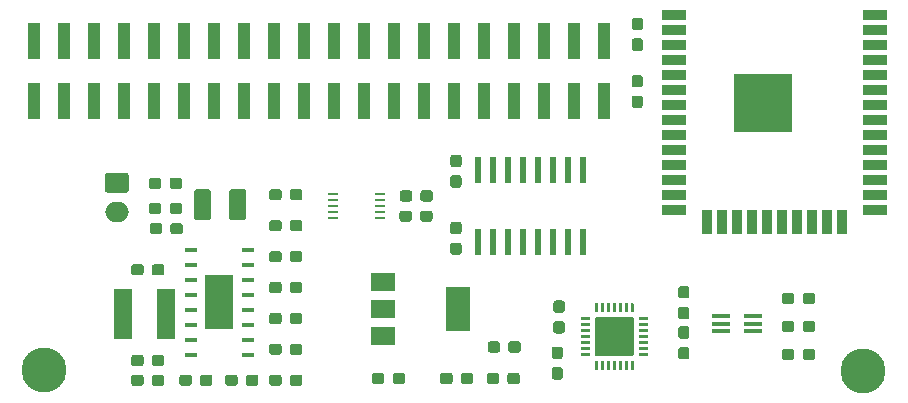
<source format=gbr>
G04 #@! TF.GenerationSoftware,KiCad,Pcbnew,(5.1.5-0-10_14)*
G04 #@! TF.CreationDate,2020-09-24T22:32:45+08:00*
G04 #@! TF.ProjectId,CC,43432e6b-6963-4616-945f-706362585858,rev?*
G04 #@! TF.SameCoordinates,Original*
G04 #@! TF.FileFunction,Soldermask,Top*
G04 #@! TF.FilePolarity,Negative*
%FSLAX46Y46*%
G04 Gerber Fmt 4.6, Leading zero omitted, Abs format (unit mm)*
G04 Created by KiCad (PCBNEW (5.1.5-0-10_14)) date 2020-09-24 22:32:45*
%MOMM*%
%LPD*%
G04 APERTURE LIST*
%ADD10C,0.100000*%
%ADD11O,2.000000X1.700000*%
%ADD12R,1.000000X3.150000*%
%ADD13R,0.950000X0.200000*%
%ADD14R,1.500000X4.200000*%
%ADD15R,0.600000X2.200000*%
%ADD16C,3.800000*%
%ADD17R,2.000000X1.500000*%
%ADD18R,2.000000X3.800000*%
%ADD19R,1.500000X0.400000*%
%ADD20R,2.000000X0.900000*%
%ADD21R,0.900000X2.000000*%
%ADD22R,5.000000X5.000000*%
%ADD23R,2.410000X4.570000*%
%ADD24R,1.050000X0.390000*%
G04 APERTURE END LIST*
D10*
G36*
X39704504Y-34471204D02*
G01*
X39728773Y-34474804D01*
X39752571Y-34480765D01*
X39775671Y-34489030D01*
X39797849Y-34499520D01*
X39818893Y-34512133D01*
X39838598Y-34526747D01*
X39856777Y-34543223D01*
X39873253Y-34561402D01*
X39887867Y-34581107D01*
X39900480Y-34602151D01*
X39910970Y-34624329D01*
X39919235Y-34647429D01*
X39925196Y-34671227D01*
X39928796Y-34695496D01*
X39930000Y-34720000D01*
X39930000Y-35920000D01*
X39928796Y-35944504D01*
X39925196Y-35968773D01*
X39919235Y-35992571D01*
X39910970Y-36015671D01*
X39900480Y-36037849D01*
X39887867Y-36058893D01*
X39873253Y-36078598D01*
X39856777Y-36096777D01*
X39838598Y-36113253D01*
X39818893Y-36127867D01*
X39797849Y-36140480D01*
X39775671Y-36150970D01*
X39752571Y-36159235D01*
X39728773Y-36165196D01*
X39704504Y-36168796D01*
X39680000Y-36170000D01*
X38180000Y-36170000D01*
X38155496Y-36168796D01*
X38131227Y-36165196D01*
X38107429Y-36159235D01*
X38084329Y-36150970D01*
X38062151Y-36140480D01*
X38041107Y-36127867D01*
X38021402Y-36113253D01*
X38003223Y-36096777D01*
X37986747Y-36078598D01*
X37972133Y-36058893D01*
X37959520Y-36037849D01*
X37949030Y-36015671D01*
X37940765Y-35992571D01*
X37934804Y-35968773D01*
X37931204Y-35944504D01*
X37930000Y-35920000D01*
X37930000Y-34720000D01*
X37931204Y-34695496D01*
X37934804Y-34671227D01*
X37940765Y-34647429D01*
X37949030Y-34624329D01*
X37959520Y-34602151D01*
X37972133Y-34581107D01*
X37986747Y-34561402D01*
X38003223Y-34543223D01*
X38021402Y-34526747D01*
X38041107Y-34512133D01*
X38062151Y-34499520D01*
X38084329Y-34489030D01*
X38107429Y-34480765D01*
X38131227Y-34474804D01*
X38155496Y-34471204D01*
X38180000Y-34470000D01*
X39680000Y-34470000D01*
X39704504Y-34471204D01*
G37*
D11*
X38930000Y-37820000D03*
D12*
X80150000Y-23355000D03*
X80150000Y-28405000D03*
X77610000Y-23355000D03*
X77610000Y-28405000D03*
X75070000Y-23355000D03*
X75070000Y-28405000D03*
X72530000Y-23355000D03*
X72530000Y-28405000D03*
X69990000Y-23355000D03*
X69990000Y-28405000D03*
X67450000Y-23355000D03*
X67450000Y-28405000D03*
X64910000Y-23355000D03*
X64910000Y-28405000D03*
X62370000Y-23355000D03*
X62370000Y-28405000D03*
X59830000Y-23355000D03*
X59830000Y-28405000D03*
X57290000Y-23355000D03*
X57290000Y-28405000D03*
X54750000Y-23355000D03*
X54750000Y-28405000D03*
X52210000Y-23355000D03*
X52210000Y-28405000D03*
X49670000Y-23355000D03*
X49670000Y-28405000D03*
X47130000Y-23355000D03*
X47130000Y-28405000D03*
X44590000Y-23355000D03*
X44590000Y-28405000D03*
X42050000Y-23355000D03*
X42050000Y-28405000D03*
X39510000Y-23355000D03*
X39510000Y-28405000D03*
X36970000Y-23355000D03*
X36970000Y-28405000D03*
X34430000Y-23355000D03*
X34430000Y-28405000D03*
X31890000Y-23355000D03*
X31890000Y-28405000D03*
D13*
X57245000Y-38310000D03*
X61195000Y-38310000D03*
X57245000Y-37810000D03*
X61195000Y-37810000D03*
X57245000Y-37310000D03*
X61195000Y-37310000D03*
X57245000Y-36810000D03*
X61195000Y-36810000D03*
X57245000Y-36310000D03*
X61195000Y-36310000D03*
D14*
X43060000Y-46440000D03*
X39460000Y-46440000D03*
D10*
G36*
X54410779Y-41086144D02*
G01*
X54433834Y-41089563D01*
X54456443Y-41095227D01*
X54478387Y-41103079D01*
X54499457Y-41113044D01*
X54519448Y-41125026D01*
X54538168Y-41138910D01*
X54555438Y-41154562D01*
X54571090Y-41171832D01*
X54584974Y-41190552D01*
X54596956Y-41210543D01*
X54606921Y-41231613D01*
X54614773Y-41253557D01*
X54620437Y-41276166D01*
X54623856Y-41299221D01*
X54625000Y-41322500D01*
X54625000Y-41797500D01*
X54623856Y-41820779D01*
X54620437Y-41843834D01*
X54614773Y-41866443D01*
X54606921Y-41888387D01*
X54596956Y-41909457D01*
X54584974Y-41929448D01*
X54571090Y-41948168D01*
X54555438Y-41965438D01*
X54538168Y-41981090D01*
X54519448Y-41994974D01*
X54499457Y-42006956D01*
X54478387Y-42016921D01*
X54456443Y-42024773D01*
X54433834Y-42030437D01*
X54410779Y-42033856D01*
X54387500Y-42035000D01*
X53812500Y-42035000D01*
X53789221Y-42033856D01*
X53766166Y-42030437D01*
X53743557Y-42024773D01*
X53721613Y-42016921D01*
X53700543Y-42006956D01*
X53680552Y-41994974D01*
X53661832Y-41981090D01*
X53644562Y-41965438D01*
X53628910Y-41948168D01*
X53615026Y-41929448D01*
X53603044Y-41909457D01*
X53593079Y-41888387D01*
X53585227Y-41866443D01*
X53579563Y-41843834D01*
X53576144Y-41820779D01*
X53575000Y-41797500D01*
X53575000Y-41322500D01*
X53576144Y-41299221D01*
X53579563Y-41276166D01*
X53585227Y-41253557D01*
X53593079Y-41231613D01*
X53603044Y-41210543D01*
X53615026Y-41190552D01*
X53628910Y-41171832D01*
X53644562Y-41154562D01*
X53661832Y-41138910D01*
X53680552Y-41125026D01*
X53700543Y-41113044D01*
X53721613Y-41103079D01*
X53743557Y-41095227D01*
X53766166Y-41089563D01*
X53789221Y-41086144D01*
X53812500Y-41085000D01*
X54387500Y-41085000D01*
X54410779Y-41086144D01*
G37*
G36*
X52660779Y-41086144D02*
G01*
X52683834Y-41089563D01*
X52706443Y-41095227D01*
X52728387Y-41103079D01*
X52749457Y-41113044D01*
X52769448Y-41125026D01*
X52788168Y-41138910D01*
X52805438Y-41154562D01*
X52821090Y-41171832D01*
X52834974Y-41190552D01*
X52846956Y-41210543D01*
X52856921Y-41231613D01*
X52864773Y-41253557D01*
X52870437Y-41276166D01*
X52873856Y-41299221D01*
X52875000Y-41322500D01*
X52875000Y-41797500D01*
X52873856Y-41820779D01*
X52870437Y-41843834D01*
X52864773Y-41866443D01*
X52856921Y-41888387D01*
X52846956Y-41909457D01*
X52834974Y-41929448D01*
X52821090Y-41948168D01*
X52805438Y-41965438D01*
X52788168Y-41981090D01*
X52769448Y-41994974D01*
X52749457Y-42006956D01*
X52728387Y-42016921D01*
X52706443Y-42024773D01*
X52683834Y-42030437D01*
X52660779Y-42033856D01*
X52637500Y-42035000D01*
X52062500Y-42035000D01*
X52039221Y-42033856D01*
X52016166Y-42030437D01*
X51993557Y-42024773D01*
X51971613Y-42016921D01*
X51950543Y-42006956D01*
X51930552Y-41994974D01*
X51911832Y-41981090D01*
X51894562Y-41965438D01*
X51878910Y-41948168D01*
X51865026Y-41929448D01*
X51853044Y-41909457D01*
X51843079Y-41888387D01*
X51835227Y-41866443D01*
X51829563Y-41843834D01*
X51826144Y-41820779D01*
X51825000Y-41797500D01*
X51825000Y-41322500D01*
X51826144Y-41299221D01*
X51829563Y-41276166D01*
X51835227Y-41253557D01*
X51843079Y-41231613D01*
X51853044Y-41210543D01*
X51865026Y-41190552D01*
X51878910Y-41171832D01*
X51894562Y-41154562D01*
X51911832Y-41138910D01*
X51930552Y-41125026D01*
X51950543Y-41113044D01*
X51971613Y-41103079D01*
X51993557Y-41095227D01*
X52016166Y-41089563D01*
X52039221Y-41086144D01*
X52062500Y-41085000D01*
X52637500Y-41085000D01*
X52660779Y-41086144D01*
G37*
G36*
X52660779Y-38466144D02*
G01*
X52683834Y-38469563D01*
X52706443Y-38475227D01*
X52728387Y-38483079D01*
X52749457Y-38493044D01*
X52769448Y-38505026D01*
X52788168Y-38518910D01*
X52805438Y-38534562D01*
X52821090Y-38551832D01*
X52834974Y-38570552D01*
X52846956Y-38590543D01*
X52856921Y-38611613D01*
X52864773Y-38633557D01*
X52870437Y-38656166D01*
X52873856Y-38679221D01*
X52875000Y-38702500D01*
X52875000Y-39177500D01*
X52873856Y-39200779D01*
X52870437Y-39223834D01*
X52864773Y-39246443D01*
X52856921Y-39268387D01*
X52846956Y-39289457D01*
X52834974Y-39309448D01*
X52821090Y-39328168D01*
X52805438Y-39345438D01*
X52788168Y-39361090D01*
X52769448Y-39374974D01*
X52749457Y-39386956D01*
X52728387Y-39396921D01*
X52706443Y-39404773D01*
X52683834Y-39410437D01*
X52660779Y-39413856D01*
X52637500Y-39415000D01*
X52062500Y-39415000D01*
X52039221Y-39413856D01*
X52016166Y-39410437D01*
X51993557Y-39404773D01*
X51971613Y-39396921D01*
X51950543Y-39386956D01*
X51930552Y-39374974D01*
X51911832Y-39361090D01*
X51894562Y-39345438D01*
X51878910Y-39328168D01*
X51865026Y-39309448D01*
X51853044Y-39289457D01*
X51843079Y-39268387D01*
X51835227Y-39246443D01*
X51829563Y-39223834D01*
X51826144Y-39200779D01*
X51825000Y-39177500D01*
X51825000Y-38702500D01*
X51826144Y-38679221D01*
X51829563Y-38656166D01*
X51835227Y-38633557D01*
X51843079Y-38611613D01*
X51853044Y-38590543D01*
X51865026Y-38570552D01*
X51878910Y-38551832D01*
X51894562Y-38534562D01*
X51911832Y-38518910D01*
X51930552Y-38505026D01*
X51950543Y-38493044D01*
X51971613Y-38483079D01*
X51993557Y-38475227D01*
X52016166Y-38469563D01*
X52039221Y-38466144D01*
X52062500Y-38465000D01*
X52637500Y-38465000D01*
X52660779Y-38466144D01*
G37*
G36*
X54410779Y-38466144D02*
G01*
X54433834Y-38469563D01*
X54456443Y-38475227D01*
X54478387Y-38483079D01*
X54499457Y-38493044D01*
X54519448Y-38505026D01*
X54538168Y-38518910D01*
X54555438Y-38534562D01*
X54571090Y-38551832D01*
X54584974Y-38570552D01*
X54596956Y-38590543D01*
X54606921Y-38611613D01*
X54614773Y-38633557D01*
X54620437Y-38656166D01*
X54623856Y-38679221D01*
X54625000Y-38702500D01*
X54625000Y-39177500D01*
X54623856Y-39200779D01*
X54620437Y-39223834D01*
X54614773Y-39246443D01*
X54606921Y-39268387D01*
X54596956Y-39289457D01*
X54584974Y-39309448D01*
X54571090Y-39328168D01*
X54555438Y-39345438D01*
X54538168Y-39361090D01*
X54519448Y-39374974D01*
X54499457Y-39386956D01*
X54478387Y-39396921D01*
X54456443Y-39404773D01*
X54433834Y-39410437D01*
X54410779Y-39413856D01*
X54387500Y-39415000D01*
X53812500Y-39415000D01*
X53789221Y-39413856D01*
X53766166Y-39410437D01*
X53743557Y-39404773D01*
X53721613Y-39396921D01*
X53700543Y-39386956D01*
X53680552Y-39374974D01*
X53661832Y-39361090D01*
X53644562Y-39345438D01*
X53628910Y-39328168D01*
X53615026Y-39309448D01*
X53603044Y-39289457D01*
X53593079Y-39268387D01*
X53585227Y-39246443D01*
X53579563Y-39223834D01*
X53576144Y-39200779D01*
X53575000Y-39177500D01*
X53575000Y-38702500D01*
X53576144Y-38679221D01*
X53579563Y-38656166D01*
X53585227Y-38633557D01*
X53593079Y-38611613D01*
X53603044Y-38590543D01*
X53615026Y-38570552D01*
X53628910Y-38551832D01*
X53644562Y-38534562D01*
X53661832Y-38518910D01*
X53680552Y-38505026D01*
X53700543Y-38493044D01*
X53721613Y-38483079D01*
X53743557Y-38475227D01*
X53766166Y-38469563D01*
X53789221Y-38466144D01*
X53812500Y-38465000D01*
X54387500Y-38465000D01*
X54410779Y-38466144D01*
G37*
G36*
X42720779Y-51566144D02*
G01*
X42743834Y-51569563D01*
X42766443Y-51575227D01*
X42788387Y-51583079D01*
X42809457Y-51593044D01*
X42829448Y-51605026D01*
X42848168Y-51618910D01*
X42865438Y-51634562D01*
X42881090Y-51651832D01*
X42894974Y-51670552D01*
X42906956Y-51690543D01*
X42916921Y-51711613D01*
X42924773Y-51733557D01*
X42930437Y-51756166D01*
X42933856Y-51779221D01*
X42935000Y-51802500D01*
X42935000Y-52277500D01*
X42933856Y-52300779D01*
X42930437Y-52323834D01*
X42924773Y-52346443D01*
X42916921Y-52368387D01*
X42906956Y-52389457D01*
X42894974Y-52409448D01*
X42881090Y-52428168D01*
X42865438Y-52445438D01*
X42848168Y-52461090D01*
X42829448Y-52474974D01*
X42809457Y-52486956D01*
X42788387Y-52496921D01*
X42766443Y-52504773D01*
X42743834Y-52510437D01*
X42720779Y-52513856D01*
X42697500Y-52515000D01*
X42122500Y-52515000D01*
X42099221Y-52513856D01*
X42076166Y-52510437D01*
X42053557Y-52504773D01*
X42031613Y-52496921D01*
X42010543Y-52486956D01*
X41990552Y-52474974D01*
X41971832Y-52461090D01*
X41954562Y-52445438D01*
X41938910Y-52428168D01*
X41925026Y-52409448D01*
X41913044Y-52389457D01*
X41903079Y-52368387D01*
X41895227Y-52346443D01*
X41889563Y-52323834D01*
X41886144Y-52300779D01*
X41885000Y-52277500D01*
X41885000Y-51802500D01*
X41886144Y-51779221D01*
X41889563Y-51756166D01*
X41895227Y-51733557D01*
X41903079Y-51711613D01*
X41913044Y-51690543D01*
X41925026Y-51670552D01*
X41938910Y-51651832D01*
X41954562Y-51634562D01*
X41971832Y-51618910D01*
X41990552Y-51605026D01*
X42010543Y-51593044D01*
X42031613Y-51583079D01*
X42053557Y-51575227D01*
X42076166Y-51569563D01*
X42099221Y-51566144D01*
X42122500Y-51565000D01*
X42697500Y-51565000D01*
X42720779Y-51566144D01*
G37*
G36*
X40970779Y-51566144D02*
G01*
X40993834Y-51569563D01*
X41016443Y-51575227D01*
X41038387Y-51583079D01*
X41059457Y-51593044D01*
X41079448Y-51605026D01*
X41098168Y-51618910D01*
X41115438Y-51634562D01*
X41131090Y-51651832D01*
X41144974Y-51670552D01*
X41156956Y-51690543D01*
X41166921Y-51711613D01*
X41174773Y-51733557D01*
X41180437Y-51756166D01*
X41183856Y-51779221D01*
X41185000Y-51802500D01*
X41185000Y-52277500D01*
X41183856Y-52300779D01*
X41180437Y-52323834D01*
X41174773Y-52346443D01*
X41166921Y-52368387D01*
X41156956Y-52389457D01*
X41144974Y-52409448D01*
X41131090Y-52428168D01*
X41115438Y-52445438D01*
X41098168Y-52461090D01*
X41079448Y-52474974D01*
X41059457Y-52486956D01*
X41038387Y-52496921D01*
X41016443Y-52504773D01*
X40993834Y-52510437D01*
X40970779Y-52513856D01*
X40947500Y-52515000D01*
X40372500Y-52515000D01*
X40349221Y-52513856D01*
X40326166Y-52510437D01*
X40303557Y-52504773D01*
X40281613Y-52496921D01*
X40260543Y-52486956D01*
X40240552Y-52474974D01*
X40221832Y-52461090D01*
X40204562Y-52445438D01*
X40188910Y-52428168D01*
X40175026Y-52409448D01*
X40163044Y-52389457D01*
X40153079Y-52368387D01*
X40145227Y-52346443D01*
X40139563Y-52323834D01*
X40136144Y-52300779D01*
X40135000Y-52277500D01*
X40135000Y-51802500D01*
X40136144Y-51779221D01*
X40139563Y-51756166D01*
X40145227Y-51733557D01*
X40153079Y-51711613D01*
X40163044Y-51690543D01*
X40175026Y-51670552D01*
X40188910Y-51651832D01*
X40204562Y-51634562D01*
X40221832Y-51618910D01*
X40240552Y-51605026D01*
X40260543Y-51593044D01*
X40281613Y-51583079D01*
X40303557Y-51575227D01*
X40326166Y-51569563D01*
X40349221Y-51566144D01*
X40372500Y-51565000D01*
X40947500Y-51565000D01*
X40970779Y-51566144D01*
G37*
G36*
X46795779Y-51566144D02*
G01*
X46818834Y-51569563D01*
X46841443Y-51575227D01*
X46863387Y-51583079D01*
X46884457Y-51593044D01*
X46904448Y-51605026D01*
X46923168Y-51618910D01*
X46940438Y-51634562D01*
X46956090Y-51651832D01*
X46969974Y-51670552D01*
X46981956Y-51690543D01*
X46991921Y-51711613D01*
X46999773Y-51733557D01*
X47005437Y-51756166D01*
X47008856Y-51779221D01*
X47010000Y-51802500D01*
X47010000Y-52277500D01*
X47008856Y-52300779D01*
X47005437Y-52323834D01*
X46999773Y-52346443D01*
X46991921Y-52368387D01*
X46981956Y-52389457D01*
X46969974Y-52409448D01*
X46956090Y-52428168D01*
X46940438Y-52445438D01*
X46923168Y-52461090D01*
X46904448Y-52474974D01*
X46884457Y-52486956D01*
X46863387Y-52496921D01*
X46841443Y-52504773D01*
X46818834Y-52510437D01*
X46795779Y-52513856D01*
X46772500Y-52515000D01*
X46197500Y-52515000D01*
X46174221Y-52513856D01*
X46151166Y-52510437D01*
X46128557Y-52504773D01*
X46106613Y-52496921D01*
X46085543Y-52486956D01*
X46065552Y-52474974D01*
X46046832Y-52461090D01*
X46029562Y-52445438D01*
X46013910Y-52428168D01*
X46000026Y-52409448D01*
X45988044Y-52389457D01*
X45978079Y-52368387D01*
X45970227Y-52346443D01*
X45964563Y-52323834D01*
X45961144Y-52300779D01*
X45960000Y-52277500D01*
X45960000Y-51802500D01*
X45961144Y-51779221D01*
X45964563Y-51756166D01*
X45970227Y-51733557D01*
X45978079Y-51711613D01*
X45988044Y-51690543D01*
X46000026Y-51670552D01*
X46013910Y-51651832D01*
X46029562Y-51634562D01*
X46046832Y-51618910D01*
X46065552Y-51605026D01*
X46085543Y-51593044D01*
X46106613Y-51583079D01*
X46128557Y-51575227D01*
X46151166Y-51569563D01*
X46174221Y-51566144D01*
X46197500Y-51565000D01*
X46772500Y-51565000D01*
X46795779Y-51566144D01*
G37*
G36*
X45045779Y-51566144D02*
G01*
X45068834Y-51569563D01*
X45091443Y-51575227D01*
X45113387Y-51583079D01*
X45134457Y-51593044D01*
X45154448Y-51605026D01*
X45173168Y-51618910D01*
X45190438Y-51634562D01*
X45206090Y-51651832D01*
X45219974Y-51670552D01*
X45231956Y-51690543D01*
X45241921Y-51711613D01*
X45249773Y-51733557D01*
X45255437Y-51756166D01*
X45258856Y-51779221D01*
X45260000Y-51802500D01*
X45260000Y-52277500D01*
X45258856Y-52300779D01*
X45255437Y-52323834D01*
X45249773Y-52346443D01*
X45241921Y-52368387D01*
X45231956Y-52389457D01*
X45219974Y-52409448D01*
X45206090Y-52428168D01*
X45190438Y-52445438D01*
X45173168Y-52461090D01*
X45154448Y-52474974D01*
X45134457Y-52486956D01*
X45113387Y-52496921D01*
X45091443Y-52504773D01*
X45068834Y-52510437D01*
X45045779Y-52513856D01*
X45022500Y-52515000D01*
X44447500Y-52515000D01*
X44424221Y-52513856D01*
X44401166Y-52510437D01*
X44378557Y-52504773D01*
X44356613Y-52496921D01*
X44335543Y-52486956D01*
X44315552Y-52474974D01*
X44296832Y-52461090D01*
X44279562Y-52445438D01*
X44263910Y-52428168D01*
X44250026Y-52409448D01*
X44238044Y-52389457D01*
X44228079Y-52368387D01*
X44220227Y-52346443D01*
X44214563Y-52323834D01*
X44211144Y-52300779D01*
X44210000Y-52277500D01*
X44210000Y-51802500D01*
X44211144Y-51779221D01*
X44214563Y-51756166D01*
X44220227Y-51733557D01*
X44228079Y-51711613D01*
X44238044Y-51690543D01*
X44250026Y-51670552D01*
X44263910Y-51651832D01*
X44279562Y-51634562D01*
X44296832Y-51618910D01*
X44315552Y-51605026D01*
X44335543Y-51593044D01*
X44356613Y-51583079D01*
X44378557Y-51575227D01*
X44401166Y-51569563D01*
X44424221Y-51566144D01*
X44447500Y-51565000D01*
X45022500Y-51565000D01*
X45045779Y-51566144D01*
G37*
G36*
X54410779Y-35846144D02*
G01*
X54433834Y-35849563D01*
X54456443Y-35855227D01*
X54478387Y-35863079D01*
X54499457Y-35873044D01*
X54519448Y-35885026D01*
X54538168Y-35898910D01*
X54555438Y-35914562D01*
X54571090Y-35931832D01*
X54584974Y-35950552D01*
X54596956Y-35970543D01*
X54606921Y-35991613D01*
X54614773Y-36013557D01*
X54620437Y-36036166D01*
X54623856Y-36059221D01*
X54625000Y-36082500D01*
X54625000Y-36557500D01*
X54623856Y-36580779D01*
X54620437Y-36603834D01*
X54614773Y-36626443D01*
X54606921Y-36648387D01*
X54596956Y-36669457D01*
X54584974Y-36689448D01*
X54571090Y-36708168D01*
X54555438Y-36725438D01*
X54538168Y-36741090D01*
X54519448Y-36754974D01*
X54499457Y-36766956D01*
X54478387Y-36776921D01*
X54456443Y-36784773D01*
X54433834Y-36790437D01*
X54410779Y-36793856D01*
X54387500Y-36795000D01*
X53812500Y-36795000D01*
X53789221Y-36793856D01*
X53766166Y-36790437D01*
X53743557Y-36784773D01*
X53721613Y-36776921D01*
X53700543Y-36766956D01*
X53680552Y-36754974D01*
X53661832Y-36741090D01*
X53644562Y-36725438D01*
X53628910Y-36708168D01*
X53615026Y-36689448D01*
X53603044Y-36669457D01*
X53593079Y-36648387D01*
X53585227Y-36626443D01*
X53579563Y-36603834D01*
X53576144Y-36580779D01*
X53575000Y-36557500D01*
X53575000Y-36082500D01*
X53576144Y-36059221D01*
X53579563Y-36036166D01*
X53585227Y-36013557D01*
X53593079Y-35991613D01*
X53603044Y-35970543D01*
X53615026Y-35950552D01*
X53628910Y-35931832D01*
X53644562Y-35914562D01*
X53661832Y-35898910D01*
X53680552Y-35885026D01*
X53700543Y-35873044D01*
X53721613Y-35863079D01*
X53743557Y-35855227D01*
X53766166Y-35849563D01*
X53789221Y-35846144D01*
X53812500Y-35845000D01*
X54387500Y-35845000D01*
X54410779Y-35846144D01*
G37*
G36*
X52660779Y-35846144D02*
G01*
X52683834Y-35849563D01*
X52706443Y-35855227D01*
X52728387Y-35863079D01*
X52749457Y-35873044D01*
X52769448Y-35885026D01*
X52788168Y-35898910D01*
X52805438Y-35914562D01*
X52821090Y-35931832D01*
X52834974Y-35950552D01*
X52846956Y-35970543D01*
X52856921Y-35991613D01*
X52864773Y-36013557D01*
X52870437Y-36036166D01*
X52873856Y-36059221D01*
X52875000Y-36082500D01*
X52875000Y-36557500D01*
X52873856Y-36580779D01*
X52870437Y-36603834D01*
X52864773Y-36626443D01*
X52856921Y-36648387D01*
X52846956Y-36669457D01*
X52834974Y-36689448D01*
X52821090Y-36708168D01*
X52805438Y-36725438D01*
X52788168Y-36741090D01*
X52769448Y-36754974D01*
X52749457Y-36766956D01*
X52728387Y-36776921D01*
X52706443Y-36784773D01*
X52683834Y-36790437D01*
X52660779Y-36793856D01*
X52637500Y-36795000D01*
X52062500Y-36795000D01*
X52039221Y-36793856D01*
X52016166Y-36790437D01*
X51993557Y-36784773D01*
X51971613Y-36776921D01*
X51950543Y-36766956D01*
X51930552Y-36754974D01*
X51911832Y-36741090D01*
X51894562Y-36725438D01*
X51878910Y-36708168D01*
X51865026Y-36689448D01*
X51853044Y-36669457D01*
X51843079Y-36648387D01*
X51835227Y-36626443D01*
X51829563Y-36603834D01*
X51826144Y-36580779D01*
X51825000Y-36557500D01*
X51825000Y-36082500D01*
X51826144Y-36059221D01*
X51829563Y-36036166D01*
X51835227Y-36013557D01*
X51843079Y-35991613D01*
X51853044Y-35970543D01*
X51865026Y-35950552D01*
X51878910Y-35931832D01*
X51894562Y-35914562D01*
X51911832Y-35898910D01*
X51930552Y-35885026D01*
X51950543Y-35873044D01*
X51971613Y-35863079D01*
X51993557Y-35855227D01*
X52016166Y-35849563D01*
X52039221Y-35846144D01*
X52062500Y-35845000D01*
X52637500Y-35845000D01*
X52660779Y-35846144D01*
G37*
G36*
X76460779Y-49181144D02*
G01*
X76483834Y-49184563D01*
X76506443Y-49190227D01*
X76528387Y-49198079D01*
X76549457Y-49208044D01*
X76569448Y-49220026D01*
X76588168Y-49233910D01*
X76605438Y-49249562D01*
X76621090Y-49266832D01*
X76634974Y-49285552D01*
X76646956Y-49305543D01*
X76656921Y-49326613D01*
X76664773Y-49348557D01*
X76670437Y-49371166D01*
X76673856Y-49394221D01*
X76675000Y-49417500D01*
X76675000Y-49992500D01*
X76673856Y-50015779D01*
X76670437Y-50038834D01*
X76664773Y-50061443D01*
X76656921Y-50083387D01*
X76646956Y-50104457D01*
X76634974Y-50124448D01*
X76621090Y-50143168D01*
X76605438Y-50160438D01*
X76588168Y-50176090D01*
X76569448Y-50189974D01*
X76549457Y-50201956D01*
X76528387Y-50211921D01*
X76506443Y-50219773D01*
X76483834Y-50225437D01*
X76460779Y-50228856D01*
X76437500Y-50230000D01*
X75962500Y-50230000D01*
X75939221Y-50228856D01*
X75916166Y-50225437D01*
X75893557Y-50219773D01*
X75871613Y-50211921D01*
X75850543Y-50201956D01*
X75830552Y-50189974D01*
X75811832Y-50176090D01*
X75794562Y-50160438D01*
X75778910Y-50143168D01*
X75765026Y-50124448D01*
X75753044Y-50104457D01*
X75743079Y-50083387D01*
X75735227Y-50061443D01*
X75729563Y-50038834D01*
X75726144Y-50015779D01*
X75725000Y-49992500D01*
X75725000Y-49417500D01*
X75726144Y-49394221D01*
X75729563Y-49371166D01*
X75735227Y-49348557D01*
X75743079Y-49326613D01*
X75753044Y-49305543D01*
X75765026Y-49285552D01*
X75778910Y-49266832D01*
X75794562Y-49249562D01*
X75811832Y-49233910D01*
X75830552Y-49220026D01*
X75850543Y-49208044D01*
X75871613Y-49198079D01*
X75893557Y-49190227D01*
X75916166Y-49184563D01*
X75939221Y-49181144D01*
X75962500Y-49180000D01*
X76437500Y-49180000D01*
X76460779Y-49181144D01*
G37*
G36*
X76460779Y-50931144D02*
G01*
X76483834Y-50934563D01*
X76506443Y-50940227D01*
X76528387Y-50948079D01*
X76549457Y-50958044D01*
X76569448Y-50970026D01*
X76588168Y-50983910D01*
X76605438Y-50999562D01*
X76621090Y-51016832D01*
X76634974Y-51035552D01*
X76646956Y-51055543D01*
X76656921Y-51076613D01*
X76664773Y-51098557D01*
X76670437Y-51121166D01*
X76673856Y-51144221D01*
X76675000Y-51167500D01*
X76675000Y-51742500D01*
X76673856Y-51765779D01*
X76670437Y-51788834D01*
X76664773Y-51811443D01*
X76656921Y-51833387D01*
X76646956Y-51854457D01*
X76634974Y-51874448D01*
X76621090Y-51893168D01*
X76605438Y-51910438D01*
X76588168Y-51926090D01*
X76569448Y-51939974D01*
X76549457Y-51951956D01*
X76528387Y-51961921D01*
X76506443Y-51969773D01*
X76483834Y-51975437D01*
X76460779Y-51978856D01*
X76437500Y-51980000D01*
X75962500Y-51980000D01*
X75939221Y-51978856D01*
X75916166Y-51975437D01*
X75893557Y-51969773D01*
X75871613Y-51961921D01*
X75850543Y-51951956D01*
X75830552Y-51939974D01*
X75811832Y-51926090D01*
X75794562Y-51910438D01*
X75778910Y-51893168D01*
X75765026Y-51874448D01*
X75753044Y-51854457D01*
X75743079Y-51833387D01*
X75735227Y-51811443D01*
X75729563Y-51788834D01*
X75726144Y-51765779D01*
X75725000Y-51742500D01*
X75725000Y-51167500D01*
X75726144Y-51144221D01*
X75729563Y-51121166D01*
X75735227Y-51098557D01*
X75743079Y-51076613D01*
X75753044Y-51055543D01*
X75765026Y-51035552D01*
X75778910Y-51016832D01*
X75794562Y-50999562D01*
X75811832Y-50983910D01*
X75830552Y-50970026D01*
X75850543Y-50958044D01*
X75871613Y-50948079D01*
X75893557Y-50940227D01*
X75916166Y-50934563D01*
X75939221Y-50931144D01*
X75962500Y-50930000D01*
X76437500Y-50930000D01*
X76460779Y-50931144D01*
G37*
G36*
X79608626Y-45490301D02*
G01*
X79614693Y-45491201D01*
X79620643Y-45492691D01*
X79626418Y-45494758D01*
X79631962Y-45497380D01*
X79637223Y-45500533D01*
X79642150Y-45504187D01*
X79646694Y-45508306D01*
X79650813Y-45512850D01*
X79654467Y-45517777D01*
X79657620Y-45523038D01*
X79660242Y-45528582D01*
X79662309Y-45534357D01*
X79663799Y-45540307D01*
X79664699Y-45546374D01*
X79665000Y-45552500D01*
X79665000Y-46227500D01*
X79664699Y-46233626D01*
X79663799Y-46239693D01*
X79662309Y-46245643D01*
X79660242Y-46251418D01*
X79657620Y-46256962D01*
X79654467Y-46262223D01*
X79650813Y-46267150D01*
X79646694Y-46271694D01*
X79642150Y-46275813D01*
X79637223Y-46279467D01*
X79631962Y-46282620D01*
X79626418Y-46285242D01*
X79620643Y-46287309D01*
X79614693Y-46288799D01*
X79608626Y-46289699D01*
X79602500Y-46290000D01*
X79477500Y-46290000D01*
X79471374Y-46289699D01*
X79465307Y-46288799D01*
X79459357Y-46287309D01*
X79453582Y-46285242D01*
X79448038Y-46282620D01*
X79442777Y-46279467D01*
X79437850Y-46275813D01*
X79433306Y-46271694D01*
X79429187Y-46267150D01*
X79425533Y-46262223D01*
X79422380Y-46256962D01*
X79419758Y-46251418D01*
X79417691Y-46245643D01*
X79416201Y-46239693D01*
X79415301Y-46233626D01*
X79415000Y-46227500D01*
X79415000Y-45552500D01*
X79415301Y-45546374D01*
X79416201Y-45540307D01*
X79417691Y-45534357D01*
X79419758Y-45528582D01*
X79422380Y-45523038D01*
X79425533Y-45517777D01*
X79429187Y-45512850D01*
X79433306Y-45508306D01*
X79437850Y-45504187D01*
X79442777Y-45500533D01*
X79448038Y-45497380D01*
X79453582Y-45494758D01*
X79459357Y-45492691D01*
X79465307Y-45491201D01*
X79471374Y-45490301D01*
X79477500Y-45490000D01*
X79602500Y-45490000D01*
X79608626Y-45490301D01*
G37*
G36*
X80108626Y-45490301D02*
G01*
X80114693Y-45491201D01*
X80120643Y-45492691D01*
X80126418Y-45494758D01*
X80131962Y-45497380D01*
X80137223Y-45500533D01*
X80142150Y-45504187D01*
X80146694Y-45508306D01*
X80150813Y-45512850D01*
X80154467Y-45517777D01*
X80157620Y-45523038D01*
X80160242Y-45528582D01*
X80162309Y-45534357D01*
X80163799Y-45540307D01*
X80164699Y-45546374D01*
X80165000Y-45552500D01*
X80165000Y-46227500D01*
X80164699Y-46233626D01*
X80163799Y-46239693D01*
X80162309Y-46245643D01*
X80160242Y-46251418D01*
X80157620Y-46256962D01*
X80154467Y-46262223D01*
X80150813Y-46267150D01*
X80146694Y-46271694D01*
X80142150Y-46275813D01*
X80137223Y-46279467D01*
X80131962Y-46282620D01*
X80126418Y-46285242D01*
X80120643Y-46287309D01*
X80114693Y-46288799D01*
X80108626Y-46289699D01*
X80102500Y-46290000D01*
X79977500Y-46290000D01*
X79971374Y-46289699D01*
X79965307Y-46288799D01*
X79959357Y-46287309D01*
X79953582Y-46285242D01*
X79948038Y-46282620D01*
X79942777Y-46279467D01*
X79937850Y-46275813D01*
X79933306Y-46271694D01*
X79929187Y-46267150D01*
X79925533Y-46262223D01*
X79922380Y-46256962D01*
X79919758Y-46251418D01*
X79917691Y-46245643D01*
X79916201Y-46239693D01*
X79915301Y-46233626D01*
X79915000Y-46227500D01*
X79915000Y-45552500D01*
X79915301Y-45546374D01*
X79916201Y-45540307D01*
X79917691Y-45534357D01*
X79919758Y-45528582D01*
X79922380Y-45523038D01*
X79925533Y-45517777D01*
X79929187Y-45512850D01*
X79933306Y-45508306D01*
X79937850Y-45504187D01*
X79942777Y-45500533D01*
X79948038Y-45497380D01*
X79953582Y-45494758D01*
X79959357Y-45492691D01*
X79965307Y-45491201D01*
X79971374Y-45490301D01*
X79977500Y-45490000D01*
X80102500Y-45490000D01*
X80108626Y-45490301D01*
G37*
G36*
X80608626Y-45490301D02*
G01*
X80614693Y-45491201D01*
X80620643Y-45492691D01*
X80626418Y-45494758D01*
X80631962Y-45497380D01*
X80637223Y-45500533D01*
X80642150Y-45504187D01*
X80646694Y-45508306D01*
X80650813Y-45512850D01*
X80654467Y-45517777D01*
X80657620Y-45523038D01*
X80660242Y-45528582D01*
X80662309Y-45534357D01*
X80663799Y-45540307D01*
X80664699Y-45546374D01*
X80665000Y-45552500D01*
X80665000Y-46227500D01*
X80664699Y-46233626D01*
X80663799Y-46239693D01*
X80662309Y-46245643D01*
X80660242Y-46251418D01*
X80657620Y-46256962D01*
X80654467Y-46262223D01*
X80650813Y-46267150D01*
X80646694Y-46271694D01*
X80642150Y-46275813D01*
X80637223Y-46279467D01*
X80631962Y-46282620D01*
X80626418Y-46285242D01*
X80620643Y-46287309D01*
X80614693Y-46288799D01*
X80608626Y-46289699D01*
X80602500Y-46290000D01*
X80477500Y-46290000D01*
X80471374Y-46289699D01*
X80465307Y-46288799D01*
X80459357Y-46287309D01*
X80453582Y-46285242D01*
X80448038Y-46282620D01*
X80442777Y-46279467D01*
X80437850Y-46275813D01*
X80433306Y-46271694D01*
X80429187Y-46267150D01*
X80425533Y-46262223D01*
X80422380Y-46256962D01*
X80419758Y-46251418D01*
X80417691Y-46245643D01*
X80416201Y-46239693D01*
X80415301Y-46233626D01*
X80415000Y-46227500D01*
X80415000Y-45552500D01*
X80415301Y-45546374D01*
X80416201Y-45540307D01*
X80417691Y-45534357D01*
X80419758Y-45528582D01*
X80422380Y-45523038D01*
X80425533Y-45517777D01*
X80429187Y-45512850D01*
X80433306Y-45508306D01*
X80437850Y-45504187D01*
X80442777Y-45500533D01*
X80448038Y-45497380D01*
X80453582Y-45494758D01*
X80459357Y-45492691D01*
X80465307Y-45491201D01*
X80471374Y-45490301D01*
X80477500Y-45490000D01*
X80602500Y-45490000D01*
X80608626Y-45490301D01*
G37*
G36*
X81108626Y-45490301D02*
G01*
X81114693Y-45491201D01*
X81120643Y-45492691D01*
X81126418Y-45494758D01*
X81131962Y-45497380D01*
X81137223Y-45500533D01*
X81142150Y-45504187D01*
X81146694Y-45508306D01*
X81150813Y-45512850D01*
X81154467Y-45517777D01*
X81157620Y-45523038D01*
X81160242Y-45528582D01*
X81162309Y-45534357D01*
X81163799Y-45540307D01*
X81164699Y-45546374D01*
X81165000Y-45552500D01*
X81165000Y-46227500D01*
X81164699Y-46233626D01*
X81163799Y-46239693D01*
X81162309Y-46245643D01*
X81160242Y-46251418D01*
X81157620Y-46256962D01*
X81154467Y-46262223D01*
X81150813Y-46267150D01*
X81146694Y-46271694D01*
X81142150Y-46275813D01*
X81137223Y-46279467D01*
X81131962Y-46282620D01*
X81126418Y-46285242D01*
X81120643Y-46287309D01*
X81114693Y-46288799D01*
X81108626Y-46289699D01*
X81102500Y-46290000D01*
X80977500Y-46290000D01*
X80971374Y-46289699D01*
X80965307Y-46288799D01*
X80959357Y-46287309D01*
X80953582Y-46285242D01*
X80948038Y-46282620D01*
X80942777Y-46279467D01*
X80937850Y-46275813D01*
X80933306Y-46271694D01*
X80929187Y-46267150D01*
X80925533Y-46262223D01*
X80922380Y-46256962D01*
X80919758Y-46251418D01*
X80917691Y-46245643D01*
X80916201Y-46239693D01*
X80915301Y-46233626D01*
X80915000Y-46227500D01*
X80915000Y-45552500D01*
X80915301Y-45546374D01*
X80916201Y-45540307D01*
X80917691Y-45534357D01*
X80919758Y-45528582D01*
X80922380Y-45523038D01*
X80925533Y-45517777D01*
X80929187Y-45512850D01*
X80933306Y-45508306D01*
X80937850Y-45504187D01*
X80942777Y-45500533D01*
X80948038Y-45497380D01*
X80953582Y-45494758D01*
X80959357Y-45492691D01*
X80965307Y-45491201D01*
X80971374Y-45490301D01*
X80977500Y-45490000D01*
X81102500Y-45490000D01*
X81108626Y-45490301D01*
G37*
G36*
X81608626Y-45490301D02*
G01*
X81614693Y-45491201D01*
X81620643Y-45492691D01*
X81626418Y-45494758D01*
X81631962Y-45497380D01*
X81637223Y-45500533D01*
X81642150Y-45504187D01*
X81646694Y-45508306D01*
X81650813Y-45512850D01*
X81654467Y-45517777D01*
X81657620Y-45523038D01*
X81660242Y-45528582D01*
X81662309Y-45534357D01*
X81663799Y-45540307D01*
X81664699Y-45546374D01*
X81665000Y-45552500D01*
X81665000Y-46227500D01*
X81664699Y-46233626D01*
X81663799Y-46239693D01*
X81662309Y-46245643D01*
X81660242Y-46251418D01*
X81657620Y-46256962D01*
X81654467Y-46262223D01*
X81650813Y-46267150D01*
X81646694Y-46271694D01*
X81642150Y-46275813D01*
X81637223Y-46279467D01*
X81631962Y-46282620D01*
X81626418Y-46285242D01*
X81620643Y-46287309D01*
X81614693Y-46288799D01*
X81608626Y-46289699D01*
X81602500Y-46290000D01*
X81477500Y-46290000D01*
X81471374Y-46289699D01*
X81465307Y-46288799D01*
X81459357Y-46287309D01*
X81453582Y-46285242D01*
X81448038Y-46282620D01*
X81442777Y-46279467D01*
X81437850Y-46275813D01*
X81433306Y-46271694D01*
X81429187Y-46267150D01*
X81425533Y-46262223D01*
X81422380Y-46256962D01*
X81419758Y-46251418D01*
X81417691Y-46245643D01*
X81416201Y-46239693D01*
X81415301Y-46233626D01*
X81415000Y-46227500D01*
X81415000Y-45552500D01*
X81415301Y-45546374D01*
X81416201Y-45540307D01*
X81417691Y-45534357D01*
X81419758Y-45528582D01*
X81422380Y-45523038D01*
X81425533Y-45517777D01*
X81429187Y-45512850D01*
X81433306Y-45508306D01*
X81437850Y-45504187D01*
X81442777Y-45500533D01*
X81448038Y-45497380D01*
X81453582Y-45494758D01*
X81459357Y-45492691D01*
X81465307Y-45491201D01*
X81471374Y-45490301D01*
X81477500Y-45490000D01*
X81602500Y-45490000D01*
X81608626Y-45490301D01*
G37*
G36*
X82108626Y-45490301D02*
G01*
X82114693Y-45491201D01*
X82120643Y-45492691D01*
X82126418Y-45494758D01*
X82131962Y-45497380D01*
X82137223Y-45500533D01*
X82142150Y-45504187D01*
X82146694Y-45508306D01*
X82150813Y-45512850D01*
X82154467Y-45517777D01*
X82157620Y-45523038D01*
X82160242Y-45528582D01*
X82162309Y-45534357D01*
X82163799Y-45540307D01*
X82164699Y-45546374D01*
X82165000Y-45552500D01*
X82165000Y-46227500D01*
X82164699Y-46233626D01*
X82163799Y-46239693D01*
X82162309Y-46245643D01*
X82160242Y-46251418D01*
X82157620Y-46256962D01*
X82154467Y-46262223D01*
X82150813Y-46267150D01*
X82146694Y-46271694D01*
X82142150Y-46275813D01*
X82137223Y-46279467D01*
X82131962Y-46282620D01*
X82126418Y-46285242D01*
X82120643Y-46287309D01*
X82114693Y-46288799D01*
X82108626Y-46289699D01*
X82102500Y-46290000D01*
X81977500Y-46290000D01*
X81971374Y-46289699D01*
X81965307Y-46288799D01*
X81959357Y-46287309D01*
X81953582Y-46285242D01*
X81948038Y-46282620D01*
X81942777Y-46279467D01*
X81937850Y-46275813D01*
X81933306Y-46271694D01*
X81929187Y-46267150D01*
X81925533Y-46262223D01*
X81922380Y-46256962D01*
X81919758Y-46251418D01*
X81917691Y-46245643D01*
X81916201Y-46239693D01*
X81915301Y-46233626D01*
X81915000Y-46227500D01*
X81915000Y-45552500D01*
X81915301Y-45546374D01*
X81916201Y-45540307D01*
X81917691Y-45534357D01*
X81919758Y-45528582D01*
X81922380Y-45523038D01*
X81925533Y-45517777D01*
X81929187Y-45512850D01*
X81933306Y-45508306D01*
X81937850Y-45504187D01*
X81942777Y-45500533D01*
X81948038Y-45497380D01*
X81953582Y-45494758D01*
X81959357Y-45492691D01*
X81965307Y-45491201D01*
X81971374Y-45490301D01*
X81977500Y-45490000D01*
X82102500Y-45490000D01*
X82108626Y-45490301D01*
G37*
G36*
X82608626Y-45490301D02*
G01*
X82614693Y-45491201D01*
X82620643Y-45492691D01*
X82626418Y-45494758D01*
X82631962Y-45497380D01*
X82637223Y-45500533D01*
X82642150Y-45504187D01*
X82646694Y-45508306D01*
X82650813Y-45512850D01*
X82654467Y-45517777D01*
X82657620Y-45523038D01*
X82660242Y-45528582D01*
X82662309Y-45534357D01*
X82663799Y-45540307D01*
X82664699Y-45546374D01*
X82665000Y-45552500D01*
X82665000Y-46227500D01*
X82664699Y-46233626D01*
X82663799Y-46239693D01*
X82662309Y-46245643D01*
X82660242Y-46251418D01*
X82657620Y-46256962D01*
X82654467Y-46262223D01*
X82650813Y-46267150D01*
X82646694Y-46271694D01*
X82642150Y-46275813D01*
X82637223Y-46279467D01*
X82631962Y-46282620D01*
X82626418Y-46285242D01*
X82620643Y-46287309D01*
X82614693Y-46288799D01*
X82608626Y-46289699D01*
X82602500Y-46290000D01*
X82477500Y-46290000D01*
X82471374Y-46289699D01*
X82465307Y-46288799D01*
X82459357Y-46287309D01*
X82453582Y-46285242D01*
X82448038Y-46282620D01*
X82442777Y-46279467D01*
X82437850Y-46275813D01*
X82433306Y-46271694D01*
X82429187Y-46267150D01*
X82425533Y-46262223D01*
X82422380Y-46256962D01*
X82419758Y-46251418D01*
X82417691Y-46245643D01*
X82416201Y-46239693D01*
X82415301Y-46233626D01*
X82415000Y-46227500D01*
X82415000Y-45552500D01*
X82415301Y-45546374D01*
X82416201Y-45540307D01*
X82417691Y-45534357D01*
X82419758Y-45528582D01*
X82422380Y-45523038D01*
X82425533Y-45517777D01*
X82429187Y-45512850D01*
X82433306Y-45508306D01*
X82437850Y-45504187D01*
X82442777Y-45500533D01*
X82448038Y-45497380D01*
X82453582Y-45494758D01*
X82459357Y-45492691D01*
X82465307Y-45491201D01*
X82471374Y-45490301D01*
X82477500Y-45490000D01*
X82602500Y-45490000D01*
X82608626Y-45490301D01*
G37*
G36*
X83833626Y-46715301D02*
G01*
X83839693Y-46716201D01*
X83845643Y-46717691D01*
X83851418Y-46719758D01*
X83856962Y-46722380D01*
X83862223Y-46725533D01*
X83867150Y-46729187D01*
X83871694Y-46733306D01*
X83875813Y-46737850D01*
X83879467Y-46742777D01*
X83882620Y-46748038D01*
X83885242Y-46753582D01*
X83887309Y-46759357D01*
X83888799Y-46765307D01*
X83889699Y-46771374D01*
X83890000Y-46777500D01*
X83890000Y-46902500D01*
X83889699Y-46908626D01*
X83888799Y-46914693D01*
X83887309Y-46920643D01*
X83885242Y-46926418D01*
X83882620Y-46931962D01*
X83879467Y-46937223D01*
X83875813Y-46942150D01*
X83871694Y-46946694D01*
X83867150Y-46950813D01*
X83862223Y-46954467D01*
X83856962Y-46957620D01*
X83851418Y-46960242D01*
X83845643Y-46962309D01*
X83839693Y-46963799D01*
X83833626Y-46964699D01*
X83827500Y-46965000D01*
X83152500Y-46965000D01*
X83146374Y-46964699D01*
X83140307Y-46963799D01*
X83134357Y-46962309D01*
X83128582Y-46960242D01*
X83123038Y-46957620D01*
X83117777Y-46954467D01*
X83112850Y-46950813D01*
X83108306Y-46946694D01*
X83104187Y-46942150D01*
X83100533Y-46937223D01*
X83097380Y-46931962D01*
X83094758Y-46926418D01*
X83092691Y-46920643D01*
X83091201Y-46914693D01*
X83090301Y-46908626D01*
X83090000Y-46902500D01*
X83090000Y-46777500D01*
X83090301Y-46771374D01*
X83091201Y-46765307D01*
X83092691Y-46759357D01*
X83094758Y-46753582D01*
X83097380Y-46748038D01*
X83100533Y-46742777D01*
X83104187Y-46737850D01*
X83108306Y-46733306D01*
X83112850Y-46729187D01*
X83117777Y-46725533D01*
X83123038Y-46722380D01*
X83128582Y-46719758D01*
X83134357Y-46717691D01*
X83140307Y-46716201D01*
X83146374Y-46715301D01*
X83152500Y-46715000D01*
X83827500Y-46715000D01*
X83833626Y-46715301D01*
G37*
G36*
X83833626Y-47215301D02*
G01*
X83839693Y-47216201D01*
X83845643Y-47217691D01*
X83851418Y-47219758D01*
X83856962Y-47222380D01*
X83862223Y-47225533D01*
X83867150Y-47229187D01*
X83871694Y-47233306D01*
X83875813Y-47237850D01*
X83879467Y-47242777D01*
X83882620Y-47248038D01*
X83885242Y-47253582D01*
X83887309Y-47259357D01*
X83888799Y-47265307D01*
X83889699Y-47271374D01*
X83890000Y-47277500D01*
X83890000Y-47402500D01*
X83889699Y-47408626D01*
X83888799Y-47414693D01*
X83887309Y-47420643D01*
X83885242Y-47426418D01*
X83882620Y-47431962D01*
X83879467Y-47437223D01*
X83875813Y-47442150D01*
X83871694Y-47446694D01*
X83867150Y-47450813D01*
X83862223Y-47454467D01*
X83856962Y-47457620D01*
X83851418Y-47460242D01*
X83845643Y-47462309D01*
X83839693Y-47463799D01*
X83833626Y-47464699D01*
X83827500Y-47465000D01*
X83152500Y-47465000D01*
X83146374Y-47464699D01*
X83140307Y-47463799D01*
X83134357Y-47462309D01*
X83128582Y-47460242D01*
X83123038Y-47457620D01*
X83117777Y-47454467D01*
X83112850Y-47450813D01*
X83108306Y-47446694D01*
X83104187Y-47442150D01*
X83100533Y-47437223D01*
X83097380Y-47431962D01*
X83094758Y-47426418D01*
X83092691Y-47420643D01*
X83091201Y-47414693D01*
X83090301Y-47408626D01*
X83090000Y-47402500D01*
X83090000Y-47277500D01*
X83090301Y-47271374D01*
X83091201Y-47265307D01*
X83092691Y-47259357D01*
X83094758Y-47253582D01*
X83097380Y-47248038D01*
X83100533Y-47242777D01*
X83104187Y-47237850D01*
X83108306Y-47233306D01*
X83112850Y-47229187D01*
X83117777Y-47225533D01*
X83123038Y-47222380D01*
X83128582Y-47219758D01*
X83134357Y-47217691D01*
X83140307Y-47216201D01*
X83146374Y-47215301D01*
X83152500Y-47215000D01*
X83827500Y-47215000D01*
X83833626Y-47215301D01*
G37*
G36*
X83833626Y-47715301D02*
G01*
X83839693Y-47716201D01*
X83845643Y-47717691D01*
X83851418Y-47719758D01*
X83856962Y-47722380D01*
X83862223Y-47725533D01*
X83867150Y-47729187D01*
X83871694Y-47733306D01*
X83875813Y-47737850D01*
X83879467Y-47742777D01*
X83882620Y-47748038D01*
X83885242Y-47753582D01*
X83887309Y-47759357D01*
X83888799Y-47765307D01*
X83889699Y-47771374D01*
X83890000Y-47777500D01*
X83890000Y-47902500D01*
X83889699Y-47908626D01*
X83888799Y-47914693D01*
X83887309Y-47920643D01*
X83885242Y-47926418D01*
X83882620Y-47931962D01*
X83879467Y-47937223D01*
X83875813Y-47942150D01*
X83871694Y-47946694D01*
X83867150Y-47950813D01*
X83862223Y-47954467D01*
X83856962Y-47957620D01*
X83851418Y-47960242D01*
X83845643Y-47962309D01*
X83839693Y-47963799D01*
X83833626Y-47964699D01*
X83827500Y-47965000D01*
X83152500Y-47965000D01*
X83146374Y-47964699D01*
X83140307Y-47963799D01*
X83134357Y-47962309D01*
X83128582Y-47960242D01*
X83123038Y-47957620D01*
X83117777Y-47954467D01*
X83112850Y-47950813D01*
X83108306Y-47946694D01*
X83104187Y-47942150D01*
X83100533Y-47937223D01*
X83097380Y-47931962D01*
X83094758Y-47926418D01*
X83092691Y-47920643D01*
X83091201Y-47914693D01*
X83090301Y-47908626D01*
X83090000Y-47902500D01*
X83090000Y-47777500D01*
X83090301Y-47771374D01*
X83091201Y-47765307D01*
X83092691Y-47759357D01*
X83094758Y-47753582D01*
X83097380Y-47748038D01*
X83100533Y-47742777D01*
X83104187Y-47737850D01*
X83108306Y-47733306D01*
X83112850Y-47729187D01*
X83117777Y-47725533D01*
X83123038Y-47722380D01*
X83128582Y-47719758D01*
X83134357Y-47717691D01*
X83140307Y-47716201D01*
X83146374Y-47715301D01*
X83152500Y-47715000D01*
X83827500Y-47715000D01*
X83833626Y-47715301D01*
G37*
G36*
X83833626Y-48215301D02*
G01*
X83839693Y-48216201D01*
X83845643Y-48217691D01*
X83851418Y-48219758D01*
X83856962Y-48222380D01*
X83862223Y-48225533D01*
X83867150Y-48229187D01*
X83871694Y-48233306D01*
X83875813Y-48237850D01*
X83879467Y-48242777D01*
X83882620Y-48248038D01*
X83885242Y-48253582D01*
X83887309Y-48259357D01*
X83888799Y-48265307D01*
X83889699Y-48271374D01*
X83890000Y-48277500D01*
X83890000Y-48402500D01*
X83889699Y-48408626D01*
X83888799Y-48414693D01*
X83887309Y-48420643D01*
X83885242Y-48426418D01*
X83882620Y-48431962D01*
X83879467Y-48437223D01*
X83875813Y-48442150D01*
X83871694Y-48446694D01*
X83867150Y-48450813D01*
X83862223Y-48454467D01*
X83856962Y-48457620D01*
X83851418Y-48460242D01*
X83845643Y-48462309D01*
X83839693Y-48463799D01*
X83833626Y-48464699D01*
X83827500Y-48465000D01*
X83152500Y-48465000D01*
X83146374Y-48464699D01*
X83140307Y-48463799D01*
X83134357Y-48462309D01*
X83128582Y-48460242D01*
X83123038Y-48457620D01*
X83117777Y-48454467D01*
X83112850Y-48450813D01*
X83108306Y-48446694D01*
X83104187Y-48442150D01*
X83100533Y-48437223D01*
X83097380Y-48431962D01*
X83094758Y-48426418D01*
X83092691Y-48420643D01*
X83091201Y-48414693D01*
X83090301Y-48408626D01*
X83090000Y-48402500D01*
X83090000Y-48277500D01*
X83090301Y-48271374D01*
X83091201Y-48265307D01*
X83092691Y-48259357D01*
X83094758Y-48253582D01*
X83097380Y-48248038D01*
X83100533Y-48242777D01*
X83104187Y-48237850D01*
X83108306Y-48233306D01*
X83112850Y-48229187D01*
X83117777Y-48225533D01*
X83123038Y-48222380D01*
X83128582Y-48219758D01*
X83134357Y-48217691D01*
X83140307Y-48216201D01*
X83146374Y-48215301D01*
X83152500Y-48215000D01*
X83827500Y-48215000D01*
X83833626Y-48215301D01*
G37*
G36*
X83833626Y-48715301D02*
G01*
X83839693Y-48716201D01*
X83845643Y-48717691D01*
X83851418Y-48719758D01*
X83856962Y-48722380D01*
X83862223Y-48725533D01*
X83867150Y-48729187D01*
X83871694Y-48733306D01*
X83875813Y-48737850D01*
X83879467Y-48742777D01*
X83882620Y-48748038D01*
X83885242Y-48753582D01*
X83887309Y-48759357D01*
X83888799Y-48765307D01*
X83889699Y-48771374D01*
X83890000Y-48777500D01*
X83890000Y-48902500D01*
X83889699Y-48908626D01*
X83888799Y-48914693D01*
X83887309Y-48920643D01*
X83885242Y-48926418D01*
X83882620Y-48931962D01*
X83879467Y-48937223D01*
X83875813Y-48942150D01*
X83871694Y-48946694D01*
X83867150Y-48950813D01*
X83862223Y-48954467D01*
X83856962Y-48957620D01*
X83851418Y-48960242D01*
X83845643Y-48962309D01*
X83839693Y-48963799D01*
X83833626Y-48964699D01*
X83827500Y-48965000D01*
X83152500Y-48965000D01*
X83146374Y-48964699D01*
X83140307Y-48963799D01*
X83134357Y-48962309D01*
X83128582Y-48960242D01*
X83123038Y-48957620D01*
X83117777Y-48954467D01*
X83112850Y-48950813D01*
X83108306Y-48946694D01*
X83104187Y-48942150D01*
X83100533Y-48937223D01*
X83097380Y-48931962D01*
X83094758Y-48926418D01*
X83092691Y-48920643D01*
X83091201Y-48914693D01*
X83090301Y-48908626D01*
X83090000Y-48902500D01*
X83090000Y-48777500D01*
X83090301Y-48771374D01*
X83091201Y-48765307D01*
X83092691Y-48759357D01*
X83094758Y-48753582D01*
X83097380Y-48748038D01*
X83100533Y-48742777D01*
X83104187Y-48737850D01*
X83108306Y-48733306D01*
X83112850Y-48729187D01*
X83117777Y-48725533D01*
X83123038Y-48722380D01*
X83128582Y-48719758D01*
X83134357Y-48717691D01*
X83140307Y-48716201D01*
X83146374Y-48715301D01*
X83152500Y-48715000D01*
X83827500Y-48715000D01*
X83833626Y-48715301D01*
G37*
G36*
X83833626Y-49215301D02*
G01*
X83839693Y-49216201D01*
X83845643Y-49217691D01*
X83851418Y-49219758D01*
X83856962Y-49222380D01*
X83862223Y-49225533D01*
X83867150Y-49229187D01*
X83871694Y-49233306D01*
X83875813Y-49237850D01*
X83879467Y-49242777D01*
X83882620Y-49248038D01*
X83885242Y-49253582D01*
X83887309Y-49259357D01*
X83888799Y-49265307D01*
X83889699Y-49271374D01*
X83890000Y-49277500D01*
X83890000Y-49402500D01*
X83889699Y-49408626D01*
X83888799Y-49414693D01*
X83887309Y-49420643D01*
X83885242Y-49426418D01*
X83882620Y-49431962D01*
X83879467Y-49437223D01*
X83875813Y-49442150D01*
X83871694Y-49446694D01*
X83867150Y-49450813D01*
X83862223Y-49454467D01*
X83856962Y-49457620D01*
X83851418Y-49460242D01*
X83845643Y-49462309D01*
X83839693Y-49463799D01*
X83833626Y-49464699D01*
X83827500Y-49465000D01*
X83152500Y-49465000D01*
X83146374Y-49464699D01*
X83140307Y-49463799D01*
X83134357Y-49462309D01*
X83128582Y-49460242D01*
X83123038Y-49457620D01*
X83117777Y-49454467D01*
X83112850Y-49450813D01*
X83108306Y-49446694D01*
X83104187Y-49442150D01*
X83100533Y-49437223D01*
X83097380Y-49431962D01*
X83094758Y-49426418D01*
X83092691Y-49420643D01*
X83091201Y-49414693D01*
X83090301Y-49408626D01*
X83090000Y-49402500D01*
X83090000Y-49277500D01*
X83090301Y-49271374D01*
X83091201Y-49265307D01*
X83092691Y-49259357D01*
X83094758Y-49253582D01*
X83097380Y-49248038D01*
X83100533Y-49242777D01*
X83104187Y-49237850D01*
X83108306Y-49233306D01*
X83112850Y-49229187D01*
X83117777Y-49225533D01*
X83123038Y-49222380D01*
X83128582Y-49219758D01*
X83134357Y-49217691D01*
X83140307Y-49216201D01*
X83146374Y-49215301D01*
X83152500Y-49215000D01*
X83827500Y-49215000D01*
X83833626Y-49215301D01*
G37*
G36*
X83833626Y-49715301D02*
G01*
X83839693Y-49716201D01*
X83845643Y-49717691D01*
X83851418Y-49719758D01*
X83856962Y-49722380D01*
X83862223Y-49725533D01*
X83867150Y-49729187D01*
X83871694Y-49733306D01*
X83875813Y-49737850D01*
X83879467Y-49742777D01*
X83882620Y-49748038D01*
X83885242Y-49753582D01*
X83887309Y-49759357D01*
X83888799Y-49765307D01*
X83889699Y-49771374D01*
X83890000Y-49777500D01*
X83890000Y-49902500D01*
X83889699Y-49908626D01*
X83888799Y-49914693D01*
X83887309Y-49920643D01*
X83885242Y-49926418D01*
X83882620Y-49931962D01*
X83879467Y-49937223D01*
X83875813Y-49942150D01*
X83871694Y-49946694D01*
X83867150Y-49950813D01*
X83862223Y-49954467D01*
X83856962Y-49957620D01*
X83851418Y-49960242D01*
X83845643Y-49962309D01*
X83839693Y-49963799D01*
X83833626Y-49964699D01*
X83827500Y-49965000D01*
X83152500Y-49965000D01*
X83146374Y-49964699D01*
X83140307Y-49963799D01*
X83134357Y-49962309D01*
X83128582Y-49960242D01*
X83123038Y-49957620D01*
X83117777Y-49954467D01*
X83112850Y-49950813D01*
X83108306Y-49946694D01*
X83104187Y-49942150D01*
X83100533Y-49937223D01*
X83097380Y-49931962D01*
X83094758Y-49926418D01*
X83092691Y-49920643D01*
X83091201Y-49914693D01*
X83090301Y-49908626D01*
X83090000Y-49902500D01*
X83090000Y-49777500D01*
X83090301Y-49771374D01*
X83091201Y-49765307D01*
X83092691Y-49759357D01*
X83094758Y-49753582D01*
X83097380Y-49748038D01*
X83100533Y-49742777D01*
X83104187Y-49737850D01*
X83108306Y-49733306D01*
X83112850Y-49729187D01*
X83117777Y-49725533D01*
X83123038Y-49722380D01*
X83128582Y-49719758D01*
X83134357Y-49717691D01*
X83140307Y-49716201D01*
X83146374Y-49715301D01*
X83152500Y-49715000D01*
X83827500Y-49715000D01*
X83833626Y-49715301D01*
G37*
G36*
X82608626Y-50390301D02*
G01*
X82614693Y-50391201D01*
X82620643Y-50392691D01*
X82626418Y-50394758D01*
X82631962Y-50397380D01*
X82637223Y-50400533D01*
X82642150Y-50404187D01*
X82646694Y-50408306D01*
X82650813Y-50412850D01*
X82654467Y-50417777D01*
X82657620Y-50423038D01*
X82660242Y-50428582D01*
X82662309Y-50434357D01*
X82663799Y-50440307D01*
X82664699Y-50446374D01*
X82665000Y-50452500D01*
X82665000Y-51127500D01*
X82664699Y-51133626D01*
X82663799Y-51139693D01*
X82662309Y-51145643D01*
X82660242Y-51151418D01*
X82657620Y-51156962D01*
X82654467Y-51162223D01*
X82650813Y-51167150D01*
X82646694Y-51171694D01*
X82642150Y-51175813D01*
X82637223Y-51179467D01*
X82631962Y-51182620D01*
X82626418Y-51185242D01*
X82620643Y-51187309D01*
X82614693Y-51188799D01*
X82608626Y-51189699D01*
X82602500Y-51190000D01*
X82477500Y-51190000D01*
X82471374Y-51189699D01*
X82465307Y-51188799D01*
X82459357Y-51187309D01*
X82453582Y-51185242D01*
X82448038Y-51182620D01*
X82442777Y-51179467D01*
X82437850Y-51175813D01*
X82433306Y-51171694D01*
X82429187Y-51167150D01*
X82425533Y-51162223D01*
X82422380Y-51156962D01*
X82419758Y-51151418D01*
X82417691Y-51145643D01*
X82416201Y-51139693D01*
X82415301Y-51133626D01*
X82415000Y-51127500D01*
X82415000Y-50452500D01*
X82415301Y-50446374D01*
X82416201Y-50440307D01*
X82417691Y-50434357D01*
X82419758Y-50428582D01*
X82422380Y-50423038D01*
X82425533Y-50417777D01*
X82429187Y-50412850D01*
X82433306Y-50408306D01*
X82437850Y-50404187D01*
X82442777Y-50400533D01*
X82448038Y-50397380D01*
X82453582Y-50394758D01*
X82459357Y-50392691D01*
X82465307Y-50391201D01*
X82471374Y-50390301D01*
X82477500Y-50390000D01*
X82602500Y-50390000D01*
X82608626Y-50390301D01*
G37*
G36*
X82108626Y-50390301D02*
G01*
X82114693Y-50391201D01*
X82120643Y-50392691D01*
X82126418Y-50394758D01*
X82131962Y-50397380D01*
X82137223Y-50400533D01*
X82142150Y-50404187D01*
X82146694Y-50408306D01*
X82150813Y-50412850D01*
X82154467Y-50417777D01*
X82157620Y-50423038D01*
X82160242Y-50428582D01*
X82162309Y-50434357D01*
X82163799Y-50440307D01*
X82164699Y-50446374D01*
X82165000Y-50452500D01*
X82165000Y-51127500D01*
X82164699Y-51133626D01*
X82163799Y-51139693D01*
X82162309Y-51145643D01*
X82160242Y-51151418D01*
X82157620Y-51156962D01*
X82154467Y-51162223D01*
X82150813Y-51167150D01*
X82146694Y-51171694D01*
X82142150Y-51175813D01*
X82137223Y-51179467D01*
X82131962Y-51182620D01*
X82126418Y-51185242D01*
X82120643Y-51187309D01*
X82114693Y-51188799D01*
X82108626Y-51189699D01*
X82102500Y-51190000D01*
X81977500Y-51190000D01*
X81971374Y-51189699D01*
X81965307Y-51188799D01*
X81959357Y-51187309D01*
X81953582Y-51185242D01*
X81948038Y-51182620D01*
X81942777Y-51179467D01*
X81937850Y-51175813D01*
X81933306Y-51171694D01*
X81929187Y-51167150D01*
X81925533Y-51162223D01*
X81922380Y-51156962D01*
X81919758Y-51151418D01*
X81917691Y-51145643D01*
X81916201Y-51139693D01*
X81915301Y-51133626D01*
X81915000Y-51127500D01*
X81915000Y-50452500D01*
X81915301Y-50446374D01*
X81916201Y-50440307D01*
X81917691Y-50434357D01*
X81919758Y-50428582D01*
X81922380Y-50423038D01*
X81925533Y-50417777D01*
X81929187Y-50412850D01*
X81933306Y-50408306D01*
X81937850Y-50404187D01*
X81942777Y-50400533D01*
X81948038Y-50397380D01*
X81953582Y-50394758D01*
X81959357Y-50392691D01*
X81965307Y-50391201D01*
X81971374Y-50390301D01*
X81977500Y-50390000D01*
X82102500Y-50390000D01*
X82108626Y-50390301D01*
G37*
G36*
X81608626Y-50390301D02*
G01*
X81614693Y-50391201D01*
X81620643Y-50392691D01*
X81626418Y-50394758D01*
X81631962Y-50397380D01*
X81637223Y-50400533D01*
X81642150Y-50404187D01*
X81646694Y-50408306D01*
X81650813Y-50412850D01*
X81654467Y-50417777D01*
X81657620Y-50423038D01*
X81660242Y-50428582D01*
X81662309Y-50434357D01*
X81663799Y-50440307D01*
X81664699Y-50446374D01*
X81665000Y-50452500D01*
X81665000Y-51127500D01*
X81664699Y-51133626D01*
X81663799Y-51139693D01*
X81662309Y-51145643D01*
X81660242Y-51151418D01*
X81657620Y-51156962D01*
X81654467Y-51162223D01*
X81650813Y-51167150D01*
X81646694Y-51171694D01*
X81642150Y-51175813D01*
X81637223Y-51179467D01*
X81631962Y-51182620D01*
X81626418Y-51185242D01*
X81620643Y-51187309D01*
X81614693Y-51188799D01*
X81608626Y-51189699D01*
X81602500Y-51190000D01*
X81477500Y-51190000D01*
X81471374Y-51189699D01*
X81465307Y-51188799D01*
X81459357Y-51187309D01*
X81453582Y-51185242D01*
X81448038Y-51182620D01*
X81442777Y-51179467D01*
X81437850Y-51175813D01*
X81433306Y-51171694D01*
X81429187Y-51167150D01*
X81425533Y-51162223D01*
X81422380Y-51156962D01*
X81419758Y-51151418D01*
X81417691Y-51145643D01*
X81416201Y-51139693D01*
X81415301Y-51133626D01*
X81415000Y-51127500D01*
X81415000Y-50452500D01*
X81415301Y-50446374D01*
X81416201Y-50440307D01*
X81417691Y-50434357D01*
X81419758Y-50428582D01*
X81422380Y-50423038D01*
X81425533Y-50417777D01*
X81429187Y-50412850D01*
X81433306Y-50408306D01*
X81437850Y-50404187D01*
X81442777Y-50400533D01*
X81448038Y-50397380D01*
X81453582Y-50394758D01*
X81459357Y-50392691D01*
X81465307Y-50391201D01*
X81471374Y-50390301D01*
X81477500Y-50390000D01*
X81602500Y-50390000D01*
X81608626Y-50390301D01*
G37*
G36*
X81108626Y-50390301D02*
G01*
X81114693Y-50391201D01*
X81120643Y-50392691D01*
X81126418Y-50394758D01*
X81131962Y-50397380D01*
X81137223Y-50400533D01*
X81142150Y-50404187D01*
X81146694Y-50408306D01*
X81150813Y-50412850D01*
X81154467Y-50417777D01*
X81157620Y-50423038D01*
X81160242Y-50428582D01*
X81162309Y-50434357D01*
X81163799Y-50440307D01*
X81164699Y-50446374D01*
X81165000Y-50452500D01*
X81165000Y-51127500D01*
X81164699Y-51133626D01*
X81163799Y-51139693D01*
X81162309Y-51145643D01*
X81160242Y-51151418D01*
X81157620Y-51156962D01*
X81154467Y-51162223D01*
X81150813Y-51167150D01*
X81146694Y-51171694D01*
X81142150Y-51175813D01*
X81137223Y-51179467D01*
X81131962Y-51182620D01*
X81126418Y-51185242D01*
X81120643Y-51187309D01*
X81114693Y-51188799D01*
X81108626Y-51189699D01*
X81102500Y-51190000D01*
X80977500Y-51190000D01*
X80971374Y-51189699D01*
X80965307Y-51188799D01*
X80959357Y-51187309D01*
X80953582Y-51185242D01*
X80948038Y-51182620D01*
X80942777Y-51179467D01*
X80937850Y-51175813D01*
X80933306Y-51171694D01*
X80929187Y-51167150D01*
X80925533Y-51162223D01*
X80922380Y-51156962D01*
X80919758Y-51151418D01*
X80917691Y-51145643D01*
X80916201Y-51139693D01*
X80915301Y-51133626D01*
X80915000Y-51127500D01*
X80915000Y-50452500D01*
X80915301Y-50446374D01*
X80916201Y-50440307D01*
X80917691Y-50434357D01*
X80919758Y-50428582D01*
X80922380Y-50423038D01*
X80925533Y-50417777D01*
X80929187Y-50412850D01*
X80933306Y-50408306D01*
X80937850Y-50404187D01*
X80942777Y-50400533D01*
X80948038Y-50397380D01*
X80953582Y-50394758D01*
X80959357Y-50392691D01*
X80965307Y-50391201D01*
X80971374Y-50390301D01*
X80977500Y-50390000D01*
X81102500Y-50390000D01*
X81108626Y-50390301D01*
G37*
G36*
X80608626Y-50390301D02*
G01*
X80614693Y-50391201D01*
X80620643Y-50392691D01*
X80626418Y-50394758D01*
X80631962Y-50397380D01*
X80637223Y-50400533D01*
X80642150Y-50404187D01*
X80646694Y-50408306D01*
X80650813Y-50412850D01*
X80654467Y-50417777D01*
X80657620Y-50423038D01*
X80660242Y-50428582D01*
X80662309Y-50434357D01*
X80663799Y-50440307D01*
X80664699Y-50446374D01*
X80665000Y-50452500D01*
X80665000Y-51127500D01*
X80664699Y-51133626D01*
X80663799Y-51139693D01*
X80662309Y-51145643D01*
X80660242Y-51151418D01*
X80657620Y-51156962D01*
X80654467Y-51162223D01*
X80650813Y-51167150D01*
X80646694Y-51171694D01*
X80642150Y-51175813D01*
X80637223Y-51179467D01*
X80631962Y-51182620D01*
X80626418Y-51185242D01*
X80620643Y-51187309D01*
X80614693Y-51188799D01*
X80608626Y-51189699D01*
X80602500Y-51190000D01*
X80477500Y-51190000D01*
X80471374Y-51189699D01*
X80465307Y-51188799D01*
X80459357Y-51187309D01*
X80453582Y-51185242D01*
X80448038Y-51182620D01*
X80442777Y-51179467D01*
X80437850Y-51175813D01*
X80433306Y-51171694D01*
X80429187Y-51167150D01*
X80425533Y-51162223D01*
X80422380Y-51156962D01*
X80419758Y-51151418D01*
X80417691Y-51145643D01*
X80416201Y-51139693D01*
X80415301Y-51133626D01*
X80415000Y-51127500D01*
X80415000Y-50452500D01*
X80415301Y-50446374D01*
X80416201Y-50440307D01*
X80417691Y-50434357D01*
X80419758Y-50428582D01*
X80422380Y-50423038D01*
X80425533Y-50417777D01*
X80429187Y-50412850D01*
X80433306Y-50408306D01*
X80437850Y-50404187D01*
X80442777Y-50400533D01*
X80448038Y-50397380D01*
X80453582Y-50394758D01*
X80459357Y-50392691D01*
X80465307Y-50391201D01*
X80471374Y-50390301D01*
X80477500Y-50390000D01*
X80602500Y-50390000D01*
X80608626Y-50390301D01*
G37*
G36*
X80108626Y-50390301D02*
G01*
X80114693Y-50391201D01*
X80120643Y-50392691D01*
X80126418Y-50394758D01*
X80131962Y-50397380D01*
X80137223Y-50400533D01*
X80142150Y-50404187D01*
X80146694Y-50408306D01*
X80150813Y-50412850D01*
X80154467Y-50417777D01*
X80157620Y-50423038D01*
X80160242Y-50428582D01*
X80162309Y-50434357D01*
X80163799Y-50440307D01*
X80164699Y-50446374D01*
X80165000Y-50452500D01*
X80165000Y-51127500D01*
X80164699Y-51133626D01*
X80163799Y-51139693D01*
X80162309Y-51145643D01*
X80160242Y-51151418D01*
X80157620Y-51156962D01*
X80154467Y-51162223D01*
X80150813Y-51167150D01*
X80146694Y-51171694D01*
X80142150Y-51175813D01*
X80137223Y-51179467D01*
X80131962Y-51182620D01*
X80126418Y-51185242D01*
X80120643Y-51187309D01*
X80114693Y-51188799D01*
X80108626Y-51189699D01*
X80102500Y-51190000D01*
X79977500Y-51190000D01*
X79971374Y-51189699D01*
X79965307Y-51188799D01*
X79959357Y-51187309D01*
X79953582Y-51185242D01*
X79948038Y-51182620D01*
X79942777Y-51179467D01*
X79937850Y-51175813D01*
X79933306Y-51171694D01*
X79929187Y-51167150D01*
X79925533Y-51162223D01*
X79922380Y-51156962D01*
X79919758Y-51151418D01*
X79917691Y-51145643D01*
X79916201Y-51139693D01*
X79915301Y-51133626D01*
X79915000Y-51127500D01*
X79915000Y-50452500D01*
X79915301Y-50446374D01*
X79916201Y-50440307D01*
X79917691Y-50434357D01*
X79919758Y-50428582D01*
X79922380Y-50423038D01*
X79925533Y-50417777D01*
X79929187Y-50412850D01*
X79933306Y-50408306D01*
X79937850Y-50404187D01*
X79942777Y-50400533D01*
X79948038Y-50397380D01*
X79953582Y-50394758D01*
X79959357Y-50392691D01*
X79965307Y-50391201D01*
X79971374Y-50390301D01*
X79977500Y-50390000D01*
X80102500Y-50390000D01*
X80108626Y-50390301D01*
G37*
G36*
X79608626Y-50390301D02*
G01*
X79614693Y-50391201D01*
X79620643Y-50392691D01*
X79626418Y-50394758D01*
X79631962Y-50397380D01*
X79637223Y-50400533D01*
X79642150Y-50404187D01*
X79646694Y-50408306D01*
X79650813Y-50412850D01*
X79654467Y-50417777D01*
X79657620Y-50423038D01*
X79660242Y-50428582D01*
X79662309Y-50434357D01*
X79663799Y-50440307D01*
X79664699Y-50446374D01*
X79665000Y-50452500D01*
X79665000Y-51127500D01*
X79664699Y-51133626D01*
X79663799Y-51139693D01*
X79662309Y-51145643D01*
X79660242Y-51151418D01*
X79657620Y-51156962D01*
X79654467Y-51162223D01*
X79650813Y-51167150D01*
X79646694Y-51171694D01*
X79642150Y-51175813D01*
X79637223Y-51179467D01*
X79631962Y-51182620D01*
X79626418Y-51185242D01*
X79620643Y-51187309D01*
X79614693Y-51188799D01*
X79608626Y-51189699D01*
X79602500Y-51190000D01*
X79477500Y-51190000D01*
X79471374Y-51189699D01*
X79465307Y-51188799D01*
X79459357Y-51187309D01*
X79453582Y-51185242D01*
X79448038Y-51182620D01*
X79442777Y-51179467D01*
X79437850Y-51175813D01*
X79433306Y-51171694D01*
X79429187Y-51167150D01*
X79425533Y-51162223D01*
X79422380Y-51156962D01*
X79419758Y-51151418D01*
X79417691Y-51145643D01*
X79416201Y-51139693D01*
X79415301Y-51133626D01*
X79415000Y-51127500D01*
X79415000Y-50452500D01*
X79415301Y-50446374D01*
X79416201Y-50440307D01*
X79417691Y-50434357D01*
X79419758Y-50428582D01*
X79422380Y-50423038D01*
X79425533Y-50417777D01*
X79429187Y-50412850D01*
X79433306Y-50408306D01*
X79437850Y-50404187D01*
X79442777Y-50400533D01*
X79448038Y-50397380D01*
X79453582Y-50394758D01*
X79459357Y-50392691D01*
X79465307Y-50391201D01*
X79471374Y-50390301D01*
X79477500Y-50390000D01*
X79602500Y-50390000D01*
X79608626Y-50390301D01*
G37*
G36*
X78933626Y-49715301D02*
G01*
X78939693Y-49716201D01*
X78945643Y-49717691D01*
X78951418Y-49719758D01*
X78956962Y-49722380D01*
X78962223Y-49725533D01*
X78967150Y-49729187D01*
X78971694Y-49733306D01*
X78975813Y-49737850D01*
X78979467Y-49742777D01*
X78982620Y-49748038D01*
X78985242Y-49753582D01*
X78987309Y-49759357D01*
X78988799Y-49765307D01*
X78989699Y-49771374D01*
X78990000Y-49777500D01*
X78990000Y-49902500D01*
X78989699Y-49908626D01*
X78988799Y-49914693D01*
X78987309Y-49920643D01*
X78985242Y-49926418D01*
X78982620Y-49931962D01*
X78979467Y-49937223D01*
X78975813Y-49942150D01*
X78971694Y-49946694D01*
X78967150Y-49950813D01*
X78962223Y-49954467D01*
X78956962Y-49957620D01*
X78951418Y-49960242D01*
X78945643Y-49962309D01*
X78939693Y-49963799D01*
X78933626Y-49964699D01*
X78927500Y-49965000D01*
X78252500Y-49965000D01*
X78246374Y-49964699D01*
X78240307Y-49963799D01*
X78234357Y-49962309D01*
X78228582Y-49960242D01*
X78223038Y-49957620D01*
X78217777Y-49954467D01*
X78212850Y-49950813D01*
X78208306Y-49946694D01*
X78204187Y-49942150D01*
X78200533Y-49937223D01*
X78197380Y-49931962D01*
X78194758Y-49926418D01*
X78192691Y-49920643D01*
X78191201Y-49914693D01*
X78190301Y-49908626D01*
X78190000Y-49902500D01*
X78190000Y-49777500D01*
X78190301Y-49771374D01*
X78191201Y-49765307D01*
X78192691Y-49759357D01*
X78194758Y-49753582D01*
X78197380Y-49748038D01*
X78200533Y-49742777D01*
X78204187Y-49737850D01*
X78208306Y-49733306D01*
X78212850Y-49729187D01*
X78217777Y-49725533D01*
X78223038Y-49722380D01*
X78228582Y-49719758D01*
X78234357Y-49717691D01*
X78240307Y-49716201D01*
X78246374Y-49715301D01*
X78252500Y-49715000D01*
X78927500Y-49715000D01*
X78933626Y-49715301D01*
G37*
G36*
X78933626Y-49215301D02*
G01*
X78939693Y-49216201D01*
X78945643Y-49217691D01*
X78951418Y-49219758D01*
X78956962Y-49222380D01*
X78962223Y-49225533D01*
X78967150Y-49229187D01*
X78971694Y-49233306D01*
X78975813Y-49237850D01*
X78979467Y-49242777D01*
X78982620Y-49248038D01*
X78985242Y-49253582D01*
X78987309Y-49259357D01*
X78988799Y-49265307D01*
X78989699Y-49271374D01*
X78990000Y-49277500D01*
X78990000Y-49402500D01*
X78989699Y-49408626D01*
X78988799Y-49414693D01*
X78987309Y-49420643D01*
X78985242Y-49426418D01*
X78982620Y-49431962D01*
X78979467Y-49437223D01*
X78975813Y-49442150D01*
X78971694Y-49446694D01*
X78967150Y-49450813D01*
X78962223Y-49454467D01*
X78956962Y-49457620D01*
X78951418Y-49460242D01*
X78945643Y-49462309D01*
X78939693Y-49463799D01*
X78933626Y-49464699D01*
X78927500Y-49465000D01*
X78252500Y-49465000D01*
X78246374Y-49464699D01*
X78240307Y-49463799D01*
X78234357Y-49462309D01*
X78228582Y-49460242D01*
X78223038Y-49457620D01*
X78217777Y-49454467D01*
X78212850Y-49450813D01*
X78208306Y-49446694D01*
X78204187Y-49442150D01*
X78200533Y-49437223D01*
X78197380Y-49431962D01*
X78194758Y-49426418D01*
X78192691Y-49420643D01*
X78191201Y-49414693D01*
X78190301Y-49408626D01*
X78190000Y-49402500D01*
X78190000Y-49277500D01*
X78190301Y-49271374D01*
X78191201Y-49265307D01*
X78192691Y-49259357D01*
X78194758Y-49253582D01*
X78197380Y-49248038D01*
X78200533Y-49242777D01*
X78204187Y-49237850D01*
X78208306Y-49233306D01*
X78212850Y-49229187D01*
X78217777Y-49225533D01*
X78223038Y-49222380D01*
X78228582Y-49219758D01*
X78234357Y-49217691D01*
X78240307Y-49216201D01*
X78246374Y-49215301D01*
X78252500Y-49215000D01*
X78927500Y-49215000D01*
X78933626Y-49215301D01*
G37*
G36*
X78933626Y-48715301D02*
G01*
X78939693Y-48716201D01*
X78945643Y-48717691D01*
X78951418Y-48719758D01*
X78956962Y-48722380D01*
X78962223Y-48725533D01*
X78967150Y-48729187D01*
X78971694Y-48733306D01*
X78975813Y-48737850D01*
X78979467Y-48742777D01*
X78982620Y-48748038D01*
X78985242Y-48753582D01*
X78987309Y-48759357D01*
X78988799Y-48765307D01*
X78989699Y-48771374D01*
X78990000Y-48777500D01*
X78990000Y-48902500D01*
X78989699Y-48908626D01*
X78988799Y-48914693D01*
X78987309Y-48920643D01*
X78985242Y-48926418D01*
X78982620Y-48931962D01*
X78979467Y-48937223D01*
X78975813Y-48942150D01*
X78971694Y-48946694D01*
X78967150Y-48950813D01*
X78962223Y-48954467D01*
X78956962Y-48957620D01*
X78951418Y-48960242D01*
X78945643Y-48962309D01*
X78939693Y-48963799D01*
X78933626Y-48964699D01*
X78927500Y-48965000D01*
X78252500Y-48965000D01*
X78246374Y-48964699D01*
X78240307Y-48963799D01*
X78234357Y-48962309D01*
X78228582Y-48960242D01*
X78223038Y-48957620D01*
X78217777Y-48954467D01*
X78212850Y-48950813D01*
X78208306Y-48946694D01*
X78204187Y-48942150D01*
X78200533Y-48937223D01*
X78197380Y-48931962D01*
X78194758Y-48926418D01*
X78192691Y-48920643D01*
X78191201Y-48914693D01*
X78190301Y-48908626D01*
X78190000Y-48902500D01*
X78190000Y-48777500D01*
X78190301Y-48771374D01*
X78191201Y-48765307D01*
X78192691Y-48759357D01*
X78194758Y-48753582D01*
X78197380Y-48748038D01*
X78200533Y-48742777D01*
X78204187Y-48737850D01*
X78208306Y-48733306D01*
X78212850Y-48729187D01*
X78217777Y-48725533D01*
X78223038Y-48722380D01*
X78228582Y-48719758D01*
X78234357Y-48717691D01*
X78240307Y-48716201D01*
X78246374Y-48715301D01*
X78252500Y-48715000D01*
X78927500Y-48715000D01*
X78933626Y-48715301D01*
G37*
G36*
X78933626Y-48215301D02*
G01*
X78939693Y-48216201D01*
X78945643Y-48217691D01*
X78951418Y-48219758D01*
X78956962Y-48222380D01*
X78962223Y-48225533D01*
X78967150Y-48229187D01*
X78971694Y-48233306D01*
X78975813Y-48237850D01*
X78979467Y-48242777D01*
X78982620Y-48248038D01*
X78985242Y-48253582D01*
X78987309Y-48259357D01*
X78988799Y-48265307D01*
X78989699Y-48271374D01*
X78990000Y-48277500D01*
X78990000Y-48402500D01*
X78989699Y-48408626D01*
X78988799Y-48414693D01*
X78987309Y-48420643D01*
X78985242Y-48426418D01*
X78982620Y-48431962D01*
X78979467Y-48437223D01*
X78975813Y-48442150D01*
X78971694Y-48446694D01*
X78967150Y-48450813D01*
X78962223Y-48454467D01*
X78956962Y-48457620D01*
X78951418Y-48460242D01*
X78945643Y-48462309D01*
X78939693Y-48463799D01*
X78933626Y-48464699D01*
X78927500Y-48465000D01*
X78252500Y-48465000D01*
X78246374Y-48464699D01*
X78240307Y-48463799D01*
X78234357Y-48462309D01*
X78228582Y-48460242D01*
X78223038Y-48457620D01*
X78217777Y-48454467D01*
X78212850Y-48450813D01*
X78208306Y-48446694D01*
X78204187Y-48442150D01*
X78200533Y-48437223D01*
X78197380Y-48431962D01*
X78194758Y-48426418D01*
X78192691Y-48420643D01*
X78191201Y-48414693D01*
X78190301Y-48408626D01*
X78190000Y-48402500D01*
X78190000Y-48277500D01*
X78190301Y-48271374D01*
X78191201Y-48265307D01*
X78192691Y-48259357D01*
X78194758Y-48253582D01*
X78197380Y-48248038D01*
X78200533Y-48242777D01*
X78204187Y-48237850D01*
X78208306Y-48233306D01*
X78212850Y-48229187D01*
X78217777Y-48225533D01*
X78223038Y-48222380D01*
X78228582Y-48219758D01*
X78234357Y-48217691D01*
X78240307Y-48216201D01*
X78246374Y-48215301D01*
X78252500Y-48215000D01*
X78927500Y-48215000D01*
X78933626Y-48215301D01*
G37*
G36*
X78933626Y-47715301D02*
G01*
X78939693Y-47716201D01*
X78945643Y-47717691D01*
X78951418Y-47719758D01*
X78956962Y-47722380D01*
X78962223Y-47725533D01*
X78967150Y-47729187D01*
X78971694Y-47733306D01*
X78975813Y-47737850D01*
X78979467Y-47742777D01*
X78982620Y-47748038D01*
X78985242Y-47753582D01*
X78987309Y-47759357D01*
X78988799Y-47765307D01*
X78989699Y-47771374D01*
X78990000Y-47777500D01*
X78990000Y-47902500D01*
X78989699Y-47908626D01*
X78988799Y-47914693D01*
X78987309Y-47920643D01*
X78985242Y-47926418D01*
X78982620Y-47931962D01*
X78979467Y-47937223D01*
X78975813Y-47942150D01*
X78971694Y-47946694D01*
X78967150Y-47950813D01*
X78962223Y-47954467D01*
X78956962Y-47957620D01*
X78951418Y-47960242D01*
X78945643Y-47962309D01*
X78939693Y-47963799D01*
X78933626Y-47964699D01*
X78927500Y-47965000D01*
X78252500Y-47965000D01*
X78246374Y-47964699D01*
X78240307Y-47963799D01*
X78234357Y-47962309D01*
X78228582Y-47960242D01*
X78223038Y-47957620D01*
X78217777Y-47954467D01*
X78212850Y-47950813D01*
X78208306Y-47946694D01*
X78204187Y-47942150D01*
X78200533Y-47937223D01*
X78197380Y-47931962D01*
X78194758Y-47926418D01*
X78192691Y-47920643D01*
X78191201Y-47914693D01*
X78190301Y-47908626D01*
X78190000Y-47902500D01*
X78190000Y-47777500D01*
X78190301Y-47771374D01*
X78191201Y-47765307D01*
X78192691Y-47759357D01*
X78194758Y-47753582D01*
X78197380Y-47748038D01*
X78200533Y-47742777D01*
X78204187Y-47737850D01*
X78208306Y-47733306D01*
X78212850Y-47729187D01*
X78217777Y-47725533D01*
X78223038Y-47722380D01*
X78228582Y-47719758D01*
X78234357Y-47717691D01*
X78240307Y-47716201D01*
X78246374Y-47715301D01*
X78252500Y-47715000D01*
X78927500Y-47715000D01*
X78933626Y-47715301D01*
G37*
G36*
X78933626Y-47215301D02*
G01*
X78939693Y-47216201D01*
X78945643Y-47217691D01*
X78951418Y-47219758D01*
X78956962Y-47222380D01*
X78962223Y-47225533D01*
X78967150Y-47229187D01*
X78971694Y-47233306D01*
X78975813Y-47237850D01*
X78979467Y-47242777D01*
X78982620Y-47248038D01*
X78985242Y-47253582D01*
X78987309Y-47259357D01*
X78988799Y-47265307D01*
X78989699Y-47271374D01*
X78990000Y-47277500D01*
X78990000Y-47402500D01*
X78989699Y-47408626D01*
X78988799Y-47414693D01*
X78987309Y-47420643D01*
X78985242Y-47426418D01*
X78982620Y-47431962D01*
X78979467Y-47437223D01*
X78975813Y-47442150D01*
X78971694Y-47446694D01*
X78967150Y-47450813D01*
X78962223Y-47454467D01*
X78956962Y-47457620D01*
X78951418Y-47460242D01*
X78945643Y-47462309D01*
X78939693Y-47463799D01*
X78933626Y-47464699D01*
X78927500Y-47465000D01*
X78252500Y-47465000D01*
X78246374Y-47464699D01*
X78240307Y-47463799D01*
X78234357Y-47462309D01*
X78228582Y-47460242D01*
X78223038Y-47457620D01*
X78217777Y-47454467D01*
X78212850Y-47450813D01*
X78208306Y-47446694D01*
X78204187Y-47442150D01*
X78200533Y-47437223D01*
X78197380Y-47431962D01*
X78194758Y-47426418D01*
X78192691Y-47420643D01*
X78191201Y-47414693D01*
X78190301Y-47408626D01*
X78190000Y-47402500D01*
X78190000Y-47277500D01*
X78190301Y-47271374D01*
X78191201Y-47265307D01*
X78192691Y-47259357D01*
X78194758Y-47253582D01*
X78197380Y-47248038D01*
X78200533Y-47242777D01*
X78204187Y-47237850D01*
X78208306Y-47233306D01*
X78212850Y-47229187D01*
X78217777Y-47225533D01*
X78223038Y-47222380D01*
X78228582Y-47219758D01*
X78234357Y-47217691D01*
X78240307Y-47216201D01*
X78246374Y-47215301D01*
X78252500Y-47215000D01*
X78927500Y-47215000D01*
X78933626Y-47215301D01*
G37*
G36*
X78933626Y-46715301D02*
G01*
X78939693Y-46716201D01*
X78945643Y-46717691D01*
X78951418Y-46719758D01*
X78956962Y-46722380D01*
X78962223Y-46725533D01*
X78967150Y-46729187D01*
X78971694Y-46733306D01*
X78975813Y-46737850D01*
X78979467Y-46742777D01*
X78982620Y-46748038D01*
X78985242Y-46753582D01*
X78987309Y-46759357D01*
X78988799Y-46765307D01*
X78989699Y-46771374D01*
X78990000Y-46777500D01*
X78990000Y-46902500D01*
X78989699Y-46908626D01*
X78988799Y-46914693D01*
X78987309Y-46920643D01*
X78985242Y-46926418D01*
X78982620Y-46931962D01*
X78979467Y-46937223D01*
X78975813Y-46942150D01*
X78971694Y-46946694D01*
X78967150Y-46950813D01*
X78962223Y-46954467D01*
X78956962Y-46957620D01*
X78951418Y-46960242D01*
X78945643Y-46962309D01*
X78939693Y-46963799D01*
X78933626Y-46964699D01*
X78927500Y-46965000D01*
X78252500Y-46965000D01*
X78246374Y-46964699D01*
X78240307Y-46963799D01*
X78234357Y-46962309D01*
X78228582Y-46960242D01*
X78223038Y-46957620D01*
X78217777Y-46954467D01*
X78212850Y-46950813D01*
X78208306Y-46946694D01*
X78204187Y-46942150D01*
X78200533Y-46937223D01*
X78197380Y-46931962D01*
X78194758Y-46926418D01*
X78192691Y-46920643D01*
X78191201Y-46914693D01*
X78190301Y-46908626D01*
X78190000Y-46902500D01*
X78190000Y-46777500D01*
X78190301Y-46771374D01*
X78191201Y-46765307D01*
X78192691Y-46759357D01*
X78194758Y-46753582D01*
X78197380Y-46748038D01*
X78200533Y-46742777D01*
X78204187Y-46737850D01*
X78208306Y-46733306D01*
X78212850Y-46729187D01*
X78217777Y-46725533D01*
X78223038Y-46722380D01*
X78228582Y-46719758D01*
X78234357Y-46717691D01*
X78240307Y-46716201D01*
X78246374Y-46715301D01*
X78252500Y-46715000D01*
X78927500Y-46715000D01*
X78933626Y-46715301D01*
G37*
G36*
X82489504Y-46666204D02*
G01*
X82513773Y-46669804D01*
X82537571Y-46675765D01*
X82560671Y-46684030D01*
X82582849Y-46694520D01*
X82603893Y-46707133D01*
X82623598Y-46721747D01*
X82641777Y-46738223D01*
X82658253Y-46756402D01*
X82672867Y-46776107D01*
X82685480Y-46797151D01*
X82695970Y-46819329D01*
X82704235Y-46842429D01*
X82710196Y-46866227D01*
X82713796Y-46890496D01*
X82715000Y-46915000D01*
X82715000Y-49765000D01*
X82713796Y-49789504D01*
X82710196Y-49813773D01*
X82704235Y-49837571D01*
X82695970Y-49860671D01*
X82685480Y-49882849D01*
X82672867Y-49903893D01*
X82658253Y-49923598D01*
X82641777Y-49941777D01*
X82623598Y-49958253D01*
X82603893Y-49972867D01*
X82582849Y-49985480D01*
X82560671Y-49995970D01*
X82537571Y-50004235D01*
X82513773Y-50010196D01*
X82489504Y-50013796D01*
X82465000Y-50015000D01*
X79615000Y-50015000D01*
X79590496Y-50013796D01*
X79566227Y-50010196D01*
X79542429Y-50004235D01*
X79519329Y-49995970D01*
X79497151Y-49985480D01*
X79476107Y-49972867D01*
X79456402Y-49958253D01*
X79438223Y-49941777D01*
X79421747Y-49923598D01*
X79407133Y-49903893D01*
X79394520Y-49882849D01*
X79384030Y-49860671D01*
X79375765Y-49837571D01*
X79369804Y-49813773D01*
X79366204Y-49789504D01*
X79365000Y-49765000D01*
X79365000Y-46915000D01*
X79366204Y-46890496D01*
X79369804Y-46866227D01*
X79375765Y-46842429D01*
X79384030Y-46819329D01*
X79394520Y-46797151D01*
X79407133Y-46776107D01*
X79421747Y-46756402D01*
X79438223Y-46738223D01*
X79456402Y-46721747D01*
X79476107Y-46707133D01*
X79497151Y-46694520D01*
X79519329Y-46684030D01*
X79542429Y-46675765D01*
X79566227Y-46669804D01*
X79590496Y-46666204D01*
X79615000Y-46665000D01*
X82465000Y-46665000D01*
X82489504Y-46666204D01*
G37*
D15*
X78385000Y-40360000D03*
X78385000Y-34260000D03*
X77115000Y-40360000D03*
X77115000Y-34260000D03*
X75845000Y-40360000D03*
X75845000Y-34260000D03*
X74575000Y-40360000D03*
X74575000Y-34260000D03*
X73305000Y-40360000D03*
X73305000Y-34260000D03*
X72035000Y-40360000D03*
X72035000Y-34260000D03*
X70765000Y-40360000D03*
X70765000Y-34260000D03*
X69495000Y-40360000D03*
X69495000Y-34260000D03*
D10*
G36*
X72820779Y-51406144D02*
G01*
X72843834Y-51409563D01*
X72866443Y-51415227D01*
X72888387Y-51423079D01*
X72909457Y-51433044D01*
X72929448Y-51445026D01*
X72948168Y-51458910D01*
X72965438Y-51474562D01*
X72981090Y-51491832D01*
X72994974Y-51510552D01*
X73006956Y-51530543D01*
X73016921Y-51551613D01*
X73024773Y-51573557D01*
X73030437Y-51596166D01*
X73033856Y-51619221D01*
X73035000Y-51642500D01*
X73035000Y-52117500D01*
X73033856Y-52140779D01*
X73030437Y-52163834D01*
X73024773Y-52186443D01*
X73016921Y-52208387D01*
X73006956Y-52229457D01*
X72994974Y-52249448D01*
X72981090Y-52268168D01*
X72965438Y-52285438D01*
X72948168Y-52301090D01*
X72929448Y-52314974D01*
X72909457Y-52326956D01*
X72888387Y-52336921D01*
X72866443Y-52344773D01*
X72843834Y-52350437D01*
X72820779Y-52353856D01*
X72797500Y-52355000D01*
X72222500Y-52355000D01*
X72199221Y-52353856D01*
X72176166Y-52350437D01*
X72153557Y-52344773D01*
X72131613Y-52336921D01*
X72110543Y-52326956D01*
X72090552Y-52314974D01*
X72071832Y-52301090D01*
X72054562Y-52285438D01*
X72038910Y-52268168D01*
X72025026Y-52249448D01*
X72013044Y-52229457D01*
X72003079Y-52208387D01*
X71995227Y-52186443D01*
X71989563Y-52163834D01*
X71986144Y-52140779D01*
X71985000Y-52117500D01*
X71985000Y-51642500D01*
X71986144Y-51619221D01*
X71989563Y-51596166D01*
X71995227Y-51573557D01*
X72003079Y-51551613D01*
X72013044Y-51530543D01*
X72025026Y-51510552D01*
X72038910Y-51491832D01*
X72054562Y-51474562D01*
X72071832Y-51458910D01*
X72090552Y-51445026D01*
X72110543Y-51433044D01*
X72131613Y-51423079D01*
X72153557Y-51415227D01*
X72176166Y-51409563D01*
X72199221Y-51406144D01*
X72222500Y-51405000D01*
X72797500Y-51405000D01*
X72820779Y-51406144D01*
G37*
G36*
X71070779Y-51406144D02*
G01*
X71093834Y-51409563D01*
X71116443Y-51415227D01*
X71138387Y-51423079D01*
X71159457Y-51433044D01*
X71179448Y-51445026D01*
X71198168Y-51458910D01*
X71215438Y-51474562D01*
X71231090Y-51491832D01*
X71244974Y-51510552D01*
X71256956Y-51530543D01*
X71266921Y-51551613D01*
X71274773Y-51573557D01*
X71280437Y-51596166D01*
X71283856Y-51619221D01*
X71285000Y-51642500D01*
X71285000Y-52117500D01*
X71283856Y-52140779D01*
X71280437Y-52163834D01*
X71274773Y-52186443D01*
X71266921Y-52208387D01*
X71256956Y-52229457D01*
X71244974Y-52249448D01*
X71231090Y-52268168D01*
X71215438Y-52285438D01*
X71198168Y-52301090D01*
X71179448Y-52314974D01*
X71159457Y-52326956D01*
X71138387Y-52336921D01*
X71116443Y-52344773D01*
X71093834Y-52350437D01*
X71070779Y-52353856D01*
X71047500Y-52355000D01*
X70472500Y-52355000D01*
X70449221Y-52353856D01*
X70426166Y-52350437D01*
X70403557Y-52344773D01*
X70381613Y-52336921D01*
X70360543Y-52326956D01*
X70340552Y-52314974D01*
X70321832Y-52301090D01*
X70304562Y-52285438D01*
X70288910Y-52268168D01*
X70275026Y-52249448D01*
X70263044Y-52229457D01*
X70253079Y-52208387D01*
X70245227Y-52186443D01*
X70239563Y-52163834D01*
X70236144Y-52140779D01*
X70235000Y-52117500D01*
X70235000Y-51642500D01*
X70236144Y-51619221D01*
X70239563Y-51596166D01*
X70245227Y-51573557D01*
X70253079Y-51551613D01*
X70263044Y-51530543D01*
X70275026Y-51510552D01*
X70288910Y-51491832D01*
X70304562Y-51474562D01*
X70321832Y-51458910D01*
X70340552Y-51445026D01*
X70360543Y-51433044D01*
X70381613Y-51423079D01*
X70403557Y-51415227D01*
X70426166Y-51409563D01*
X70449221Y-51406144D01*
X70472500Y-51405000D01*
X71047500Y-51405000D01*
X71070779Y-51406144D01*
G37*
G36*
X71150779Y-48746144D02*
G01*
X71173834Y-48749563D01*
X71196443Y-48755227D01*
X71218387Y-48763079D01*
X71239457Y-48773044D01*
X71259448Y-48785026D01*
X71278168Y-48798910D01*
X71295438Y-48814562D01*
X71311090Y-48831832D01*
X71324974Y-48850552D01*
X71336956Y-48870543D01*
X71346921Y-48891613D01*
X71354773Y-48913557D01*
X71360437Y-48936166D01*
X71363856Y-48959221D01*
X71365000Y-48982500D01*
X71365000Y-49457500D01*
X71363856Y-49480779D01*
X71360437Y-49503834D01*
X71354773Y-49526443D01*
X71346921Y-49548387D01*
X71336956Y-49569457D01*
X71324974Y-49589448D01*
X71311090Y-49608168D01*
X71295438Y-49625438D01*
X71278168Y-49641090D01*
X71259448Y-49654974D01*
X71239457Y-49666956D01*
X71218387Y-49676921D01*
X71196443Y-49684773D01*
X71173834Y-49690437D01*
X71150779Y-49693856D01*
X71127500Y-49695000D01*
X70552500Y-49695000D01*
X70529221Y-49693856D01*
X70506166Y-49690437D01*
X70483557Y-49684773D01*
X70461613Y-49676921D01*
X70440543Y-49666956D01*
X70420552Y-49654974D01*
X70401832Y-49641090D01*
X70384562Y-49625438D01*
X70368910Y-49608168D01*
X70355026Y-49589448D01*
X70343044Y-49569457D01*
X70333079Y-49548387D01*
X70325227Y-49526443D01*
X70319563Y-49503834D01*
X70316144Y-49480779D01*
X70315000Y-49457500D01*
X70315000Y-48982500D01*
X70316144Y-48959221D01*
X70319563Y-48936166D01*
X70325227Y-48913557D01*
X70333079Y-48891613D01*
X70343044Y-48870543D01*
X70355026Y-48850552D01*
X70368910Y-48831832D01*
X70384562Y-48814562D01*
X70401832Y-48798910D01*
X70420552Y-48785026D01*
X70440543Y-48773044D01*
X70461613Y-48763079D01*
X70483557Y-48755227D01*
X70506166Y-48749563D01*
X70529221Y-48746144D01*
X70552500Y-48745000D01*
X71127500Y-48745000D01*
X71150779Y-48746144D01*
G37*
G36*
X72900779Y-48746144D02*
G01*
X72923834Y-48749563D01*
X72946443Y-48755227D01*
X72968387Y-48763079D01*
X72989457Y-48773044D01*
X73009448Y-48785026D01*
X73028168Y-48798910D01*
X73045438Y-48814562D01*
X73061090Y-48831832D01*
X73074974Y-48850552D01*
X73086956Y-48870543D01*
X73096921Y-48891613D01*
X73104773Y-48913557D01*
X73110437Y-48936166D01*
X73113856Y-48959221D01*
X73115000Y-48982500D01*
X73115000Y-49457500D01*
X73113856Y-49480779D01*
X73110437Y-49503834D01*
X73104773Y-49526443D01*
X73096921Y-49548387D01*
X73086956Y-49569457D01*
X73074974Y-49589448D01*
X73061090Y-49608168D01*
X73045438Y-49625438D01*
X73028168Y-49641090D01*
X73009448Y-49654974D01*
X72989457Y-49666956D01*
X72968387Y-49676921D01*
X72946443Y-49684773D01*
X72923834Y-49690437D01*
X72900779Y-49693856D01*
X72877500Y-49695000D01*
X72302500Y-49695000D01*
X72279221Y-49693856D01*
X72256166Y-49690437D01*
X72233557Y-49684773D01*
X72211613Y-49676921D01*
X72190543Y-49666956D01*
X72170552Y-49654974D01*
X72151832Y-49641090D01*
X72134562Y-49625438D01*
X72118910Y-49608168D01*
X72105026Y-49589448D01*
X72093044Y-49569457D01*
X72083079Y-49548387D01*
X72075227Y-49526443D01*
X72069563Y-49503834D01*
X72066144Y-49480779D01*
X72065000Y-49457500D01*
X72065000Y-48982500D01*
X72066144Y-48959221D01*
X72069563Y-48936166D01*
X72075227Y-48913557D01*
X72083079Y-48891613D01*
X72093044Y-48870543D01*
X72105026Y-48850552D01*
X72118910Y-48831832D01*
X72134562Y-48814562D01*
X72151832Y-48798910D01*
X72170552Y-48785026D01*
X72190543Y-48773044D01*
X72211613Y-48763079D01*
X72233557Y-48755227D01*
X72256166Y-48749563D01*
X72279221Y-48746144D01*
X72302500Y-48745000D01*
X72877500Y-48745000D01*
X72900779Y-48746144D01*
G37*
G36*
X49637004Y-35846204D02*
G01*
X49661273Y-35849804D01*
X49685071Y-35855765D01*
X49708171Y-35864030D01*
X49730349Y-35874520D01*
X49751393Y-35887133D01*
X49771098Y-35901747D01*
X49789277Y-35918223D01*
X49805753Y-35936402D01*
X49820367Y-35956107D01*
X49832980Y-35977151D01*
X49843470Y-35999329D01*
X49851735Y-36022429D01*
X49857696Y-36046227D01*
X49861296Y-36070496D01*
X49862500Y-36095000D01*
X49862500Y-38245000D01*
X49861296Y-38269504D01*
X49857696Y-38293773D01*
X49851735Y-38317571D01*
X49843470Y-38340671D01*
X49832980Y-38362849D01*
X49820367Y-38383893D01*
X49805753Y-38403598D01*
X49789277Y-38421777D01*
X49771098Y-38438253D01*
X49751393Y-38452867D01*
X49730349Y-38465480D01*
X49708171Y-38475970D01*
X49685071Y-38484235D01*
X49661273Y-38490196D01*
X49637004Y-38493796D01*
X49612500Y-38495000D01*
X48687500Y-38495000D01*
X48662996Y-38493796D01*
X48638727Y-38490196D01*
X48614929Y-38484235D01*
X48591829Y-38475970D01*
X48569651Y-38465480D01*
X48548607Y-38452867D01*
X48528902Y-38438253D01*
X48510723Y-38421777D01*
X48494247Y-38403598D01*
X48479633Y-38383893D01*
X48467020Y-38362849D01*
X48456530Y-38340671D01*
X48448265Y-38317571D01*
X48442304Y-38293773D01*
X48438704Y-38269504D01*
X48437500Y-38245000D01*
X48437500Y-36095000D01*
X48438704Y-36070496D01*
X48442304Y-36046227D01*
X48448265Y-36022429D01*
X48456530Y-35999329D01*
X48467020Y-35977151D01*
X48479633Y-35956107D01*
X48494247Y-35936402D01*
X48510723Y-35918223D01*
X48528902Y-35901747D01*
X48548607Y-35887133D01*
X48569651Y-35874520D01*
X48591829Y-35864030D01*
X48614929Y-35855765D01*
X48638727Y-35849804D01*
X48662996Y-35846204D01*
X48687500Y-35845000D01*
X49612500Y-35845000D01*
X49637004Y-35846204D01*
G37*
G36*
X46662004Y-35846204D02*
G01*
X46686273Y-35849804D01*
X46710071Y-35855765D01*
X46733171Y-35864030D01*
X46755349Y-35874520D01*
X46776393Y-35887133D01*
X46796098Y-35901747D01*
X46814277Y-35918223D01*
X46830753Y-35936402D01*
X46845367Y-35956107D01*
X46857980Y-35977151D01*
X46868470Y-35999329D01*
X46876735Y-36022429D01*
X46882696Y-36046227D01*
X46886296Y-36070496D01*
X46887500Y-36095000D01*
X46887500Y-38245000D01*
X46886296Y-38269504D01*
X46882696Y-38293773D01*
X46876735Y-38317571D01*
X46868470Y-38340671D01*
X46857980Y-38362849D01*
X46845367Y-38383893D01*
X46830753Y-38403598D01*
X46814277Y-38421777D01*
X46796098Y-38438253D01*
X46776393Y-38452867D01*
X46755349Y-38465480D01*
X46733171Y-38475970D01*
X46710071Y-38484235D01*
X46686273Y-38490196D01*
X46662004Y-38493796D01*
X46637500Y-38495000D01*
X45712500Y-38495000D01*
X45687996Y-38493796D01*
X45663727Y-38490196D01*
X45639929Y-38484235D01*
X45616829Y-38475970D01*
X45594651Y-38465480D01*
X45573607Y-38452867D01*
X45553902Y-38438253D01*
X45535723Y-38421777D01*
X45519247Y-38403598D01*
X45504633Y-38383893D01*
X45492020Y-38362849D01*
X45481530Y-38340671D01*
X45473265Y-38317571D01*
X45467304Y-38293773D01*
X45463704Y-38269504D01*
X45462500Y-38245000D01*
X45462500Y-36095000D01*
X45463704Y-36070496D01*
X45467304Y-36046227D01*
X45473265Y-36022429D01*
X45481530Y-35999329D01*
X45492020Y-35977151D01*
X45504633Y-35956107D01*
X45519247Y-35936402D01*
X45535723Y-35918223D01*
X45553902Y-35901747D01*
X45573607Y-35887133D01*
X45594651Y-35874520D01*
X45616829Y-35864030D01*
X45639929Y-35855765D01*
X45663727Y-35849804D01*
X45687996Y-35846204D01*
X45712500Y-35845000D01*
X46637500Y-35845000D01*
X46662004Y-35846204D01*
G37*
G36*
X67890779Y-32931144D02*
G01*
X67913834Y-32934563D01*
X67936443Y-32940227D01*
X67958387Y-32948079D01*
X67979457Y-32958044D01*
X67999448Y-32970026D01*
X68018168Y-32983910D01*
X68035438Y-32999562D01*
X68051090Y-33016832D01*
X68064974Y-33035552D01*
X68076956Y-33055543D01*
X68086921Y-33076613D01*
X68094773Y-33098557D01*
X68100437Y-33121166D01*
X68103856Y-33144221D01*
X68105000Y-33167500D01*
X68105000Y-33742500D01*
X68103856Y-33765779D01*
X68100437Y-33788834D01*
X68094773Y-33811443D01*
X68086921Y-33833387D01*
X68076956Y-33854457D01*
X68064974Y-33874448D01*
X68051090Y-33893168D01*
X68035438Y-33910438D01*
X68018168Y-33926090D01*
X67999448Y-33939974D01*
X67979457Y-33951956D01*
X67958387Y-33961921D01*
X67936443Y-33969773D01*
X67913834Y-33975437D01*
X67890779Y-33978856D01*
X67867500Y-33980000D01*
X67392500Y-33980000D01*
X67369221Y-33978856D01*
X67346166Y-33975437D01*
X67323557Y-33969773D01*
X67301613Y-33961921D01*
X67280543Y-33951956D01*
X67260552Y-33939974D01*
X67241832Y-33926090D01*
X67224562Y-33910438D01*
X67208910Y-33893168D01*
X67195026Y-33874448D01*
X67183044Y-33854457D01*
X67173079Y-33833387D01*
X67165227Y-33811443D01*
X67159563Y-33788834D01*
X67156144Y-33765779D01*
X67155000Y-33742500D01*
X67155000Y-33167500D01*
X67156144Y-33144221D01*
X67159563Y-33121166D01*
X67165227Y-33098557D01*
X67173079Y-33076613D01*
X67183044Y-33055543D01*
X67195026Y-33035552D01*
X67208910Y-33016832D01*
X67224562Y-32999562D01*
X67241832Y-32983910D01*
X67260552Y-32970026D01*
X67280543Y-32958044D01*
X67301613Y-32948079D01*
X67323557Y-32940227D01*
X67346166Y-32934563D01*
X67369221Y-32931144D01*
X67392500Y-32930000D01*
X67867500Y-32930000D01*
X67890779Y-32931144D01*
G37*
G36*
X67890779Y-34681144D02*
G01*
X67913834Y-34684563D01*
X67936443Y-34690227D01*
X67958387Y-34698079D01*
X67979457Y-34708044D01*
X67999448Y-34720026D01*
X68018168Y-34733910D01*
X68035438Y-34749562D01*
X68051090Y-34766832D01*
X68064974Y-34785552D01*
X68076956Y-34805543D01*
X68086921Y-34826613D01*
X68094773Y-34848557D01*
X68100437Y-34871166D01*
X68103856Y-34894221D01*
X68105000Y-34917500D01*
X68105000Y-35492500D01*
X68103856Y-35515779D01*
X68100437Y-35538834D01*
X68094773Y-35561443D01*
X68086921Y-35583387D01*
X68076956Y-35604457D01*
X68064974Y-35624448D01*
X68051090Y-35643168D01*
X68035438Y-35660438D01*
X68018168Y-35676090D01*
X67999448Y-35689974D01*
X67979457Y-35701956D01*
X67958387Y-35711921D01*
X67936443Y-35719773D01*
X67913834Y-35725437D01*
X67890779Y-35728856D01*
X67867500Y-35730000D01*
X67392500Y-35730000D01*
X67369221Y-35728856D01*
X67346166Y-35725437D01*
X67323557Y-35719773D01*
X67301613Y-35711921D01*
X67280543Y-35701956D01*
X67260552Y-35689974D01*
X67241832Y-35676090D01*
X67224562Y-35660438D01*
X67208910Y-35643168D01*
X67195026Y-35624448D01*
X67183044Y-35604457D01*
X67173079Y-35583387D01*
X67165227Y-35561443D01*
X67159563Y-35538834D01*
X67156144Y-35515779D01*
X67155000Y-35492500D01*
X67155000Y-34917500D01*
X67156144Y-34894221D01*
X67159563Y-34871166D01*
X67165227Y-34848557D01*
X67173079Y-34826613D01*
X67183044Y-34805543D01*
X67195026Y-34785552D01*
X67208910Y-34766832D01*
X67224562Y-34749562D01*
X67241832Y-34733910D01*
X67260552Y-34720026D01*
X67280543Y-34708044D01*
X67301613Y-34698079D01*
X67323557Y-34690227D01*
X67346166Y-34684563D01*
X67369221Y-34681144D01*
X67392500Y-34680000D01*
X67867500Y-34680000D01*
X67890779Y-34681144D01*
G37*
G36*
X67890779Y-38626144D02*
G01*
X67913834Y-38629563D01*
X67936443Y-38635227D01*
X67958387Y-38643079D01*
X67979457Y-38653044D01*
X67999448Y-38665026D01*
X68018168Y-38678910D01*
X68035438Y-38694562D01*
X68051090Y-38711832D01*
X68064974Y-38730552D01*
X68076956Y-38750543D01*
X68086921Y-38771613D01*
X68094773Y-38793557D01*
X68100437Y-38816166D01*
X68103856Y-38839221D01*
X68105000Y-38862500D01*
X68105000Y-39437500D01*
X68103856Y-39460779D01*
X68100437Y-39483834D01*
X68094773Y-39506443D01*
X68086921Y-39528387D01*
X68076956Y-39549457D01*
X68064974Y-39569448D01*
X68051090Y-39588168D01*
X68035438Y-39605438D01*
X68018168Y-39621090D01*
X67999448Y-39634974D01*
X67979457Y-39646956D01*
X67958387Y-39656921D01*
X67936443Y-39664773D01*
X67913834Y-39670437D01*
X67890779Y-39673856D01*
X67867500Y-39675000D01*
X67392500Y-39675000D01*
X67369221Y-39673856D01*
X67346166Y-39670437D01*
X67323557Y-39664773D01*
X67301613Y-39656921D01*
X67280543Y-39646956D01*
X67260552Y-39634974D01*
X67241832Y-39621090D01*
X67224562Y-39605438D01*
X67208910Y-39588168D01*
X67195026Y-39569448D01*
X67183044Y-39549457D01*
X67173079Y-39528387D01*
X67165227Y-39506443D01*
X67159563Y-39483834D01*
X67156144Y-39460779D01*
X67155000Y-39437500D01*
X67155000Y-38862500D01*
X67156144Y-38839221D01*
X67159563Y-38816166D01*
X67165227Y-38793557D01*
X67173079Y-38771613D01*
X67183044Y-38750543D01*
X67195026Y-38730552D01*
X67208910Y-38711832D01*
X67224562Y-38694562D01*
X67241832Y-38678910D01*
X67260552Y-38665026D01*
X67280543Y-38653044D01*
X67301613Y-38643079D01*
X67323557Y-38635227D01*
X67346166Y-38629563D01*
X67369221Y-38626144D01*
X67392500Y-38625000D01*
X67867500Y-38625000D01*
X67890779Y-38626144D01*
G37*
G36*
X67890779Y-40376144D02*
G01*
X67913834Y-40379563D01*
X67936443Y-40385227D01*
X67958387Y-40393079D01*
X67979457Y-40403044D01*
X67999448Y-40415026D01*
X68018168Y-40428910D01*
X68035438Y-40444562D01*
X68051090Y-40461832D01*
X68064974Y-40480552D01*
X68076956Y-40500543D01*
X68086921Y-40521613D01*
X68094773Y-40543557D01*
X68100437Y-40566166D01*
X68103856Y-40589221D01*
X68105000Y-40612500D01*
X68105000Y-41187500D01*
X68103856Y-41210779D01*
X68100437Y-41233834D01*
X68094773Y-41256443D01*
X68086921Y-41278387D01*
X68076956Y-41299457D01*
X68064974Y-41319448D01*
X68051090Y-41338168D01*
X68035438Y-41355438D01*
X68018168Y-41371090D01*
X67999448Y-41384974D01*
X67979457Y-41396956D01*
X67958387Y-41406921D01*
X67936443Y-41414773D01*
X67913834Y-41420437D01*
X67890779Y-41423856D01*
X67867500Y-41425000D01*
X67392500Y-41425000D01*
X67369221Y-41423856D01*
X67346166Y-41420437D01*
X67323557Y-41414773D01*
X67301613Y-41406921D01*
X67280543Y-41396956D01*
X67260552Y-41384974D01*
X67241832Y-41371090D01*
X67224562Y-41355438D01*
X67208910Y-41338168D01*
X67195026Y-41319448D01*
X67183044Y-41299457D01*
X67173079Y-41278387D01*
X67165227Y-41256443D01*
X67159563Y-41233834D01*
X67156144Y-41210779D01*
X67155000Y-41187500D01*
X67155000Y-40612500D01*
X67156144Y-40589221D01*
X67159563Y-40566166D01*
X67165227Y-40543557D01*
X67173079Y-40521613D01*
X67183044Y-40500543D01*
X67195026Y-40480552D01*
X67208910Y-40461832D01*
X67224562Y-40444562D01*
X67241832Y-40428910D01*
X67260552Y-40415026D01*
X67280543Y-40403044D01*
X67301613Y-40393079D01*
X67323557Y-40385227D01*
X67346166Y-40379563D01*
X67369221Y-40376144D01*
X67392500Y-40375000D01*
X67867500Y-40375000D01*
X67890779Y-40376144D01*
G37*
G36*
X50685779Y-51566144D02*
G01*
X50708834Y-51569563D01*
X50731443Y-51575227D01*
X50753387Y-51583079D01*
X50774457Y-51593044D01*
X50794448Y-51605026D01*
X50813168Y-51618910D01*
X50830438Y-51634562D01*
X50846090Y-51651832D01*
X50859974Y-51670552D01*
X50871956Y-51690543D01*
X50881921Y-51711613D01*
X50889773Y-51733557D01*
X50895437Y-51756166D01*
X50898856Y-51779221D01*
X50900000Y-51802500D01*
X50900000Y-52277500D01*
X50898856Y-52300779D01*
X50895437Y-52323834D01*
X50889773Y-52346443D01*
X50881921Y-52368387D01*
X50871956Y-52389457D01*
X50859974Y-52409448D01*
X50846090Y-52428168D01*
X50830438Y-52445438D01*
X50813168Y-52461090D01*
X50794448Y-52474974D01*
X50774457Y-52486956D01*
X50753387Y-52496921D01*
X50731443Y-52504773D01*
X50708834Y-52510437D01*
X50685779Y-52513856D01*
X50662500Y-52515000D01*
X50087500Y-52515000D01*
X50064221Y-52513856D01*
X50041166Y-52510437D01*
X50018557Y-52504773D01*
X49996613Y-52496921D01*
X49975543Y-52486956D01*
X49955552Y-52474974D01*
X49936832Y-52461090D01*
X49919562Y-52445438D01*
X49903910Y-52428168D01*
X49890026Y-52409448D01*
X49878044Y-52389457D01*
X49868079Y-52368387D01*
X49860227Y-52346443D01*
X49854563Y-52323834D01*
X49851144Y-52300779D01*
X49850000Y-52277500D01*
X49850000Y-51802500D01*
X49851144Y-51779221D01*
X49854563Y-51756166D01*
X49860227Y-51733557D01*
X49868079Y-51711613D01*
X49878044Y-51690543D01*
X49890026Y-51670552D01*
X49903910Y-51651832D01*
X49919562Y-51634562D01*
X49936832Y-51618910D01*
X49955552Y-51605026D01*
X49975543Y-51593044D01*
X49996613Y-51583079D01*
X50018557Y-51575227D01*
X50041166Y-51569563D01*
X50064221Y-51566144D01*
X50087500Y-51565000D01*
X50662500Y-51565000D01*
X50685779Y-51566144D01*
G37*
G36*
X48935779Y-51566144D02*
G01*
X48958834Y-51569563D01*
X48981443Y-51575227D01*
X49003387Y-51583079D01*
X49024457Y-51593044D01*
X49044448Y-51605026D01*
X49063168Y-51618910D01*
X49080438Y-51634562D01*
X49096090Y-51651832D01*
X49109974Y-51670552D01*
X49121956Y-51690543D01*
X49131921Y-51711613D01*
X49139773Y-51733557D01*
X49145437Y-51756166D01*
X49148856Y-51779221D01*
X49150000Y-51802500D01*
X49150000Y-52277500D01*
X49148856Y-52300779D01*
X49145437Y-52323834D01*
X49139773Y-52346443D01*
X49131921Y-52368387D01*
X49121956Y-52389457D01*
X49109974Y-52409448D01*
X49096090Y-52428168D01*
X49080438Y-52445438D01*
X49063168Y-52461090D01*
X49044448Y-52474974D01*
X49024457Y-52486956D01*
X49003387Y-52496921D01*
X48981443Y-52504773D01*
X48958834Y-52510437D01*
X48935779Y-52513856D01*
X48912500Y-52515000D01*
X48337500Y-52515000D01*
X48314221Y-52513856D01*
X48291166Y-52510437D01*
X48268557Y-52504773D01*
X48246613Y-52496921D01*
X48225543Y-52486956D01*
X48205552Y-52474974D01*
X48186832Y-52461090D01*
X48169562Y-52445438D01*
X48153910Y-52428168D01*
X48140026Y-52409448D01*
X48128044Y-52389457D01*
X48118079Y-52368387D01*
X48110227Y-52346443D01*
X48104563Y-52323834D01*
X48101144Y-52300779D01*
X48100000Y-52277500D01*
X48100000Y-51802500D01*
X48101144Y-51779221D01*
X48104563Y-51756166D01*
X48110227Y-51733557D01*
X48118079Y-51711613D01*
X48128044Y-51690543D01*
X48140026Y-51670552D01*
X48153910Y-51651832D01*
X48169562Y-51634562D01*
X48186832Y-51618910D01*
X48205552Y-51605026D01*
X48225543Y-51593044D01*
X48246613Y-51583079D01*
X48268557Y-51575227D01*
X48291166Y-51569563D01*
X48314221Y-51566144D01*
X48337500Y-51565000D01*
X48912500Y-51565000D01*
X48935779Y-51566144D01*
G37*
G36*
X54410779Y-43706144D02*
G01*
X54433834Y-43709563D01*
X54456443Y-43715227D01*
X54478387Y-43723079D01*
X54499457Y-43733044D01*
X54519448Y-43745026D01*
X54538168Y-43758910D01*
X54555438Y-43774562D01*
X54571090Y-43791832D01*
X54584974Y-43810552D01*
X54596956Y-43830543D01*
X54606921Y-43851613D01*
X54614773Y-43873557D01*
X54620437Y-43896166D01*
X54623856Y-43919221D01*
X54625000Y-43942500D01*
X54625000Y-44417500D01*
X54623856Y-44440779D01*
X54620437Y-44463834D01*
X54614773Y-44486443D01*
X54606921Y-44508387D01*
X54596956Y-44529457D01*
X54584974Y-44549448D01*
X54571090Y-44568168D01*
X54555438Y-44585438D01*
X54538168Y-44601090D01*
X54519448Y-44614974D01*
X54499457Y-44626956D01*
X54478387Y-44636921D01*
X54456443Y-44644773D01*
X54433834Y-44650437D01*
X54410779Y-44653856D01*
X54387500Y-44655000D01*
X53812500Y-44655000D01*
X53789221Y-44653856D01*
X53766166Y-44650437D01*
X53743557Y-44644773D01*
X53721613Y-44636921D01*
X53700543Y-44626956D01*
X53680552Y-44614974D01*
X53661832Y-44601090D01*
X53644562Y-44585438D01*
X53628910Y-44568168D01*
X53615026Y-44549448D01*
X53603044Y-44529457D01*
X53593079Y-44508387D01*
X53585227Y-44486443D01*
X53579563Y-44463834D01*
X53576144Y-44440779D01*
X53575000Y-44417500D01*
X53575000Y-43942500D01*
X53576144Y-43919221D01*
X53579563Y-43896166D01*
X53585227Y-43873557D01*
X53593079Y-43851613D01*
X53603044Y-43830543D01*
X53615026Y-43810552D01*
X53628910Y-43791832D01*
X53644562Y-43774562D01*
X53661832Y-43758910D01*
X53680552Y-43745026D01*
X53700543Y-43733044D01*
X53721613Y-43723079D01*
X53743557Y-43715227D01*
X53766166Y-43709563D01*
X53789221Y-43706144D01*
X53812500Y-43705000D01*
X54387500Y-43705000D01*
X54410779Y-43706144D01*
G37*
G36*
X52660779Y-43706144D02*
G01*
X52683834Y-43709563D01*
X52706443Y-43715227D01*
X52728387Y-43723079D01*
X52749457Y-43733044D01*
X52769448Y-43745026D01*
X52788168Y-43758910D01*
X52805438Y-43774562D01*
X52821090Y-43791832D01*
X52834974Y-43810552D01*
X52846956Y-43830543D01*
X52856921Y-43851613D01*
X52864773Y-43873557D01*
X52870437Y-43896166D01*
X52873856Y-43919221D01*
X52875000Y-43942500D01*
X52875000Y-44417500D01*
X52873856Y-44440779D01*
X52870437Y-44463834D01*
X52864773Y-44486443D01*
X52856921Y-44508387D01*
X52846956Y-44529457D01*
X52834974Y-44549448D01*
X52821090Y-44568168D01*
X52805438Y-44585438D01*
X52788168Y-44601090D01*
X52769448Y-44614974D01*
X52749457Y-44626956D01*
X52728387Y-44636921D01*
X52706443Y-44644773D01*
X52683834Y-44650437D01*
X52660779Y-44653856D01*
X52637500Y-44655000D01*
X52062500Y-44655000D01*
X52039221Y-44653856D01*
X52016166Y-44650437D01*
X51993557Y-44644773D01*
X51971613Y-44636921D01*
X51950543Y-44626956D01*
X51930552Y-44614974D01*
X51911832Y-44601090D01*
X51894562Y-44585438D01*
X51878910Y-44568168D01*
X51865026Y-44549448D01*
X51853044Y-44529457D01*
X51843079Y-44508387D01*
X51835227Y-44486443D01*
X51829563Y-44463834D01*
X51826144Y-44440779D01*
X51825000Y-44417500D01*
X51825000Y-43942500D01*
X51826144Y-43919221D01*
X51829563Y-43896166D01*
X51835227Y-43873557D01*
X51843079Y-43851613D01*
X51853044Y-43830543D01*
X51865026Y-43810552D01*
X51878910Y-43791832D01*
X51894562Y-43774562D01*
X51911832Y-43758910D01*
X51930552Y-43745026D01*
X51950543Y-43733044D01*
X51971613Y-43723079D01*
X51993557Y-43715227D01*
X52016166Y-43709563D01*
X52039221Y-43706144D01*
X52062500Y-43705000D01*
X52637500Y-43705000D01*
X52660779Y-43706144D01*
G37*
G36*
X42720779Y-42216144D02*
G01*
X42743834Y-42219563D01*
X42766443Y-42225227D01*
X42788387Y-42233079D01*
X42809457Y-42243044D01*
X42829448Y-42255026D01*
X42848168Y-42268910D01*
X42865438Y-42284562D01*
X42881090Y-42301832D01*
X42894974Y-42320552D01*
X42906956Y-42340543D01*
X42916921Y-42361613D01*
X42924773Y-42383557D01*
X42930437Y-42406166D01*
X42933856Y-42429221D01*
X42935000Y-42452500D01*
X42935000Y-42927500D01*
X42933856Y-42950779D01*
X42930437Y-42973834D01*
X42924773Y-42996443D01*
X42916921Y-43018387D01*
X42906956Y-43039457D01*
X42894974Y-43059448D01*
X42881090Y-43078168D01*
X42865438Y-43095438D01*
X42848168Y-43111090D01*
X42829448Y-43124974D01*
X42809457Y-43136956D01*
X42788387Y-43146921D01*
X42766443Y-43154773D01*
X42743834Y-43160437D01*
X42720779Y-43163856D01*
X42697500Y-43165000D01*
X42122500Y-43165000D01*
X42099221Y-43163856D01*
X42076166Y-43160437D01*
X42053557Y-43154773D01*
X42031613Y-43146921D01*
X42010543Y-43136956D01*
X41990552Y-43124974D01*
X41971832Y-43111090D01*
X41954562Y-43095438D01*
X41938910Y-43078168D01*
X41925026Y-43059448D01*
X41913044Y-43039457D01*
X41903079Y-43018387D01*
X41895227Y-42996443D01*
X41889563Y-42973834D01*
X41886144Y-42950779D01*
X41885000Y-42927500D01*
X41885000Y-42452500D01*
X41886144Y-42429221D01*
X41889563Y-42406166D01*
X41895227Y-42383557D01*
X41903079Y-42361613D01*
X41913044Y-42340543D01*
X41925026Y-42320552D01*
X41938910Y-42301832D01*
X41954562Y-42284562D01*
X41971832Y-42268910D01*
X41990552Y-42255026D01*
X42010543Y-42243044D01*
X42031613Y-42233079D01*
X42053557Y-42225227D01*
X42076166Y-42219563D01*
X42099221Y-42216144D01*
X42122500Y-42215000D01*
X42697500Y-42215000D01*
X42720779Y-42216144D01*
G37*
G36*
X40970779Y-42216144D02*
G01*
X40993834Y-42219563D01*
X41016443Y-42225227D01*
X41038387Y-42233079D01*
X41059457Y-42243044D01*
X41079448Y-42255026D01*
X41098168Y-42268910D01*
X41115438Y-42284562D01*
X41131090Y-42301832D01*
X41144974Y-42320552D01*
X41156956Y-42340543D01*
X41166921Y-42361613D01*
X41174773Y-42383557D01*
X41180437Y-42406166D01*
X41183856Y-42429221D01*
X41185000Y-42452500D01*
X41185000Y-42927500D01*
X41183856Y-42950779D01*
X41180437Y-42973834D01*
X41174773Y-42996443D01*
X41166921Y-43018387D01*
X41156956Y-43039457D01*
X41144974Y-43059448D01*
X41131090Y-43078168D01*
X41115438Y-43095438D01*
X41098168Y-43111090D01*
X41079448Y-43124974D01*
X41059457Y-43136956D01*
X41038387Y-43146921D01*
X41016443Y-43154773D01*
X40993834Y-43160437D01*
X40970779Y-43163856D01*
X40947500Y-43165000D01*
X40372500Y-43165000D01*
X40349221Y-43163856D01*
X40326166Y-43160437D01*
X40303557Y-43154773D01*
X40281613Y-43146921D01*
X40260543Y-43136956D01*
X40240552Y-43124974D01*
X40221832Y-43111090D01*
X40204562Y-43095438D01*
X40188910Y-43078168D01*
X40175026Y-43059448D01*
X40163044Y-43039457D01*
X40153079Y-43018387D01*
X40145227Y-42996443D01*
X40139563Y-42973834D01*
X40136144Y-42950779D01*
X40135000Y-42927500D01*
X40135000Y-42452500D01*
X40136144Y-42429221D01*
X40139563Y-42406166D01*
X40145227Y-42383557D01*
X40153079Y-42361613D01*
X40163044Y-42340543D01*
X40175026Y-42320552D01*
X40188910Y-42301832D01*
X40204562Y-42284562D01*
X40221832Y-42268910D01*
X40240552Y-42255026D01*
X40260543Y-42243044D01*
X40281613Y-42233079D01*
X40303557Y-42225227D01*
X40326166Y-42219563D01*
X40349221Y-42216144D01*
X40372500Y-42215000D01*
X40947500Y-42215000D01*
X40970779Y-42216144D01*
G37*
G36*
X42470779Y-34886144D02*
G01*
X42493834Y-34889563D01*
X42516443Y-34895227D01*
X42538387Y-34903079D01*
X42559457Y-34913044D01*
X42579448Y-34925026D01*
X42598168Y-34938910D01*
X42615438Y-34954562D01*
X42631090Y-34971832D01*
X42644974Y-34990552D01*
X42656956Y-35010543D01*
X42666921Y-35031613D01*
X42674773Y-35053557D01*
X42680437Y-35076166D01*
X42683856Y-35099221D01*
X42685000Y-35122500D01*
X42685000Y-35597500D01*
X42683856Y-35620779D01*
X42680437Y-35643834D01*
X42674773Y-35666443D01*
X42666921Y-35688387D01*
X42656956Y-35709457D01*
X42644974Y-35729448D01*
X42631090Y-35748168D01*
X42615438Y-35765438D01*
X42598168Y-35781090D01*
X42579448Y-35794974D01*
X42559457Y-35806956D01*
X42538387Y-35816921D01*
X42516443Y-35824773D01*
X42493834Y-35830437D01*
X42470779Y-35833856D01*
X42447500Y-35835000D01*
X41872500Y-35835000D01*
X41849221Y-35833856D01*
X41826166Y-35830437D01*
X41803557Y-35824773D01*
X41781613Y-35816921D01*
X41760543Y-35806956D01*
X41740552Y-35794974D01*
X41721832Y-35781090D01*
X41704562Y-35765438D01*
X41688910Y-35748168D01*
X41675026Y-35729448D01*
X41663044Y-35709457D01*
X41653079Y-35688387D01*
X41645227Y-35666443D01*
X41639563Y-35643834D01*
X41636144Y-35620779D01*
X41635000Y-35597500D01*
X41635000Y-35122500D01*
X41636144Y-35099221D01*
X41639563Y-35076166D01*
X41645227Y-35053557D01*
X41653079Y-35031613D01*
X41663044Y-35010543D01*
X41675026Y-34990552D01*
X41688910Y-34971832D01*
X41704562Y-34954562D01*
X41721832Y-34938910D01*
X41740552Y-34925026D01*
X41760543Y-34913044D01*
X41781613Y-34903079D01*
X41803557Y-34895227D01*
X41826166Y-34889563D01*
X41849221Y-34886144D01*
X41872500Y-34885000D01*
X42447500Y-34885000D01*
X42470779Y-34886144D01*
G37*
G36*
X44220779Y-34886144D02*
G01*
X44243834Y-34889563D01*
X44266443Y-34895227D01*
X44288387Y-34903079D01*
X44309457Y-34913044D01*
X44329448Y-34925026D01*
X44348168Y-34938910D01*
X44365438Y-34954562D01*
X44381090Y-34971832D01*
X44394974Y-34990552D01*
X44406956Y-35010543D01*
X44416921Y-35031613D01*
X44424773Y-35053557D01*
X44430437Y-35076166D01*
X44433856Y-35099221D01*
X44435000Y-35122500D01*
X44435000Y-35597500D01*
X44433856Y-35620779D01*
X44430437Y-35643834D01*
X44424773Y-35666443D01*
X44416921Y-35688387D01*
X44406956Y-35709457D01*
X44394974Y-35729448D01*
X44381090Y-35748168D01*
X44365438Y-35765438D01*
X44348168Y-35781090D01*
X44329448Y-35794974D01*
X44309457Y-35806956D01*
X44288387Y-35816921D01*
X44266443Y-35824773D01*
X44243834Y-35830437D01*
X44220779Y-35833856D01*
X44197500Y-35835000D01*
X43622500Y-35835000D01*
X43599221Y-35833856D01*
X43576166Y-35830437D01*
X43553557Y-35824773D01*
X43531613Y-35816921D01*
X43510543Y-35806956D01*
X43490552Y-35794974D01*
X43471832Y-35781090D01*
X43454562Y-35765438D01*
X43438910Y-35748168D01*
X43425026Y-35729448D01*
X43413044Y-35709457D01*
X43403079Y-35688387D01*
X43395227Y-35666443D01*
X43389563Y-35643834D01*
X43386144Y-35620779D01*
X43385000Y-35597500D01*
X43385000Y-35122500D01*
X43386144Y-35099221D01*
X43389563Y-35076166D01*
X43395227Y-35053557D01*
X43403079Y-35031613D01*
X43413044Y-35010543D01*
X43425026Y-34990552D01*
X43438910Y-34971832D01*
X43454562Y-34954562D01*
X43471832Y-34938910D01*
X43490552Y-34925026D01*
X43510543Y-34913044D01*
X43531613Y-34903079D01*
X43553557Y-34895227D01*
X43576166Y-34889563D01*
X43599221Y-34886144D01*
X43622500Y-34885000D01*
X44197500Y-34885000D01*
X44220779Y-34886144D01*
G37*
G36*
X54410779Y-48946144D02*
G01*
X54433834Y-48949563D01*
X54456443Y-48955227D01*
X54478387Y-48963079D01*
X54499457Y-48973044D01*
X54519448Y-48985026D01*
X54538168Y-48998910D01*
X54555438Y-49014562D01*
X54571090Y-49031832D01*
X54584974Y-49050552D01*
X54596956Y-49070543D01*
X54606921Y-49091613D01*
X54614773Y-49113557D01*
X54620437Y-49136166D01*
X54623856Y-49159221D01*
X54625000Y-49182500D01*
X54625000Y-49657500D01*
X54623856Y-49680779D01*
X54620437Y-49703834D01*
X54614773Y-49726443D01*
X54606921Y-49748387D01*
X54596956Y-49769457D01*
X54584974Y-49789448D01*
X54571090Y-49808168D01*
X54555438Y-49825438D01*
X54538168Y-49841090D01*
X54519448Y-49854974D01*
X54499457Y-49866956D01*
X54478387Y-49876921D01*
X54456443Y-49884773D01*
X54433834Y-49890437D01*
X54410779Y-49893856D01*
X54387500Y-49895000D01*
X53812500Y-49895000D01*
X53789221Y-49893856D01*
X53766166Y-49890437D01*
X53743557Y-49884773D01*
X53721613Y-49876921D01*
X53700543Y-49866956D01*
X53680552Y-49854974D01*
X53661832Y-49841090D01*
X53644562Y-49825438D01*
X53628910Y-49808168D01*
X53615026Y-49789448D01*
X53603044Y-49769457D01*
X53593079Y-49748387D01*
X53585227Y-49726443D01*
X53579563Y-49703834D01*
X53576144Y-49680779D01*
X53575000Y-49657500D01*
X53575000Y-49182500D01*
X53576144Y-49159221D01*
X53579563Y-49136166D01*
X53585227Y-49113557D01*
X53593079Y-49091613D01*
X53603044Y-49070543D01*
X53615026Y-49050552D01*
X53628910Y-49031832D01*
X53644562Y-49014562D01*
X53661832Y-48998910D01*
X53680552Y-48985026D01*
X53700543Y-48973044D01*
X53721613Y-48963079D01*
X53743557Y-48955227D01*
X53766166Y-48949563D01*
X53789221Y-48946144D01*
X53812500Y-48945000D01*
X54387500Y-48945000D01*
X54410779Y-48946144D01*
G37*
G36*
X52660779Y-48946144D02*
G01*
X52683834Y-48949563D01*
X52706443Y-48955227D01*
X52728387Y-48963079D01*
X52749457Y-48973044D01*
X52769448Y-48985026D01*
X52788168Y-48998910D01*
X52805438Y-49014562D01*
X52821090Y-49031832D01*
X52834974Y-49050552D01*
X52846956Y-49070543D01*
X52856921Y-49091613D01*
X52864773Y-49113557D01*
X52870437Y-49136166D01*
X52873856Y-49159221D01*
X52875000Y-49182500D01*
X52875000Y-49657500D01*
X52873856Y-49680779D01*
X52870437Y-49703834D01*
X52864773Y-49726443D01*
X52856921Y-49748387D01*
X52846956Y-49769457D01*
X52834974Y-49789448D01*
X52821090Y-49808168D01*
X52805438Y-49825438D01*
X52788168Y-49841090D01*
X52769448Y-49854974D01*
X52749457Y-49866956D01*
X52728387Y-49876921D01*
X52706443Y-49884773D01*
X52683834Y-49890437D01*
X52660779Y-49893856D01*
X52637500Y-49895000D01*
X52062500Y-49895000D01*
X52039221Y-49893856D01*
X52016166Y-49890437D01*
X51993557Y-49884773D01*
X51971613Y-49876921D01*
X51950543Y-49866956D01*
X51930552Y-49854974D01*
X51911832Y-49841090D01*
X51894562Y-49825438D01*
X51878910Y-49808168D01*
X51865026Y-49789448D01*
X51853044Y-49769457D01*
X51843079Y-49748387D01*
X51835227Y-49726443D01*
X51829563Y-49703834D01*
X51826144Y-49680779D01*
X51825000Y-49657500D01*
X51825000Y-49182500D01*
X51826144Y-49159221D01*
X51829563Y-49136166D01*
X51835227Y-49113557D01*
X51843079Y-49091613D01*
X51853044Y-49070543D01*
X51865026Y-49050552D01*
X51878910Y-49031832D01*
X51894562Y-49014562D01*
X51911832Y-48998910D01*
X51930552Y-48985026D01*
X51950543Y-48973044D01*
X51971613Y-48963079D01*
X51993557Y-48955227D01*
X52016166Y-48949563D01*
X52039221Y-48946144D01*
X52062500Y-48945000D01*
X52637500Y-48945000D01*
X52660779Y-48946144D01*
G37*
G36*
X63685779Y-37666144D02*
G01*
X63708834Y-37669563D01*
X63731443Y-37675227D01*
X63753387Y-37683079D01*
X63774457Y-37693044D01*
X63794448Y-37705026D01*
X63813168Y-37718910D01*
X63830438Y-37734562D01*
X63846090Y-37751832D01*
X63859974Y-37770552D01*
X63871956Y-37790543D01*
X63881921Y-37811613D01*
X63889773Y-37833557D01*
X63895437Y-37856166D01*
X63898856Y-37879221D01*
X63900000Y-37902500D01*
X63900000Y-38377500D01*
X63898856Y-38400779D01*
X63895437Y-38423834D01*
X63889773Y-38446443D01*
X63881921Y-38468387D01*
X63871956Y-38489457D01*
X63859974Y-38509448D01*
X63846090Y-38528168D01*
X63830438Y-38545438D01*
X63813168Y-38561090D01*
X63794448Y-38574974D01*
X63774457Y-38586956D01*
X63753387Y-38596921D01*
X63731443Y-38604773D01*
X63708834Y-38610437D01*
X63685779Y-38613856D01*
X63662500Y-38615000D01*
X63087500Y-38615000D01*
X63064221Y-38613856D01*
X63041166Y-38610437D01*
X63018557Y-38604773D01*
X62996613Y-38596921D01*
X62975543Y-38586956D01*
X62955552Y-38574974D01*
X62936832Y-38561090D01*
X62919562Y-38545438D01*
X62903910Y-38528168D01*
X62890026Y-38509448D01*
X62878044Y-38489457D01*
X62868079Y-38468387D01*
X62860227Y-38446443D01*
X62854563Y-38423834D01*
X62851144Y-38400779D01*
X62850000Y-38377500D01*
X62850000Y-37902500D01*
X62851144Y-37879221D01*
X62854563Y-37856166D01*
X62860227Y-37833557D01*
X62868079Y-37811613D01*
X62878044Y-37790543D01*
X62890026Y-37770552D01*
X62903910Y-37751832D01*
X62919562Y-37734562D01*
X62936832Y-37718910D01*
X62955552Y-37705026D01*
X62975543Y-37693044D01*
X62996613Y-37683079D01*
X63018557Y-37675227D01*
X63041166Y-37669563D01*
X63064221Y-37666144D01*
X63087500Y-37665000D01*
X63662500Y-37665000D01*
X63685779Y-37666144D01*
G37*
G36*
X65435779Y-37666144D02*
G01*
X65458834Y-37669563D01*
X65481443Y-37675227D01*
X65503387Y-37683079D01*
X65524457Y-37693044D01*
X65544448Y-37705026D01*
X65563168Y-37718910D01*
X65580438Y-37734562D01*
X65596090Y-37751832D01*
X65609974Y-37770552D01*
X65621956Y-37790543D01*
X65631921Y-37811613D01*
X65639773Y-37833557D01*
X65645437Y-37856166D01*
X65648856Y-37879221D01*
X65650000Y-37902500D01*
X65650000Y-38377500D01*
X65648856Y-38400779D01*
X65645437Y-38423834D01*
X65639773Y-38446443D01*
X65631921Y-38468387D01*
X65621956Y-38489457D01*
X65609974Y-38509448D01*
X65596090Y-38528168D01*
X65580438Y-38545438D01*
X65563168Y-38561090D01*
X65544448Y-38574974D01*
X65524457Y-38586956D01*
X65503387Y-38596921D01*
X65481443Y-38604773D01*
X65458834Y-38610437D01*
X65435779Y-38613856D01*
X65412500Y-38615000D01*
X64837500Y-38615000D01*
X64814221Y-38613856D01*
X64791166Y-38610437D01*
X64768557Y-38604773D01*
X64746613Y-38596921D01*
X64725543Y-38586956D01*
X64705552Y-38574974D01*
X64686832Y-38561090D01*
X64669562Y-38545438D01*
X64653910Y-38528168D01*
X64640026Y-38509448D01*
X64628044Y-38489457D01*
X64618079Y-38468387D01*
X64610227Y-38446443D01*
X64604563Y-38423834D01*
X64601144Y-38400779D01*
X64600000Y-38377500D01*
X64600000Y-37902500D01*
X64601144Y-37879221D01*
X64604563Y-37856166D01*
X64610227Y-37833557D01*
X64618079Y-37811613D01*
X64628044Y-37790543D01*
X64640026Y-37770552D01*
X64653910Y-37751832D01*
X64669562Y-37734562D01*
X64686832Y-37718910D01*
X64705552Y-37705026D01*
X64725543Y-37693044D01*
X64746613Y-37683079D01*
X64768557Y-37675227D01*
X64791166Y-37669563D01*
X64814221Y-37666144D01*
X64837500Y-37665000D01*
X65412500Y-37665000D01*
X65435779Y-37666144D01*
G37*
G36*
X54410779Y-51566144D02*
G01*
X54433834Y-51569563D01*
X54456443Y-51575227D01*
X54478387Y-51583079D01*
X54499457Y-51593044D01*
X54519448Y-51605026D01*
X54538168Y-51618910D01*
X54555438Y-51634562D01*
X54571090Y-51651832D01*
X54584974Y-51670552D01*
X54596956Y-51690543D01*
X54606921Y-51711613D01*
X54614773Y-51733557D01*
X54620437Y-51756166D01*
X54623856Y-51779221D01*
X54625000Y-51802500D01*
X54625000Y-52277500D01*
X54623856Y-52300779D01*
X54620437Y-52323834D01*
X54614773Y-52346443D01*
X54606921Y-52368387D01*
X54596956Y-52389457D01*
X54584974Y-52409448D01*
X54571090Y-52428168D01*
X54555438Y-52445438D01*
X54538168Y-52461090D01*
X54519448Y-52474974D01*
X54499457Y-52486956D01*
X54478387Y-52496921D01*
X54456443Y-52504773D01*
X54433834Y-52510437D01*
X54410779Y-52513856D01*
X54387500Y-52515000D01*
X53812500Y-52515000D01*
X53789221Y-52513856D01*
X53766166Y-52510437D01*
X53743557Y-52504773D01*
X53721613Y-52496921D01*
X53700543Y-52486956D01*
X53680552Y-52474974D01*
X53661832Y-52461090D01*
X53644562Y-52445438D01*
X53628910Y-52428168D01*
X53615026Y-52409448D01*
X53603044Y-52389457D01*
X53593079Y-52368387D01*
X53585227Y-52346443D01*
X53579563Y-52323834D01*
X53576144Y-52300779D01*
X53575000Y-52277500D01*
X53575000Y-51802500D01*
X53576144Y-51779221D01*
X53579563Y-51756166D01*
X53585227Y-51733557D01*
X53593079Y-51711613D01*
X53603044Y-51690543D01*
X53615026Y-51670552D01*
X53628910Y-51651832D01*
X53644562Y-51634562D01*
X53661832Y-51618910D01*
X53680552Y-51605026D01*
X53700543Y-51593044D01*
X53721613Y-51583079D01*
X53743557Y-51575227D01*
X53766166Y-51569563D01*
X53789221Y-51566144D01*
X53812500Y-51565000D01*
X54387500Y-51565000D01*
X54410779Y-51566144D01*
G37*
G36*
X52660779Y-51566144D02*
G01*
X52683834Y-51569563D01*
X52706443Y-51575227D01*
X52728387Y-51583079D01*
X52749457Y-51593044D01*
X52769448Y-51605026D01*
X52788168Y-51618910D01*
X52805438Y-51634562D01*
X52821090Y-51651832D01*
X52834974Y-51670552D01*
X52846956Y-51690543D01*
X52856921Y-51711613D01*
X52864773Y-51733557D01*
X52870437Y-51756166D01*
X52873856Y-51779221D01*
X52875000Y-51802500D01*
X52875000Y-52277500D01*
X52873856Y-52300779D01*
X52870437Y-52323834D01*
X52864773Y-52346443D01*
X52856921Y-52368387D01*
X52846956Y-52389457D01*
X52834974Y-52409448D01*
X52821090Y-52428168D01*
X52805438Y-52445438D01*
X52788168Y-52461090D01*
X52769448Y-52474974D01*
X52749457Y-52486956D01*
X52728387Y-52496921D01*
X52706443Y-52504773D01*
X52683834Y-52510437D01*
X52660779Y-52513856D01*
X52637500Y-52515000D01*
X52062500Y-52515000D01*
X52039221Y-52513856D01*
X52016166Y-52510437D01*
X51993557Y-52504773D01*
X51971613Y-52496921D01*
X51950543Y-52486956D01*
X51930552Y-52474974D01*
X51911832Y-52461090D01*
X51894562Y-52445438D01*
X51878910Y-52428168D01*
X51865026Y-52409448D01*
X51853044Y-52389457D01*
X51843079Y-52368387D01*
X51835227Y-52346443D01*
X51829563Y-52323834D01*
X51826144Y-52300779D01*
X51825000Y-52277500D01*
X51825000Y-51802500D01*
X51826144Y-51779221D01*
X51829563Y-51756166D01*
X51835227Y-51733557D01*
X51843079Y-51711613D01*
X51853044Y-51690543D01*
X51865026Y-51670552D01*
X51878910Y-51651832D01*
X51894562Y-51634562D01*
X51911832Y-51618910D01*
X51930552Y-51605026D01*
X51950543Y-51593044D01*
X51971613Y-51583079D01*
X51993557Y-51575227D01*
X52016166Y-51569563D01*
X52039221Y-51566144D01*
X52062500Y-51565000D01*
X52637500Y-51565000D01*
X52660779Y-51566144D01*
G37*
G36*
X42720779Y-49886144D02*
G01*
X42743834Y-49889563D01*
X42766443Y-49895227D01*
X42788387Y-49903079D01*
X42809457Y-49913044D01*
X42829448Y-49925026D01*
X42848168Y-49938910D01*
X42865438Y-49954562D01*
X42881090Y-49971832D01*
X42894974Y-49990552D01*
X42906956Y-50010543D01*
X42916921Y-50031613D01*
X42924773Y-50053557D01*
X42930437Y-50076166D01*
X42933856Y-50099221D01*
X42935000Y-50122500D01*
X42935000Y-50597500D01*
X42933856Y-50620779D01*
X42930437Y-50643834D01*
X42924773Y-50666443D01*
X42916921Y-50688387D01*
X42906956Y-50709457D01*
X42894974Y-50729448D01*
X42881090Y-50748168D01*
X42865438Y-50765438D01*
X42848168Y-50781090D01*
X42829448Y-50794974D01*
X42809457Y-50806956D01*
X42788387Y-50816921D01*
X42766443Y-50824773D01*
X42743834Y-50830437D01*
X42720779Y-50833856D01*
X42697500Y-50835000D01*
X42122500Y-50835000D01*
X42099221Y-50833856D01*
X42076166Y-50830437D01*
X42053557Y-50824773D01*
X42031613Y-50816921D01*
X42010543Y-50806956D01*
X41990552Y-50794974D01*
X41971832Y-50781090D01*
X41954562Y-50765438D01*
X41938910Y-50748168D01*
X41925026Y-50729448D01*
X41913044Y-50709457D01*
X41903079Y-50688387D01*
X41895227Y-50666443D01*
X41889563Y-50643834D01*
X41886144Y-50620779D01*
X41885000Y-50597500D01*
X41885000Y-50122500D01*
X41886144Y-50099221D01*
X41889563Y-50076166D01*
X41895227Y-50053557D01*
X41903079Y-50031613D01*
X41913044Y-50010543D01*
X41925026Y-49990552D01*
X41938910Y-49971832D01*
X41954562Y-49954562D01*
X41971832Y-49938910D01*
X41990552Y-49925026D01*
X42010543Y-49913044D01*
X42031613Y-49903079D01*
X42053557Y-49895227D01*
X42076166Y-49889563D01*
X42099221Y-49886144D01*
X42122500Y-49885000D01*
X42697500Y-49885000D01*
X42720779Y-49886144D01*
G37*
G36*
X40970779Y-49886144D02*
G01*
X40993834Y-49889563D01*
X41016443Y-49895227D01*
X41038387Y-49903079D01*
X41059457Y-49913044D01*
X41079448Y-49925026D01*
X41098168Y-49938910D01*
X41115438Y-49954562D01*
X41131090Y-49971832D01*
X41144974Y-49990552D01*
X41156956Y-50010543D01*
X41166921Y-50031613D01*
X41174773Y-50053557D01*
X41180437Y-50076166D01*
X41183856Y-50099221D01*
X41185000Y-50122500D01*
X41185000Y-50597500D01*
X41183856Y-50620779D01*
X41180437Y-50643834D01*
X41174773Y-50666443D01*
X41166921Y-50688387D01*
X41156956Y-50709457D01*
X41144974Y-50729448D01*
X41131090Y-50748168D01*
X41115438Y-50765438D01*
X41098168Y-50781090D01*
X41079448Y-50794974D01*
X41059457Y-50806956D01*
X41038387Y-50816921D01*
X41016443Y-50824773D01*
X40993834Y-50830437D01*
X40970779Y-50833856D01*
X40947500Y-50835000D01*
X40372500Y-50835000D01*
X40349221Y-50833856D01*
X40326166Y-50830437D01*
X40303557Y-50824773D01*
X40281613Y-50816921D01*
X40260543Y-50806956D01*
X40240552Y-50794974D01*
X40221832Y-50781090D01*
X40204562Y-50765438D01*
X40188910Y-50748168D01*
X40175026Y-50729448D01*
X40163044Y-50709457D01*
X40153079Y-50688387D01*
X40145227Y-50666443D01*
X40139563Y-50643834D01*
X40136144Y-50620779D01*
X40135000Y-50597500D01*
X40135000Y-50122500D01*
X40136144Y-50099221D01*
X40139563Y-50076166D01*
X40145227Y-50053557D01*
X40153079Y-50031613D01*
X40163044Y-50010543D01*
X40175026Y-49990552D01*
X40188910Y-49971832D01*
X40204562Y-49954562D01*
X40221832Y-49938910D01*
X40240552Y-49925026D01*
X40260543Y-49913044D01*
X40281613Y-49903079D01*
X40303557Y-49895227D01*
X40326166Y-49889563D01*
X40349221Y-49886144D01*
X40372500Y-49885000D01*
X40947500Y-49885000D01*
X40970779Y-49886144D01*
G37*
G36*
X44285779Y-38716144D02*
G01*
X44308834Y-38719563D01*
X44331443Y-38725227D01*
X44353387Y-38733079D01*
X44374457Y-38743044D01*
X44394448Y-38755026D01*
X44413168Y-38768910D01*
X44430438Y-38784562D01*
X44446090Y-38801832D01*
X44459974Y-38820552D01*
X44471956Y-38840543D01*
X44481921Y-38861613D01*
X44489773Y-38883557D01*
X44495437Y-38906166D01*
X44498856Y-38929221D01*
X44500000Y-38952500D01*
X44500000Y-39427500D01*
X44498856Y-39450779D01*
X44495437Y-39473834D01*
X44489773Y-39496443D01*
X44481921Y-39518387D01*
X44471956Y-39539457D01*
X44459974Y-39559448D01*
X44446090Y-39578168D01*
X44430438Y-39595438D01*
X44413168Y-39611090D01*
X44394448Y-39624974D01*
X44374457Y-39636956D01*
X44353387Y-39646921D01*
X44331443Y-39654773D01*
X44308834Y-39660437D01*
X44285779Y-39663856D01*
X44262500Y-39665000D01*
X43687500Y-39665000D01*
X43664221Y-39663856D01*
X43641166Y-39660437D01*
X43618557Y-39654773D01*
X43596613Y-39646921D01*
X43575543Y-39636956D01*
X43555552Y-39624974D01*
X43536832Y-39611090D01*
X43519562Y-39595438D01*
X43503910Y-39578168D01*
X43490026Y-39559448D01*
X43478044Y-39539457D01*
X43468079Y-39518387D01*
X43460227Y-39496443D01*
X43454563Y-39473834D01*
X43451144Y-39450779D01*
X43450000Y-39427500D01*
X43450000Y-38952500D01*
X43451144Y-38929221D01*
X43454563Y-38906166D01*
X43460227Y-38883557D01*
X43468079Y-38861613D01*
X43478044Y-38840543D01*
X43490026Y-38820552D01*
X43503910Y-38801832D01*
X43519562Y-38784562D01*
X43536832Y-38768910D01*
X43555552Y-38755026D01*
X43575543Y-38743044D01*
X43596613Y-38733079D01*
X43618557Y-38725227D01*
X43641166Y-38719563D01*
X43664221Y-38716144D01*
X43687500Y-38715000D01*
X44262500Y-38715000D01*
X44285779Y-38716144D01*
G37*
G36*
X42535779Y-38716144D02*
G01*
X42558834Y-38719563D01*
X42581443Y-38725227D01*
X42603387Y-38733079D01*
X42624457Y-38743044D01*
X42644448Y-38755026D01*
X42663168Y-38768910D01*
X42680438Y-38784562D01*
X42696090Y-38801832D01*
X42709974Y-38820552D01*
X42721956Y-38840543D01*
X42731921Y-38861613D01*
X42739773Y-38883557D01*
X42745437Y-38906166D01*
X42748856Y-38929221D01*
X42750000Y-38952500D01*
X42750000Y-39427500D01*
X42748856Y-39450779D01*
X42745437Y-39473834D01*
X42739773Y-39496443D01*
X42731921Y-39518387D01*
X42721956Y-39539457D01*
X42709974Y-39559448D01*
X42696090Y-39578168D01*
X42680438Y-39595438D01*
X42663168Y-39611090D01*
X42644448Y-39624974D01*
X42624457Y-39636956D01*
X42603387Y-39646921D01*
X42581443Y-39654773D01*
X42558834Y-39660437D01*
X42535779Y-39663856D01*
X42512500Y-39665000D01*
X41937500Y-39665000D01*
X41914221Y-39663856D01*
X41891166Y-39660437D01*
X41868557Y-39654773D01*
X41846613Y-39646921D01*
X41825543Y-39636956D01*
X41805552Y-39624974D01*
X41786832Y-39611090D01*
X41769562Y-39595438D01*
X41753910Y-39578168D01*
X41740026Y-39559448D01*
X41728044Y-39539457D01*
X41718079Y-39518387D01*
X41710227Y-39496443D01*
X41704563Y-39473834D01*
X41701144Y-39450779D01*
X41700000Y-39427500D01*
X41700000Y-38952500D01*
X41701144Y-38929221D01*
X41704563Y-38906166D01*
X41710227Y-38883557D01*
X41718079Y-38861613D01*
X41728044Y-38840543D01*
X41740026Y-38820552D01*
X41753910Y-38801832D01*
X41769562Y-38784562D01*
X41786832Y-38768910D01*
X41805552Y-38755026D01*
X41825543Y-38743044D01*
X41846613Y-38733079D01*
X41868557Y-38725227D01*
X41891166Y-38719563D01*
X41914221Y-38716144D01*
X41937500Y-38715000D01*
X42512500Y-38715000D01*
X42535779Y-38716144D01*
G37*
G36*
X65460779Y-35956144D02*
G01*
X65483834Y-35959563D01*
X65506443Y-35965227D01*
X65528387Y-35973079D01*
X65549457Y-35983044D01*
X65569448Y-35995026D01*
X65588168Y-36008910D01*
X65605438Y-36024562D01*
X65621090Y-36041832D01*
X65634974Y-36060552D01*
X65646956Y-36080543D01*
X65656921Y-36101613D01*
X65664773Y-36123557D01*
X65670437Y-36146166D01*
X65673856Y-36169221D01*
X65675000Y-36192500D01*
X65675000Y-36667500D01*
X65673856Y-36690779D01*
X65670437Y-36713834D01*
X65664773Y-36736443D01*
X65656921Y-36758387D01*
X65646956Y-36779457D01*
X65634974Y-36799448D01*
X65621090Y-36818168D01*
X65605438Y-36835438D01*
X65588168Y-36851090D01*
X65569448Y-36864974D01*
X65549457Y-36876956D01*
X65528387Y-36886921D01*
X65506443Y-36894773D01*
X65483834Y-36900437D01*
X65460779Y-36903856D01*
X65437500Y-36905000D01*
X64862500Y-36905000D01*
X64839221Y-36903856D01*
X64816166Y-36900437D01*
X64793557Y-36894773D01*
X64771613Y-36886921D01*
X64750543Y-36876956D01*
X64730552Y-36864974D01*
X64711832Y-36851090D01*
X64694562Y-36835438D01*
X64678910Y-36818168D01*
X64665026Y-36799448D01*
X64653044Y-36779457D01*
X64643079Y-36758387D01*
X64635227Y-36736443D01*
X64629563Y-36713834D01*
X64626144Y-36690779D01*
X64625000Y-36667500D01*
X64625000Y-36192500D01*
X64626144Y-36169221D01*
X64629563Y-36146166D01*
X64635227Y-36123557D01*
X64643079Y-36101613D01*
X64653044Y-36080543D01*
X64665026Y-36060552D01*
X64678910Y-36041832D01*
X64694562Y-36024562D01*
X64711832Y-36008910D01*
X64730552Y-35995026D01*
X64750543Y-35983044D01*
X64771613Y-35973079D01*
X64793557Y-35965227D01*
X64816166Y-35959563D01*
X64839221Y-35956144D01*
X64862500Y-35955000D01*
X65437500Y-35955000D01*
X65460779Y-35956144D01*
G37*
G36*
X63710779Y-35956144D02*
G01*
X63733834Y-35959563D01*
X63756443Y-35965227D01*
X63778387Y-35973079D01*
X63799457Y-35983044D01*
X63819448Y-35995026D01*
X63838168Y-36008910D01*
X63855438Y-36024562D01*
X63871090Y-36041832D01*
X63884974Y-36060552D01*
X63896956Y-36080543D01*
X63906921Y-36101613D01*
X63914773Y-36123557D01*
X63920437Y-36146166D01*
X63923856Y-36169221D01*
X63925000Y-36192500D01*
X63925000Y-36667500D01*
X63923856Y-36690779D01*
X63920437Y-36713834D01*
X63914773Y-36736443D01*
X63906921Y-36758387D01*
X63896956Y-36779457D01*
X63884974Y-36799448D01*
X63871090Y-36818168D01*
X63855438Y-36835438D01*
X63838168Y-36851090D01*
X63819448Y-36864974D01*
X63799457Y-36876956D01*
X63778387Y-36886921D01*
X63756443Y-36894773D01*
X63733834Y-36900437D01*
X63710779Y-36903856D01*
X63687500Y-36905000D01*
X63112500Y-36905000D01*
X63089221Y-36903856D01*
X63066166Y-36900437D01*
X63043557Y-36894773D01*
X63021613Y-36886921D01*
X63000543Y-36876956D01*
X62980552Y-36864974D01*
X62961832Y-36851090D01*
X62944562Y-36835438D01*
X62928910Y-36818168D01*
X62915026Y-36799448D01*
X62903044Y-36779457D01*
X62893079Y-36758387D01*
X62885227Y-36736443D01*
X62879563Y-36713834D01*
X62876144Y-36690779D01*
X62875000Y-36667500D01*
X62875000Y-36192500D01*
X62876144Y-36169221D01*
X62879563Y-36146166D01*
X62885227Y-36123557D01*
X62893079Y-36101613D01*
X62903044Y-36080543D01*
X62915026Y-36060552D01*
X62928910Y-36041832D01*
X62944562Y-36024562D01*
X62961832Y-36008910D01*
X62980552Y-35995026D01*
X63000543Y-35983044D01*
X63021613Y-35973079D01*
X63043557Y-35965227D01*
X63066166Y-35959563D01*
X63089221Y-35956144D01*
X63112500Y-35955000D01*
X63687500Y-35955000D01*
X63710779Y-35956144D01*
G37*
G36*
X83230779Y-26186144D02*
G01*
X83253834Y-26189563D01*
X83276443Y-26195227D01*
X83298387Y-26203079D01*
X83319457Y-26213044D01*
X83339448Y-26225026D01*
X83358168Y-26238910D01*
X83375438Y-26254562D01*
X83391090Y-26271832D01*
X83404974Y-26290552D01*
X83416956Y-26310543D01*
X83426921Y-26331613D01*
X83434773Y-26353557D01*
X83440437Y-26376166D01*
X83443856Y-26399221D01*
X83445000Y-26422500D01*
X83445000Y-26997500D01*
X83443856Y-27020779D01*
X83440437Y-27043834D01*
X83434773Y-27066443D01*
X83426921Y-27088387D01*
X83416956Y-27109457D01*
X83404974Y-27129448D01*
X83391090Y-27148168D01*
X83375438Y-27165438D01*
X83358168Y-27181090D01*
X83339448Y-27194974D01*
X83319457Y-27206956D01*
X83298387Y-27216921D01*
X83276443Y-27224773D01*
X83253834Y-27230437D01*
X83230779Y-27233856D01*
X83207500Y-27235000D01*
X82732500Y-27235000D01*
X82709221Y-27233856D01*
X82686166Y-27230437D01*
X82663557Y-27224773D01*
X82641613Y-27216921D01*
X82620543Y-27206956D01*
X82600552Y-27194974D01*
X82581832Y-27181090D01*
X82564562Y-27165438D01*
X82548910Y-27148168D01*
X82535026Y-27129448D01*
X82523044Y-27109457D01*
X82513079Y-27088387D01*
X82505227Y-27066443D01*
X82499563Y-27043834D01*
X82496144Y-27020779D01*
X82495000Y-26997500D01*
X82495000Y-26422500D01*
X82496144Y-26399221D01*
X82499563Y-26376166D01*
X82505227Y-26353557D01*
X82513079Y-26331613D01*
X82523044Y-26310543D01*
X82535026Y-26290552D01*
X82548910Y-26271832D01*
X82564562Y-26254562D01*
X82581832Y-26238910D01*
X82600552Y-26225026D01*
X82620543Y-26213044D01*
X82641613Y-26203079D01*
X82663557Y-26195227D01*
X82686166Y-26189563D01*
X82709221Y-26186144D01*
X82732500Y-26185000D01*
X83207500Y-26185000D01*
X83230779Y-26186144D01*
G37*
G36*
X83230779Y-27936144D02*
G01*
X83253834Y-27939563D01*
X83276443Y-27945227D01*
X83298387Y-27953079D01*
X83319457Y-27963044D01*
X83339448Y-27975026D01*
X83358168Y-27988910D01*
X83375438Y-28004562D01*
X83391090Y-28021832D01*
X83404974Y-28040552D01*
X83416956Y-28060543D01*
X83426921Y-28081613D01*
X83434773Y-28103557D01*
X83440437Y-28126166D01*
X83443856Y-28149221D01*
X83445000Y-28172500D01*
X83445000Y-28747500D01*
X83443856Y-28770779D01*
X83440437Y-28793834D01*
X83434773Y-28816443D01*
X83426921Y-28838387D01*
X83416956Y-28859457D01*
X83404974Y-28879448D01*
X83391090Y-28898168D01*
X83375438Y-28915438D01*
X83358168Y-28931090D01*
X83339448Y-28944974D01*
X83319457Y-28956956D01*
X83298387Y-28966921D01*
X83276443Y-28974773D01*
X83253834Y-28980437D01*
X83230779Y-28983856D01*
X83207500Y-28985000D01*
X82732500Y-28985000D01*
X82709221Y-28983856D01*
X82686166Y-28980437D01*
X82663557Y-28974773D01*
X82641613Y-28966921D01*
X82620543Y-28956956D01*
X82600552Y-28944974D01*
X82581832Y-28931090D01*
X82564562Y-28915438D01*
X82548910Y-28898168D01*
X82535026Y-28879448D01*
X82523044Y-28859457D01*
X82513079Y-28838387D01*
X82505227Y-28816443D01*
X82499563Y-28793834D01*
X82496144Y-28770779D01*
X82495000Y-28747500D01*
X82495000Y-28172500D01*
X82496144Y-28149221D01*
X82499563Y-28126166D01*
X82505227Y-28103557D01*
X82513079Y-28081613D01*
X82523044Y-28060543D01*
X82535026Y-28040552D01*
X82548910Y-28021832D01*
X82564562Y-28004562D01*
X82581832Y-27988910D01*
X82600552Y-27975026D01*
X82620543Y-27963044D01*
X82641613Y-27953079D01*
X82663557Y-27945227D01*
X82686166Y-27939563D01*
X82709221Y-27936144D01*
X82732500Y-27935000D01*
X83207500Y-27935000D01*
X83230779Y-27936144D01*
G37*
G36*
X54410779Y-46326144D02*
G01*
X54433834Y-46329563D01*
X54456443Y-46335227D01*
X54478387Y-46343079D01*
X54499457Y-46353044D01*
X54519448Y-46365026D01*
X54538168Y-46378910D01*
X54555438Y-46394562D01*
X54571090Y-46411832D01*
X54584974Y-46430552D01*
X54596956Y-46450543D01*
X54606921Y-46471613D01*
X54614773Y-46493557D01*
X54620437Y-46516166D01*
X54623856Y-46539221D01*
X54625000Y-46562500D01*
X54625000Y-47037500D01*
X54623856Y-47060779D01*
X54620437Y-47083834D01*
X54614773Y-47106443D01*
X54606921Y-47128387D01*
X54596956Y-47149457D01*
X54584974Y-47169448D01*
X54571090Y-47188168D01*
X54555438Y-47205438D01*
X54538168Y-47221090D01*
X54519448Y-47234974D01*
X54499457Y-47246956D01*
X54478387Y-47256921D01*
X54456443Y-47264773D01*
X54433834Y-47270437D01*
X54410779Y-47273856D01*
X54387500Y-47275000D01*
X53812500Y-47275000D01*
X53789221Y-47273856D01*
X53766166Y-47270437D01*
X53743557Y-47264773D01*
X53721613Y-47256921D01*
X53700543Y-47246956D01*
X53680552Y-47234974D01*
X53661832Y-47221090D01*
X53644562Y-47205438D01*
X53628910Y-47188168D01*
X53615026Y-47169448D01*
X53603044Y-47149457D01*
X53593079Y-47128387D01*
X53585227Y-47106443D01*
X53579563Y-47083834D01*
X53576144Y-47060779D01*
X53575000Y-47037500D01*
X53575000Y-46562500D01*
X53576144Y-46539221D01*
X53579563Y-46516166D01*
X53585227Y-46493557D01*
X53593079Y-46471613D01*
X53603044Y-46450543D01*
X53615026Y-46430552D01*
X53628910Y-46411832D01*
X53644562Y-46394562D01*
X53661832Y-46378910D01*
X53680552Y-46365026D01*
X53700543Y-46353044D01*
X53721613Y-46343079D01*
X53743557Y-46335227D01*
X53766166Y-46329563D01*
X53789221Y-46326144D01*
X53812500Y-46325000D01*
X54387500Y-46325000D01*
X54410779Y-46326144D01*
G37*
G36*
X52660779Y-46326144D02*
G01*
X52683834Y-46329563D01*
X52706443Y-46335227D01*
X52728387Y-46343079D01*
X52749457Y-46353044D01*
X52769448Y-46365026D01*
X52788168Y-46378910D01*
X52805438Y-46394562D01*
X52821090Y-46411832D01*
X52834974Y-46430552D01*
X52846956Y-46450543D01*
X52856921Y-46471613D01*
X52864773Y-46493557D01*
X52870437Y-46516166D01*
X52873856Y-46539221D01*
X52875000Y-46562500D01*
X52875000Y-47037500D01*
X52873856Y-47060779D01*
X52870437Y-47083834D01*
X52864773Y-47106443D01*
X52856921Y-47128387D01*
X52846956Y-47149457D01*
X52834974Y-47169448D01*
X52821090Y-47188168D01*
X52805438Y-47205438D01*
X52788168Y-47221090D01*
X52769448Y-47234974D01*
X52749457Y-47246956D01*
X52728387Y-47256921D01*
X52706443Y-47264773D01*
X52683834Y-47270437D01*
X52660779Y-47273856D01*
X52637500Y-47275000D01*
X52062500Y-47275000D01*
X52039221Y-47273856D01*
X52016166Y-47270437D01*
X51993557Y-47264773D01*
X51971613Y-47256921D01*
X51950543Y-47246956D01*
X51930552Y-47234974D01*
X51911832Y-47221090D01*
X51894562Y-47205438D01*
X51878910Y-47188168D01*
X51865026Y-47169448D01*
X51853044Y-47149457D01*
X51843079Y-47128387D01*
X51835227Y-47106443D01*
X51829563Y-47083834D01*
X51826144Y-47060779D01*
X51825000Y-47037500D01*
X51825000Y-46562500D01*
X51826144Y-46539221D01*
X51829563Y-46516166D01*
X51835227Y-46493557D01*
X51843079Y-46471613D01*
X51853044Y-46450543D01*
X51865026Y-46430552D01*
X51878910Y-46411832D01*
X51894562Y-46394562D01*
X51911832Y-46378910D01*
X51930552Y-46365026D01*
X51950543Y-46353044D01*
X51971613Y-46343079D01*
X51993557Y-46335227D01*
X52016166Y-46329563D01*
X52039221Y-46326144D01*
X52062500Y-46325000D01*
X52637500Y-46325000D01*
X52660779Y-46326144D01*
G37*
G36*
X76620779Y-45281144D02*
G01*
X76643834Y-45284563D01*
X76666443Y-45290227D01*
X76688387Y-45298079D01*
X76709457Y-45308044D01*
X76729448Y-45320026D01*
X76748168Y-45333910D01*
X76765438Y-45349562D01*
X76781090Y-45366832D01*
X76794974Y-45385552D01*
X76806956Y-45405543D01*
X76816921Y-45426613D01*
X76824773Y-45448557D01*
X76830437Y-45471166D01*
X76833856Y-45494221D01*
X76835000Y-45517500D01*
X76835000Y-46092500D01*
X76833856Y-46115779D01*
X76830437Y-46138834D01*
X76824773Y-46161443D01*
X76816921Y-46183387D01*
X76806956Y-46204457D01*
X76794974Y-46224448D01*
X76781090Y-46243168D01*
X76765438Y-46260438D01*
X76748168Y-46276090D01*
X76729448Y-46289974D01*
X76709457Y-46301956D01*
X76688387Y-46311921D01*
X76666443Y-46319773D01*
X76643834Y-46325437D01*
X76620779Y-46328856D01*
X76597500Y-46330000D01*
X76122500Y-46330000D01*
X76099221Y-46328856D01*
X76076166Y-46325437D01*
X76053557Y-46319773D01*
X76031613Y-46311921D01*
X76010543Y-46301956D01*
X75990552Y-46289974D01*
X75971832Y-46276090D01*
X75954562Y-46260438D01*
X75938910Y-46243168D01*
X75925026Y-46224448D01*
X75913044Y-46204457D01*
X75903079Y-46183387D01*
X75895227Y-46161443D01*
X75889563Y-46138834D01*
X75886144Y-46115779D01*
X75885000Y-46092500D01*
X75885000Y-45517500D01*
X75886144Y-45494221D01*
X75889563Y-45471166D01*
X75895227Y-45448557D01*
X75903079Y-45426613D01*
X75913044Y-45405543D01*
X75925026Y-45385552D01*
X75938910Y-45366832D01*
X75954562Y-45349562D01*
X75971832Y-45333910D01*
X75990552Y-45320026D01*
X76010543Y-45308044D01*
X76031613Y-45298079D01*
X76053557Y-45290227D01*
X76076166Y-45284563D01*
X76099221Y-45281144D01*
X76122500Y-45280000D01*
X76597500Y-45280000D01*
X76620779Y-45281144D01*
G37*
G36*
X76620779Y-47031144D02*
G01*
X76643834Y-47034563D01*
X76666443Y-47040227D01*
X76688387Y-47048079D01*
X76709457Y-47058044D01*
X76729448Y-47070026D01*
X76748168Y-47083910D01*
X76765438Y-47099562D01*
X76781090Y-47116832D01*
X76794974Y-47135552D01*
X76806956Y-47155543D01*
X76816921Y-47176613D01*
X76824773Y-47198557D01*
X76830437Y-47221166D01*
X76833856Y-47244221D01*
X76835000Y-47267500D01*
X76835000Y-47842500D01*
X76833856Y-47865779D01*
X76830437Y-47888834D01*
X76824773Y-47911443D01*
X76816921Y-47933387D01*
X76806956Y-47954457D01*
X76794974Y-47974448D01*
X76781090Y-47993168D01*
X76765438Y-48010438D01*
X76748168Y-48026090D01*
X76729448Y-48039974D01*
X76709457Y-48051956D01*
X76688387Y-48061921D01*
X76666443Y-48069773D01*
X76643834Y-48075437D01*
X76620779Y-48078856D01*
X76597500Y-48080000D01*
X76122500Y-48080000D01*
X76099221Y-48078856D01*
X76076166Y-48075437D01*
X76053557Y-48069773D01*
X76031613Y-48061921D01*
X76010543Y-48051956D01*
X75990552Y-48039974D01*
X75971832Y-48026090D01*
X75954562Y-48010438D01*
X75938910Y-47993168D01*
X75925026Y-47974448D01*
X75913044Y-47954457D01*
X75903079Y-47933387D01*
X75895227Y-47911443D01*
X75889563Y-47888834D01*
X75886144Y-47865779D01*
X75885000Y-47842500D01*
X75885000Y-47267500D01*
X75886144Y-47244221D01*
X75889563Y-47221166D01*
X75895227Y-47198557D01*
X75903079Y-47176613D01*
X75913044Y-47155543D01*
X75925026Y-47135552D01*
X75938910Y-47116832D01*
X75954562Y-47099562D01*
X75971832Y-47083910D01*
X75990552Y-47070026D01*
X76010543Y-47058044D01*
X76031613Y-47048079D01*
X76053557Y-47040227D01*
X76076166Y-47034563D01*
X76099221Y-47031144D01*
X76122500Y-47030000D01*
X76597500Y-47030000D01*
X76620779Y-47031144D01*
G37*
G36*
X68880779Y-51406144D02*
G01*
X68903834Y-51409563D01*
X68926443Y-51415227D01*
X68948387Y-51423079D01*
X68969457Y-51433044D01*
X68989448Y-51445026D01*
X69008168Y-51458910D01*
X69025438Y-51474562D01*
X69041090Y-51491832D01*
X69054974Y-51510552D01*
X69066956Y-51530543D01*
X69076921Y-51551613D01*
X69084773Y-51573557D01*
X69090437Y-51596166D01*
X69093856Y-51619221D01*
X69095000Y-51642500D01*
X69095000Y-52117500D01*
X69093856Y-52140779D01*
X69090437Y-52163834D01*
X69084773Y-52186443D01*
X69076921Y-52208387D01*
X69066956Y-52229457D01*
X69054974Y-52249448D01*
X69041090Y-52268168D01*
X69025438Y-52285438D01*
X69008168Y-52301090D01*
X68989448Y-52314974D01*
X68969457Y-52326956D01*
X68948387Y-52336921D01*
X68926443Y-52344773D01*
X68903834Y-52350437D01*
X68880779Y-52353856D01*
X68857500Y-52355000D01*
X68282500Y-52355000D01*
X68259221Y-52353856D01*
X68236166Y-52350437D01*
X68213557Y-52344773D01*
X68191613Y-52336921D01*
X68170543Y-52326956D01*
X68150552Y-52314974D01*
X68131832Y-52301090D01*
X68114562Y-52285438D01*
X68098910Y-52268168D01*
X68085026Y-52249448D01*
X68073044Y-52229457D01*
X68063079Y-52208387D01*
X68055227Y-52186443D01*
X68049563Y-52163834D01*
X68046144Y-52140779D01*
X68045000Y-52117500D01*
X68045000Y-51642500D01*
X68046144Y-51619221D01*
X68049563Y-51596166D01*
X68055227Y-51573557D01*
X68063079Y-51551613D01*
X68073044Y-51530543D01*
X68085026Y-51510552D01*
X68098910Y-51491832D01*
X68114562Y-51474562D01*
X68131832Y-51458910D01*
X68150552Y-51445026D01*
X68170543Y-51433044D01*
X68191613Y-51423079D01*
X68213557Y-51415227D01*
X68236166Y-51409563D01*
X68259221Y-51406144D01*
X68282500Y-51405000D01*
X68857500Y-51405000D01*
X68880779Y-51406144D01*
G37*
G36*
X67130779Y-51406144D02*
G01*
X67153834Y-51409563D01*
X67176443Y-51415227D01*
X67198387Y-51423079D01*
X67219457Y-51433044D01*
X67239448Y-51445026D01*
X67258168Y-51458910D01*
X67275438Y-51474562D01*
X67291090Y-51491832D01*
X67304974Y-51510552D01*
X67316956Y-51530543D01*
X67326921Y-51551613D01*
X67334773Y-51573557D01*
X67340437Y-51596166D01*
X67343856Y-51619221D01*
X67345000Y-51642500D01*
X67345000Y-52117500D01*
X67343856Y-52140779D01*
X67340437Y-52163834D01*
X67334773Y-52186443D01*
X67326921Y-52208387D01*
X67316956Y-52229457D01*
X67304974Y-52249448D01*
X67291090Y-52268168D01*
X67275438Y-52285438D01*
X67258168Y-52301090D01*
X67239448Y-52314974D01*
X67219457Y-52326956D01*
X67198387Y-52336921D01*
X67176443Y-52344773D01*
X67153834Y-52350437D01*
X67130779Y-52353856D01*
X67107500Y-52355000D01*
X66532500Y-52355000D01*
X66509221Y-52353856D01*
X66486166Y-52350437D01*
X66463557Y-52344773D01*
X66441613Y-52336921D01*
X66420543Y-52326956D01*
X66400552Y-52314974D01*
X66381832Y-52301090D01*
X66364562Y-52285438D01*
X66348910Y-52268168D01*
X66335026Y-52249448D01*
X66323044Y-52229457D01*
X66313079Y-52208387D01*
X66305227Y-52186443D01*
X66299563Y-52163834D01*
X66296144Y-52140779D01*
X66295000Y-52117500D01*
X66295000Y-51642500D01*
X66296144Y-51619221D01*
X66299563Y-51596166D01*
X66305227Y-51573557D01*
X66313079Y-51551613D01*
X66323044Y-51530543D01*
X66335026Y-51510552D01*
X66348910Y-51491832D01*
X66364562Y-51474562D01*
X66381832Y-51458910D01*
X66400552Y-51445026D01*
X66420543Y-51433044D01*
X66441613Y-51423079D01*
X66463557Y-51415227D01*
X66486166Y-51409563D01*
X66509221Y-51406144D01*
X66532500Y-51405000D01*
X67107500Y-51405000D01*
X67130779Y-51406144D01*
G37*
G36*
X61355779Y-51406144D02*
G01*
X61378834Y-51409563D01*
X61401443Y-51415227D01*
X61423387Y-51423079D01*
X61444457Y-51433044D01*
X61464448Y-51445026D01*
X61483168Y-51458910D01*
X61500438Y-51474562D01*
X61516090Y-51491832D01*
X61529974Y-51510552D01*
X61541956Y-51530543D01*
X61551921Y-51551613D01*
X61559773Y-51573557D01*
X61565437Y-51596166D01*
X61568856Y-51619221D01*
X61570000Y-51642500D01*
X61570000Y-52117500D01*
X61568856Y-52140779D01*
X61565437Y-52163834D01*
X61559773Y-52186443D01*
X61551921Y-52208387D01*
X61541956Y-52229457D01*
X61529974Y-52249448D01*
X61516090Y-52268168D01*
X61500438Y-52285438D01*
X61483168Y-52301090D01*
X61464448Y-52314974D01*
X61444457Y-52326956D01*
X61423387Y-52336921D01*
X61401443Y-52344773D01*
X61378834Y-52350437D01*
X61355779Y-52353856D01*
X61332500Y-52355000D01*
X60757500Y-52355000D01*
X60734221Y-52353856D01*
X60711166Y-52350437D01*
X60688557Y-52344773D01*
X60666613Y-52336921D01*
X60645543Y-52326956D01*
X60625552Y-52314974D01*
X60606832Y-52301090D01*
X60589562Y-52285438D01*
X60573910Y-52268168D01*
X60560026Y-52249448D01*
X60548044Y-52229457D01*
X60538079Y-52208387D01*
X60530227Y-52186443D01*
X60524563Y-52163834D01*
X60521144Y-52140779D01*
X60520000Y-52117500D01*
X60520000Y-51642500D01*
X60521144Y-51619221D01*
X60524563Y-51596166D01*
X60530227Y-51573557D01*
X60538079Y-51551613D01*
X60548044Y-51530543D01*
X60560026Y-51510552D01*
X60573910Y-51491832D01*
X60589562Y-51474562D01*
X60606832Y-51458910D01*
X60625552Y-51445026D01*
X60645543Y-51433044D01*
X60666613Y-51423079D01*
X60688557Y-51415227D01*
X60711166Y-51409563D01*
X60734221Y-51406144D01*
X60757500Y-51405000D01*
X61332500Y-51405000D01*
X61355779Y-51406144D01*
G37*
G36*
X63105779Y-51406144D02*
G01*
X63128834Y-51409563D01*
X63151443Y-51415227D01*
X63173387Y-51423079D01*
X63194457Y-51433044D01*
X63214448Y-51445026D01*
X63233168Y-51458910D01*
X63250438Y-51474562D01*
X63266090Y-51491832D01*
X63279974Y-51510552D01*
X63291956Y-51530543D01*
X63301921Y-51551613D01*
X63309773Y-51573557D01*
X63315437Y-51596166D01*
X63318856Y-51619221D01*
X63320000Y-51642500D01*
X63320000Y-52117500D01*
X63318856Y-52140779D01*
X63315437Y-52163834D01*
X63309773Y-52186443D01*
X63301921Y-52208387D01*
X63291956Y-52229457D01*
X63279974Y-52249448D01*
X63266090Y-52268168D01*
X63250438Y-52285438D01*
X63233168Y-52301090D01*
X63214448Y-52314974D01*
X63194457Y-52326956D01*
X63173387Y-52336921D01*
X63151443Y-52344773D01*
X63128834Y-52350437D01*
X63105779Y-52353856D01*
X63082500Y-52355000D01*
X62507500Y-52355000D01*
X62484221Y-52353856D01*
X62461166Y-52350437D01*
X62438557Y-52344773D01*
X62416613Y-52336921D01*
X62395543Y-52326956D01*
X62375552Y-52314974D01*
X62356832Y-52301090D01*
X62339562Y-52285438D01*
X62323910Y-52268168D01*
X62310026Y-52249448D01*
X62298044Y-52229457D01*
X62288079Y-52208387D01*
X62280227Y-52186443D01*
X62274563Y-52163834D01*
X62271144Y-52140779D01*
X62270000Y-52117500D01*
X62270000Y-51642500D01*
X62271144Y-51619221D01*
X62274563Y-51596166D01*
X62280227Y-51573557D01*
X62288079Y-51551613D01*
X62298044Y-51530543D01*
X62310026Y-51510552D01*
X62323910Y-51491832D01*
X62339562Y-51474562D01*
X62356832Y-51458910D01*
X62375552Y-51445026D01*
X62395543Y-51433044D01*
X62416613Y-51423079D01*
X62438557Y-51415227D01*
X62461166Y-51409563D01*
X62484221Y-51406144D01*
X62507500Y-51405000D01*
X63082500Y-51405000D01*
X63105779Y-51406144D01*
G37*
D16*
X102130000Y-51250000D03*
X32760000Y-51170000D03*
D10*
G36*
X96070779Y-49366144D02*
G01*
X96093834Y-49369563D01*
X96116443Y-49375227D01*
X96138387Y-49383079D01*
X96159457Y-49393044D01*
X96179448Y-49405026D01*
X96198168Y-49418910D01*
X96215438Y-49434562D01*
X96231090Y-49451832D01*
X96244974Y-49470552D01*
X96256956Y-49490543D01*
X96266921Y-49511613D01*
X96274773Y-49533557D01*
X96280437Y-49556166D01*
X96283856Y-49579221D01*
X96285000Y-49602500D01*
X96285000Y-50077500D01*
X96283856Y-50100779D01*
X96280437Y-50123834D01*
X96274773Y-50146443D01*
X96266921Y-50168387D01*
X96256956Y-50189457D01*
X96244974Y-50209448D01*
X96231090Y-50228168D01*
X96215438Y-50245438D01*
X96198168Y-50261090D01*
X96179448Y-50274974D01*
X96159457Y-50286956D01*
X96138387Y-50296921D01*
X96116443Y-50304773D01*
X96093834Y-50310437D01*
X96070779Y-50313856D01*
X96047500Y-50315000D01*
X95472500Y-50315000D01*
X95449221Y-50313856D01*
X95426166Y-50310437D01*
X95403557Y-50304773D01*
X95381613Y-50296921D01*
X95360543Y-50286956D01*
X95340552Y-50274974D01*
X95321832Y-50261090D01*
X95304562Y-50245438D01*
X95288910Y-50228168D01*
X95275026Y-50209448D01*
X95263044Y-50189457D01*
X95253079Y-50168387D01*
X95245227Y-50146443D01*
X95239563Y-50123834D01*
X95236144Y-50100779D01*
X95235000Y-50077500D01*
X95235000Y-49602500D01*
X95236144Y-49579221D01*
X95239563Y-49556166D01*
X95245227Y-49533557D01*
X95253079Y-49511613D01*
X95263044Y-49490543D01*
X95275026Y-49470552D01*
X95288910Y-49451832D01*
X95304562Y-49434562D01*
X95321832Y-49418910D01*
X95340552Y-49405026D01*
X95360543Y-49393044D01*
X95381613Y-49383079D01*
X95403557Y-49375227D01*
X95426166Y-49369563D01*
X95449221Y-49366144D01*
X95472500Y-49365000D01*
X96047500Y-49365000D01*
X96070779Y-49366144D01*
G37*
G36*
X97820779Y-49366144D02*
G01*
X97843834Y-49369563D01*
X97866443Y-49375227D01*
X97888387Y-49383079D01*
X97909457Y-49393044D01*
X97929448Y-49405026D01*
X97948168Y-49418910D01*
X97965438Y-49434562D01*
X97981090Y-49451832D01*
X97994974Y-49470552D01*
X98006956Y-49490543D01*
X98016921Y-49511613D01*
X98024773Y-49533557D01*
X98030437Y-49556166D01*
X98033856Y-49579221D01*
X98035000Y-49602500D01*
X98035000Y-50077500D01*
X98033856Y-50100779D01*
X98030437Y-50123834D01*
X98024773Y-50146443D01*
X98016921Y-50168387D01*
X98006956Y-50189457D01*
X97994974Y-50209448D01*
X97981090Y-50228168D01*
X97965438Y-50245438D01*
X97948168Y-50261090D01*
X97929448Y-50274974D01*
X97909457Y-50286956D01*
X97888387Y-50296921D01*
X97866443Y-50304773D01*
X97843834Y-50310437D01*
X97820779Y-50313856D01*
X97797500Y-50315000D01*
X97222500Y-50315000D01*
X97199221Y-50313856D01*
X97176166Y-50310437D01*
X97153557Y-50304773D01*
X97131613Y-50296921D01*
X97110543Y-50286956D01*
X97090552Y-50274974D01*
X97071832Y-50261090D01*
X97054562Y-50245438D01*
X97038910Y-50228168D01*
X97025026Y-50209448D01*
X97013044Y-50189457D01*
X97003079Y-50168387D01*
X96995227Y-50146443D01*
X96989563Y-50123834D01*
X96986144Y-50100779D01*
X96985000Y-50077500D01*
X96985000Y-49602500D01*
X96986144Y-49579221D01*
X96989563Y-49556166D01*
X96995227Y-49533557D01*
X97003079Y-49511613D01*
X97013044Y-49490543D01*
X97025026Y-49470552D01*
X97038910Y-49451832D01*
X97054562Y-49434562D01*
X97071832Y-49418910D01*
X97090552Y-49405026D01*
X97110543Y-49393044D01*
X97131613Y-49383079D01*
X97153557Y-49375227D01*
X97176166Y-49369563D01*
X97199221Y-49366144D01*
X97222500Y-49365000D01*
X97797500Y-49365000D01*
X97820779Y-49366144D01*
G37*
D17*
X61480000Y-43720000D03*
X61480000Y-48320000D03*
X61480000Y-46020000D03*
D18*
X67780000Y-46020000D03*
D10*
G36*
X42470779Y-37009444D02*
G01*
X42493834Y-37012863D01*
X42516443Y-37018527D01*
X42538387Y-37026379D01*
X42559457Y-37036344D01*
X42579448Y-37048326D01*
X42598168Y-37062210D01*
X42615438Y-37077862D01*
X42631090Y-37095132D01*
X42644974Y-37113852D01*
X42656956Y-37133843D01*
X42666921Y-37154913D01*
X42674773Y-37176857D01*
X42680437Y-37199466D01*
X42683856Y-37222521D01*
X42685000Y-37245800D01*
X42685000Y-37720800D01*
X42683856Y-37744079D01*
X42680437Y-37767134D01*
X42674773Y-37789743D01*
X42666921Y-37811687D01*
X42656956Y-37832757D01*
X42644974Y-37852748D01*
X42631090Y-37871468D01*
X42615438Y-37888738D01*
X42598168Y-37904390D01*
X42579448Y-37918274D01*
X42559457Y-37930256D01*
X42538387Y-37940221D01*
X42516443Y-37948073D01*
X42493834Y-37953737D01*
X42470779Y-37957156D01*
X42447500Y-37958300D01*
X41872500Y-37958300D01*
X41849221Y-37957156D01*
X41826166Y-37953737D01*
X41803557Y-37948073D01*
X41781613Y-37940221D01*
X41760543Y-37930256D01*
X41740552Y-37918274D01*
X41721832Y-37904390D01*
X41704562Y-37888738D01*
X41688910Y-37871468D01*
X41675026Y-37852748D01*
X41663044Y-37832757D01*
X41653079Y-37811687D01*
X41645227Y-37789743D01*
X41639563Y-37767134D01*
X41636144Y-37744079D01*
X41635000Y-37720800D01*
X41635000Y-37245800D01*
X41636144Y-37222521D01*
X41639563Y-37199466D01*
X41645227Y-37176857D01*
X41653079Y-37154913D01*
X41663044Y-37133843D01*
X41675026Y-37113852D01*
X41688910Y-37095132D01*
X41704562Y-37077862D01*
X41721832Y-37062210D01*
X41740552Y-37048326D01*
X41760543Y-37036344D01*
X41781613Y-37026379D01*
X41803557Y-37018527D01*
X41826166Y-37012863D01*
X41849221Y-37009444D01*
X41872500Y-37008300D01*
X42447500Y-37008300D01*
X42470779Y-37009444D01*
G37*
G36*
X44220779Y-37009444D02*
G01*
X44243834Y-37012863D01*
X44266443Y-37018527D01*
X44288387Y-37026379D01*
X44309457Y-37036344D01*
X44329448Y-37048326D01*
X44348168Y-37062210D01*
X44365438Y-37077862D01*
X44381090Y-37095132D01*
X44394974Y-37113852D01*
X44406956Y-37133843D01*
X44416921Y-37154913D01*
X44424773Y-37176857D01*
X44430437Y-37199466D01*
X44433856Y-37222521D01*
X44435000Y-37245800D01*
X44435000Y-37720800D01*
X44433856Y-37744079D01*
X44430437Y-37767134D01*
X44424773Y-37789743D01*
X44416921Y-37811687D01*
X44406956Y-37832757D01*
X44394974Y-37852748D01*
X44381090Y-37871468D01*
X44365438Y-37888738D01*
X44348168Y-37904390D01*
X44329448Y-37918274D01*
X44309457Y-37930256D01*
X44288387Y-37940221D01*
X44266443Y-37948073D01*
X44243834Y-37953737D01*
X44220779Y-37957156D01*
X44197500Y-37958300D01*
X43622500Y-37958300D01*
X43599221Y-37957156D01*
X43576166Y-37953737D01*
X43553557Y-37948073D01*
X43531613Y-37940221D01*
X43510543Y-37930256D01*
X43490552Y-37918274D01*
X43471832Y-37904390D01*
X43454562Y-37888738D01*
X43438910Y-37871468D01*
X43425026Y-37852748D01*
X43413044Y-37832757D01*
X43403079Y-37811687D01*
X43395227Y-37789743D01*
X43389563Y-37767134D01*
X43386144Y-37744079D01*
X43385000Y-37720800D01*
X43385000Y-37245800D01*
X43386144Y-37222521D01*
X43389563Y-37199466D01*
X43395227Y-37176857D01*
X43403079Y-37154913D01*
X43413044Y-37133843D01*
X43425026Y-37113852D01*
X43438910Y-37095132D01*
X43454562Y-37077862D01*
X43471832Y-37062210D01*
X43490552Y-37048326D01*
X43510543Y-37036344D01*
X43531613Y-37026379D01*
X43553557Y-37018527D01*
X43576166Y-37012863D01*
X43599221Y-37009444D01*
X43622500Y-37008300D01*
X44197500Y-37008300D01*
X44220779Y-37009444D01*
G37*
D19*
X92750000Y-46600000D03*
X92750000Y-47250000D03*
X92750000Y-47900000D03*
X90090000Y-47900000D03*
X90090000Y-47250000D03*
X90090000Y-46600000D03*
D10*
G36*
X87190779Y-47471144D02*
G01*
X87213834Y-47474563D01*
X87236443Y-47480227D01*
X87258387Y-47488079D01*
X87279457Y-47498044D01*
X87299448Y-47510026D01*
X87318168Y-47523910D01*
X87335438Y-47539562D01*
X87351090Y-47556832D01*
X87364974Y-47575552D01*
X87376956Y-47595543D01*
X87386921Y-47616613D01*
X87394773Y-47638557D01*
X87400437Y-47661166D01*
X87403856Y-47684221D01*
X87405000Y-47707500D01*
X87405000Y-48282500D01*
X87403856Y-48305779D01*
X87400437Y-48328834D01*
X87394773Y-48351443D01*
X87386921Y-48373387D01*
X87376956Y-48394457D01*
X87364974Y-48414448D01*
X87351090Y-48433168D01*
X87335438Y-48450438D01*
X87318168Y-48466090D01*
X87299448Y-48479974D01*
X87279457Y-48491956D01*
X87258387Y-48501921D01*
X87236443Y-48509773D01*
X87213834Y-48515437D01*
X87190779Y-48518856D01*
X87167500Y-48520000D01*
X86692500Y-48520000D01*
X86669221Y-48518856D01*
X86646166Y-48515437D01*
X86623557Y-48509773D01*
X86601613Y-48501921D01*
X86580543Y-48491956D01*
X86560552Y-48479974D01*
X86541832Y-48466090D01*
X86524562Y-48450438D01*
X86508910Y-48433168D01*
X86495026Y-48414448D01*
X86483044Y-48394457D01*
X86473079Y-48373387D01*
X86465227Y-48351443D01*
X86459563Y-48328834D01*
X86456144Y-48305779D01*
X86455000Y-48282500D01*
X86455000Y-47707500D01*
X86456144Y-47684221D01*
X86459563Y-47661166D01*
X86465227Y-47638557D01*
X86473079Y-47616613D01*
X86483044Y-47595543D01*
X86495026Y-47575552D01*
X86508910Y-47556832D01*
X86524562Y-47539562D01*
X86541832Y-47523910D01*
X86560552Y-47510026D01*
X86580543Y-47498044D01*
X86601613Y-47488079D01*
X86623557Y-47480227D01*
X86646166Y-47474563D01*
X86669221Y-47471144D01*
X86692500Y-47470000D01*
X87167500Y-47470000D01*
X87190779Y-47471144D01*
G37*
G36*
X87190779Y-49221144D02*
G01*
X87213834Y-49224563D01*
X87236443Y-49230227D01*
X87258387Y-49238079D01*
X87279457Y-49248044D01*
X87299448Y-49260026D01*
X87318168Y-49273910D01*
X87335438Y-49289562D01*
X87351090Y-49306832D01*
X87364974Y-49325552D01*
X87376956Y-49345543D01*
X87386921Y-49366613D01*
X87394773Y-49388557D01*
X87400437Y-49411166D01*
X87403856Y-49434221D01*
X87405000Y-49457500D01*
X87405000Y-50032500D01*
X87403856Y-50055779D01*
X87400437Y-50078834D01*
X87394773Y-50101443D01*
X87386921Y-50123387D01*
X87376956Y-50144457D01*
X87364974Y-50164448D01*
X87351090Y-50183168D01*
X87335438Y-50200438D01*
X87318168Y-50216090D01*
X87299448Y-50229974D01*
X87279457Y-50241956D01*
X87258387Y-50251921D01*
X87236443Y-50259773D01*
X87213834Y-50265437D01*
X87190779Y-50268856D01*
X87167500Y-50270000D01*
X86692500Y-50270000D01*
X86669221Y-50268856D01*
X86646166Y-50265437D01*
X86623557Y-50259773D01*
X86601613Y-50251921D01*
X86580543Y-50241956D01*
X86560552Y-50229974D01*
X86541832Y-50216090D01*
X86524562Y-50200438D01*
X86508910Y-50183168D01*
X86495026Y-50164448D01*
X86483044Y-50144457D01*
X86473079Y-50123387D01*
X86465227Y-50101443D01*
X86459563Y-50078834D01*
X86456144Y-50055779D01*
X86455000Y-50032500D01*
X86455000Y-49457500D01*
X86456144Y-49434221D01*
X86459563Y-49411166D01*
X86465227Y-49388557D01*
X86473079Y-49366613D01*
X86483044Y-49345543D01*
X86495026Y-49325552D01*
X86508910Y-49306832D01*
X86524562Y-49289562D01*
X86541832Y-49273910D01*
X86560552Y-49260026D01*
X86580543Y-49248044D01*
X86601613Y-49238079D01*
X86623557Y-49230227D01*
X86646166Y-49224563D01*
X86669221Y-49221144D01*
X86692500Y-49220000D01*
X87167500Y-49220000D01*
X87190779Y-49221144D01*
G37*
G36*
X87190779Y-45816144D02*
G01*
X87213834Y-45819563D01*
X87236443Y-45825227D01*
X87258387Y-45833079D01*
X87279457Y-45843044D01*
X87299448Y-45855026D01*
X87318168Y-45868910D01*
X87335438Y-45884562D01*
X87351090Y-45901832D01*
X87364974Y-45920552D01*
X87376956Y-45940543D01*
X87386921Y-45961613D01*
X87394773Y-45983557D01*
X87400437Y-46006166D01*
X87403856Y-46029221D01*
X87405000Y-46052500D01*
X87405000Y-46627500D01*
X87403856Y-46650779D01*
X87400437Y-46673834D01*
X87394773Y-46696443D01*
X87386921Y-46718387D01*
X87376956Y-46739457D01*
X87364974Y-46759448D01*
X87351090Y-46778168D01*
X87335438Y-46795438D01*
X87318168Y-46811090D01*
X87299448Y-46824974D01*
X87279457Y-46836956D01*
X87258387Y-46846921D01*
X87236443Y-46854773D01*
X87213834Y-46860437D01*
X87190779Y-46863856D01*
X87167500Y-46865000D01*
X86692500Y-46865000D01*
X86669221Y-46863856D01*
X86646166Y-46860437D01*
X86623557Y-46854773D01*
X86601613Y-46846921D01*
X86580543Y-46836956D01*
X86560552Y-46824974D01*
X86541832Y-46811090D01*
X86524562Y-46795438D01*
X86508910Y-46778168D01*
X86495026Y-46759448D01*
X86483044Y-46739457D01*
X86473079Y-46718387D01*
X86465227Y-46696443D01*
X86459563Y-46673834D01*
X86456144Y-46650779D01*
X86455000Y-46627500D01*
X86455000Y-46052500D01*
X86456144Y-46029221D01*
X86459563Y-46006166D01*
X86465227Y-45983557D01*
X86473079Y-45961613D01*
X86483044Y-45940543D01*
X86495026Y-45920552D01*
X86508910Y-45901832D01*
X86524562Y-45884562D01*
X86541832Y-45868910D01*
X86560552Y-45855026D01*
X86580543Y-45843044D01*
X86601613Y-45833079D01*
X86623557Y-45825227D01*
X86646166Y-45819563D01*
X86669221Y-45816144D01*
X86692500Y-45815000D01*
X87167500Y-45815000D01*
X87190779Y-45816144D01*
G37*
G36*
X87190779Y-44066144D02*
G01*
X87213834Y-44069563D01*
X87236443Y-44075227D01*
X87258387Y-44083079D01*
X87279457Y-44093044D01*
X87299448Y-44105026D01*
X87318168Y-44118910D01*
X87335438Y-44134562D01*
X87351090Y-44151832D01*
X87364974Y-44170552D01*
X87376956Y-44190543D01*
X87386921Y-44211613D01*
X87394773Y-44233557D01*
X87400437Y-44256166D01*
X87403856Y-44279221D01*
X87405000Y-44302500D01*
X87405000Y-44877500D01*
X87403856Y-44900779D01*
X87400437Y-44923834D01*
X87394773Y-44946443D01*
X87386921Y-44968387D01*
X87376956Y-44989457D01*
X87364974Y-45009448D01*
X87351090Y-45028168D01*
X87335438Y-45045438D01*
X87318168Y-45061090D01*
X87299448Y-45074974D01*
X87279457Y-45086956D01*
X87258387Y-45096921D01*
X87236443Y-45104773D01*
X87213834Y-45110437D01*
X87190779Y-45113856D01*
X87167500Y-45115000D01*
X86692500Y-45115000D01*
X86669221Y-45113856D01*
X86646166Y-45110437D01*
X86623557Y-45104773D01*
X86601613Y-45096921D01*
X86580543Y-45086956D01*
X86560552Y-45074974D01*
X86541832Y-45061090D01*
X86524562Y-45045438D01*
X86508910Y-45028168D01*
X86495026Y-45009448D01*
X86483044Y-44989457D01*
X86473079Y-44968387D01*
X86465227Y-44946443D01*
X86459563Y-44923834D01*
X86456144Y-44900779D01*
X86455000Y-44877500D01*
X86455000Y-44302500D01*
X86456144Y-44279221D01*
X86459563Y-44256166D01*
X86465227Y-44233557D01*
X86473079Y-44211613D01*
X86483044Y-44190543D01*
X86495026Y-44170552D01*
X86508910Y-44151832D01*
X86524562Y-44134562D01*
X86541832Y-44118910D01*
X86560552Y-44105026D01*
X86580543Y-44093044D01*
X86601613Y-44083079D01*
X86623557Y-44075227D01*
X86646166Y-44069563D01*
X86669221Y-44066144D01*
X86692500Y-44065000D01*
X87167500Y-44065000D01*
X87190779Y-44066144D01*
G37*
G36*
X83260779Y-21351144D02*
G01*
X83283834Y-21354563D01*
X83306443Y-21360227D01*
X83328387Y-21368079D01*
X83349457Y-21378044D01*
X83369448Y-21390026D01*
X83388168Y-21403910D01*
X83405438Y-21419562D01*
X83421090Y-21436832D01*
X83434974Y-21455552D01*
X83446956Y-21475543D01*
X83456921Y-21496613D01*
X83464773Y-21518557D01*
X83470437Y-21541166D01*
X83473856Y-21564221D01*
X83475000Y-21587500D01*
X83475000Y-22162500D01*
X83473856Y-22185779D01*
X83470437Y-22208834D01*
X83464773Y-22231443D01*
X83456921Y-22253387D01*
X83446956Y-22274457D01*
X83434974Y-22294448D01*
X83421090Y-22313168D01*
X83405438Y-22330438D01*
X83388168Y-22346090D01*
X83369448Y-22359974D01*
X83349457Y-22371956D01*
X83328387Y-22381921D01*
X83306443Y-22389773D01*
X83283834Y-22395437D01*
X83260779Y-22398856D01*
X83237500Y-22400000D01*
X82762500Y-22400000D01*
X82739221Y-22398856D01*
X82716166Y-22395437D01*
X82693557Y-22389773D01*
X82671613Y-22381921D01*
X82650543Y-22371956D01*
X82630552Y-22359974D01*
X82611832Y-22346090D01*
X82594562Y-22330438D01*
X82578910Y-22313168D01*
X82565026Y-22294448D01*
X82553044Y-22274457D01*
X82543079Y-22253387D01*
X82535227Y-22231443D01*
X82529563Y-22208834D01*
X82526144Y-22185779D01*
X82525000Y-22162500D01*
X82525000Y-21587500D01*
X82526144Y-21564221D01*
X82529563Y-21541166D01*
X82535227Y-21518557D01*
X82543079Y-21496613D01*
X82553044Y-21475543D01*
X82565026Y-21455552D01*
X82578910Y-21436832D01*
X82594562Y-21419562D01*
X82611832Y-21403910D01*
X82630552Y-21390026D01*
X82650543Y-21378044D01*
X82671613Y-21368079D01*
X82693557Y-21360227D01*
X82716166Y-21354563D01*
X82739221Y-21351144D01*
X82762500Y-21350000D01*
X83237500Y-21350000D01*
X83260779Y-21351144D01*
G37*
G36*
X83260779Y-23101144D02*
G01*
X83283834Y-23104563D01*
X83306443Y-23110227D01*
X83328387Y-23118079D01*
X83349457Y-23128044D01*
X83369448Y-23140026D01*
X83388168Y-23153910D01*
X83405438Y-23169562D01*
X83421090Y-23186832D01*
X83434974Y-23205552D01*
X83446956Y-23225543D01*
X83456921Y-23246613D01*
X83464773Y-23268557D01*
X83470437Y-23291166D01*
X83473856Y-23314221D01*
X83475000Y-23337500D01*
X83475000Y-23912500D01*
X83473856Y-23935779D01*
X83470437Y-23958834D01*
X83464773Y-23981443D01*
X83456921Y-24003387D01*
X83446956Y-24024457D01*
X83434974Y-24044448D01*
X83421090Y-24063168D01*
X83405438Y-24080438D01*
X83388168Y-24096090D01*
X83369448Y-24109974D01*
X83349457Y-24121956D01*
X83328387Y-24131921D01*
X83306443Y-24139773D01*
X83283834Y-24145437D01*
X83260779Y-24148856D01*
X83237500Y-24150000D01*
X82762500Y-24150000D01*
X82739221Y-24148856D01*
X82716166Y-24145437D01*
X82693557Y-24139773D01*
X82671613Y-24131921D01*
X82650543Y-24121956D01*
X82630552Y-24109974D01*
X82611832Y-24096090D01*
X82594562Y-24080438D01*
X82578910Y-24063168D01*
X82565026Y-24044448D01*
X82553044Y-24024457D01*
X82543079Y-24003387D01*
X82535227Y-23981443D01*
X82529563Y-23958834D01*
X82526144Y-23935779D01*
X82525000Y-23912500D01*
X82525000Y-23337500D01*
X82526144Y-23314221D01*
X82529563Y-23291166D01*
X82535227Y-23268557D01*
X82543079Y-23246613D01*
X82553044Y-23225543D01*
X82565026Y-23205552D01*
X82578910Y-23186832D01*
X82594562Y-23169562D01*
X82611832Y-23153910D01*
X82630552Y-23140026D01*
X82650543Y-23128044D01*
X82671613Y-23118079D01*
X82693557Y-23110227D01*
X82716166Y-23104563D01*
X82739221Y-23101144D01*
X82762500Y-23100000D01*
X83237500Y-23100000D01*
X83260779Y-23101144D01*
G37*
G36*
X96070779Y-47001144D02*
G01*
X96093834Y-47004563D01*
X96116443Y-47010227D01*
X96138387Y-47018079D01*
X96159457Y-47028044D01*
X96179448Y-47040026D01*
X96198168Y-47053910D01*
X96215438Y-47069562D01*
X96231090Y-47086832D01*
X96244974Y-47105552D01*
X96256956Y-47125543D01*
X96266921Y-47146613D01*
X96274773Y-47168557D01*
X96280437Y-47191166D01*
X96283856Y-47214221D01*
X96285000Y-47237500D01*
X96285000Y-47712500D01*
X96283856Y-47735779D01*
X96280437Y-47758834D01*
X96274773Y-47781443D01*
X96266921Y-47803387D01*
X96256956Y-47824457D01*
X96244974Y-47844448D01*
X96231090Y-47863168D01*
X96215438Y-47880438D01*
X96198168Y-47896090D01*
X96179448Y-47909974D01*
X96159457Y-47921956D01*
X96138387Y-47931921D01*
X96116443Y-47939773D01*
X96093834Y-47945437D01*
X96070779Y-47948856D01*
X96047500Y-47950000D01*
X95472500Y-47950000D01*
X95449221Y-47948856D01*
X95426166Y-47945437D01*
X95403557Y-47939773D01*
X95381613Y-47931921D01*
X95360543Y-47921956D01*
X95340552Y-47909974D01*
X95321832Y-47896090D01*
X95304562Y-47880438D01*
X95288910Y-47863168D01*
X95275026Y-47844448D01*
X95263044Y-47824457D01*
X95253079Y-47803387D01*
X95245227Y-47781443D01*
X95239563Y-47758834D01*
X95236144Y-47735779D01*
X95235000Y-47712500D01*
X95235000Y-47237500D01*
X95236144Y-47214221D01*
X95239563Y-47191166D01*
X95245227Y-47168557D01*
X95253079Y-47146613D01*
X95263044Y-47125543D01*
X95275026Y-47105552D01*
X95288910Y-47086832D01*
X95304562Y-47069562D01*
X95321832Y-47053910D01*
X95340552Y-47040026D01*
X95360543Y-47028044D01*
X95381613Y-47018079D01*
X95403557Y-47010227D01*
X95426166Y-47004563D01*
X95449221Y-47001144D01*
X95472500Y-47000000D01*
X96047500Y-47000000D01*
X96070779Y-47001144D01*
G37*
G36*
X97820779Y-47001144D02*
G01*
X97843834Y-47004563D01*
X97866443Y-47010227D01*
X97888387Y-47018079D01*
X97909457Y-47028044D01*
X97929448Y-47040026D01*
X97948168Y-47053910D01*
X97965438Y-47069562D01*
X97981090Y-47086832D01*
X97994974Y-47105552D01*
X98006956Y-47125543D01*
X98016921Y-47146613D01*
X98024773Y-47168557D01*
X98030437Y-47191166D01*
X98033856Y-47214221D01*
X98035000Y-47237500D01*
X98035000Y-47712500D01*
X98033856Y-47735779D01*
X98030437Y-47758834D01*
X98024773Y-47781443D01*
X98016921Y-47803387D01*
X98006956Y-47824457D01*
X97994974Y-47844448D01*
X97981090Y-47863168D01*
X97965438Y-47880438D01*
X97948168Y-47896090D01*
X97929448Y-47909974D01*
X97909457Y-47921956D01*
X97888387Y-47931921D01*
X97866443Y-47939773D01*
X97843834Y-47945437D01*
X97820779Y-47948856D01*
X97797500Y-47950000D01*
X97222500Y-47950000D01*
X97199221Y-47948856D01*
X97176166Y-47945437D01*
X97153557Y-47939773D01*
X97131613Y-47931921D01*
X97110543Y-47921956D01*
X97090552Y-47909974D01*
X97071832Y-47896090D01*
X97054562Y-47880438D01*
X97038910Y-47863168D01*
X97025026Y-47844448D01*
X97013044Y-47824457D01*
X97003079Y-47803387D01*
X96995227Y-47781443D01*
X96989563Y-47758834D01*
X96986144Y-47735779D01*
X96985000Y-47712500D01*
X96985000Y-47237500D01*
X96986144Y-47214221D01*
X96989563Y-47191166D01*
X96995227Y-47168557D01*
X97003079Y-47146613D01*
X97013044Y-47125543D01*
X97025026Y-47105552D01*
X97038910Y-47086832D01*
X97054562Y-47069562D01*
X97071832Y-47053910D01*
X97090552Y-47040026D01*
X97110543Y-47028044D01*
X97131613Y-47018079D01*
X97153557Y-47010227D01*
X97176166Y-47004563D01*
X97199221Y-47001144D01*
X97222500Y-47000000D01*
X97797500Y-47000000D01*
X97820779Y-47001144D01*
G37*
D20*
X103120000Y-21095000D03*
X103120000Y-22365000D03*
X103120000Y-23635000D03*
X103120000Y-24905000D03*
X103120000Y-26175000D03*
X103120000Y-27445000D03*
X103120000Y-28715000D03*
X103120000Y-29985000D03*
X103120000Y-31255000D03*
X103120000Y-32525000D03*
X103120000Y-33795000D03*
X103120000Y-35065000D03*
X103120000Y-36335000D03*
X103120000Y-37605000D03*
D21*
X100335000Y-38605000D03*
X99065000Y-38605000D03*
X97795000Y-38605000D03*
X96525000Y-38605000D03*
X95255000Y-38605000D03*
X93985000Y-38605000D03*
X92715000Y-38605000D03*
X91445000Y-38605000D03*
X90175000Y-38605000D03*
X88905000Y-38605000D03*
D20*
X86120000Y-37605000D03*
X86120000Y-36335000D03*
X86120000Y-35065000D03*
X86120000Y-33795000D03*
X86120000Y-32525000D03*
X86120000Y-31255000D03*
X86120000Y-29985000D03*
X86120000Y-28715000D03*
X86120000Y-27445000D03*
X86120000Y-26175000D03*
X86120000Y-24905000D03*
X86120000Y-23635000D03*
X86120000Y-22365000D03*
X86120000Y-21095000D03*
D22*
X93620000Y-28595000D03*
D23*
X47610000Y-45430000D03*
D24*
X45235000Y-49875000D03*
X49985000Y-49875000D03*
X45235000Y-48605000D03*
X49985000Y-48605000D03*
X45235000Y-47335000D03*
X49985000Y-47335000D03*
X45235000Y-46065000D03*
X49985000Y-46065000D03*
X45235000Y-44795000D03*
X49985000Y-44795000D03*
X45235000Y-43525000D03*
X49985000Y-43525000D03*
X45235000Y-42255000D03*
X49985000Y-42255000D03*
X45235000Y-40985000D03*
X49985000Y-40985000D03*
D10*
G36*
X96070779Y-44636144D02*
G01*
X96093834Y-44639563D01*
X96116443Y-44645227D01*
X96138387Y-44653079D01*
X96159457Y-44663044D01*
X96179448Y-44675026D01*
X96198168Y-44688910D01*
X96215438Y-44704562D01*
X96231090Y-44721832D01*
X96244974Y-44740552D01*
X96256956Y-44760543D01*
X96266921Y-44781613D01*
X96274773Y-44803557D01*
X96280437Y-44826166D01*
X96283856Y-44849221D01*
X96285000Y-44872500D01*
X96285000Y-45347500D01*
X96283856Y-45370779D01*
X96280437Y-45393834D01*
X96274773Y-45416443D01*
X96266921Y-45438387D01*
X96256956Y-45459457D01*
X96244974Y-45479448D01*
X96231090Y-45498168D01*
X96215438Y-45515438D01*
X96198168Y-45531090D01*
X96179448Y-45544974D01*
X96159457Y-45556956D01*
X96138387Y-45566921D01*
X96116443Y-45574773D01*
X96093834Y-45580437D01*
X96070779Y-45583856D01*
X96047500Y-45585000D01*
X95472500Y-45585000D01*
X95449221Y-45583856D01*
X95426166Y-45580437D01*
X95403557Y-45574773D01*
X95381613Y-45566921D01*
X95360543Y-45556956D01*
X95340552Y-45544974D01*
X95321832Y-45531090D01*
X95304562Y-45515438D01*
X95288910Y-45498168D01*
X95275026Y-45479448D01*
X95263044Y-45459457D01*
X95253079Y-45438387D01*
X95245227Y-45416443D01*
X95239563Y-45393834D01*
X95236144Y-45370779D01*
X95235000Y-45347500D01*
X95235000Y-44872500D01*
X95236144Y-44849221D01*
X95239563Y-44826166D01*
X95245227Y-44803557D01*
X95253079Y-44781613D01*
X95263044Y-44760543D01*
X95275026Y-44740552D01*
X95288910Y-44721832D01*
X95304562Y-44704562D01*
X95321832Y-44688910D01*
X95340552Y-44675026D01*
X95360543Y-44663044D01*
X95381613Y-44653079D01*
X95403557Y-44645227D01*
X95426166Y-44639563D01*
X95449221Y-44636144D01*
X95472500Y-44635000D01*
X96047500Y-44635000D01*
X96070779Y-44636144D01*
G37*
G36*
X97820779Y-44636144D02*
G01*
X97843834Y-44639563D01*
X97866443Y-44645227D01*
X97888387Y-44653079D01*
X97909457Y-44663044D01*
X97929448Y-44675026D01*
X97948168Y-44688910D01*
X97965438Y-44704562D01*
X97981090Y-44721832D01*
X97994974Y-44740552D01*
X98006956Y-44760543D01*
X98016921Y-44781613D01*
X98024773Y-44803557D01*
X98030437Y-44826166D01*
X98033856Y-44849221D01*
X98035000Y-44872500D01*
X98035000Y-45347500D01*
X98033856Y-45370779D01*
X98030437Y-45393834D01*
X98024773Y-45416443D01*
X98016921Y-45438387D01*
X98006956Y-45459457D01*
X97994974Y-45479448D01*
X97981090Y-45498168D01*
X97965438Y-45515438D01*
X97948168Y-45531090D01*
X97929448Y-45544974D01*
X97909457Y-45556956D01*
X97888387Y-45566921D01*
X97866443Y-45574773D01*
X97843834Y-45580437D01*
X97820779Y-45583856D01*
X97797500Y-45585000D01*
X97222500Y-45585000D01*
X97199221Y-45583856D01*
X97176166Y-45580437D01*
X97153557Y-45574773D01*
X97131613Y-45566921D01*
X97110543Y-45556956D01*
X97090552Y-45544974D01*
X97071832Y-45531090D01*
X97054562Y-45515438D01*
X97038910Y-45498168D01*
X97025026Y-45479448D01*
X97013044Y-45459457D01*
X97003079Y-45438387D01*
X96995227Y-45416443D01*
X96989563Y-45393834D01*
X96986144Y-45370779D01*
X96985000Y-45347500D01*
X96985000Y-44872500D01*
X96986144Y-44849221D01*
X96989563Y-44826166D01*
X96995227Y-44803557D01*
X97003079Y-44781613D01*
X97013044Y-44760543D01*
X97025026Y-44740552D01*
X97038910Y-44721832D01*
X97054562Y-44704562D01*
X97071832Y-44688910D01*
X97090552Y-44675026D01*
X97110543Y-44663044D01*
X97131613Y-44653079D01*
X97153557Y-44645227D01*
X97176166Y-44639563D01*
X97199221Y-44636144D01*
X97222500Y-44635000D01*
X97797500Y-44635000D01*
X97820779Y-44636144D01*
G37*
M02*

</source>
